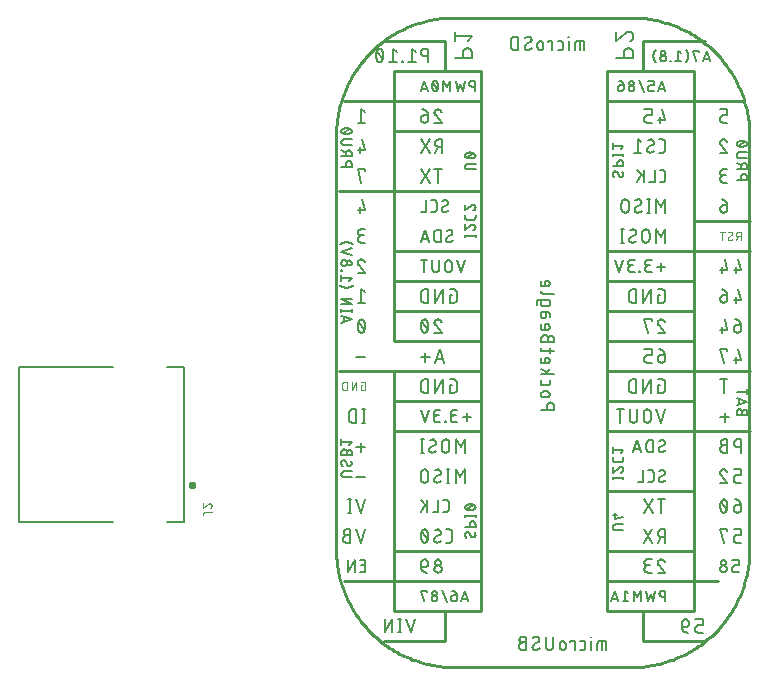
<source format=gbr>
G04 EAGLE Gerber RS-274X export*
G75*
%MOMM*%
%FSLAX34Y34*%
%LPD*%
%INSilkscreen Bottom*%
%IPPOS*%
%AMOC8*
5,1,8,0,0,1.08239X$1,22.5*%
G01*
%ADD10C,0.254000*%
%ADD11C,0.152400*%
%ADD12C,0.127000*%
%ADD13C,0.101600*%
%ADD14C,0.203200*%
%ADD15C,0.300000*%


D10*
X805930Y867830D02*
X805930Y517830D01*
X805901Y515414D01*
X805813Y512999D01*
X805667Y510587D01*
X805463Y508179D01*
X805201Y505776D01*
X804881Y503381D01*
X804503Y500994D01*
X804067Y498617D01*
X803574Y496252D01*
X803024Y493898D01*
X802418Y491559D01*
X801755Y489235D01*
X801036Y486928D01*
X800261Y484639D01*
X799432Y482370D01*
X798547Y480121D01*
X797609Y477894D01*
X796617Y475690D01*
X795573Y473511D01*
X794476Y471358D01*
X793327Y469232D01*
X792127Y467134D01*
X790877Y465066D01*
X789577Y463029D01*
X788228Y461024D01*
X786832Y459051D01*
X785388Y457114D01*
X783897Y455211D01*
X782362Y453346D01*
X780781Y451518D01*
X779157Y449728D01*
X777490Y447979D01*
X775781Y446270D01*
X774032Y444603D01*
X772242Y442979D01*
X770414Y441398D01*
X768549Y439863D01*
X766646Y438372D01*
X764709Y436928D01*
X762736Y435532D01*
X760731Y434183D01*
X758694Y432883D01*
X756626Y431633D01*
X754528Y430433D01*
X752402Y429284D01*
X750249Y428187D01*
X748070Y427143D01*
X745866Y426151D01*
X743639Y425213D01*
X741390Y424328D01*
X739121Y423499D01*
X736832Y422724D01*
X734525Y422005D01*
X732201Y421342D01*
X729862Y420736D01*
X727508Y420186D01*
X725143Y419693D01*
X722766Y419257D01*
X720379Y418879D01*
X717984Y418559D01*
X715581Y418297D01*
X713173Y418093D01*
X710761Y417947D01*
X708346Y417859D01*
X705930Y417830D01*
X555930Y417830D01*
X553514Y417859D01*
X551099Y417947D01*
X548687Y418093D01*
X546279Y418297D01*
X543876Y418559D01*
X541481Y418879D01*
X539094Y419257D01*
X536717Y419693D01*
X534352Y420186D01*
X531998Y420736D01*
X529659Y421342D01*
X527335Y422005D01*
X525028Y422724D01*
X522739Y423499D01*
X520470Y424328D01*
X518221Y425213D01*
X515994Y426151D01*
X513790Y427143D01*
X511611Y428187D01*
X509458Y429284D01*
X507332Y430433D01*
X505234Y431633D01*
X503166Y432883D01*
X501129Y434183D01*
X499124Y435532D01*
X497151Y436928D01*
X495214Y438372D01*
X493311Y439863D01*
X491446Y441398D01*
X489618Y442979D01*
X487828Y444603D01*
X486079Y446270D01*
X484370Y447979D01*
X482703Y449728D01*
X481079Y451518D01*
X479498Y453346D01*
X477963Y455211D01*
X476472Y457114D01*
X475028Y459051D01*
X473632Y461024D01*
X472283Y463029D01*
X470983Y465066D01*
X469733Y467134D01*
X468533Y469232D01*
X467384Y471358D01*
X466287Y473511D01*
X465243Y475690D01*
X464251Y477894D01*
X463313Y480121D01*
X462428Y482370D01*
X461599Y484639D01*
X460824Y486928D01*
X460105Y489235D01*
X459442Y491559D01*
X458836Y493898D01*
X458286Y496252D01*
X457793Y498617D01*
X457357Y500994D01*
X456979Y503381D01*
X456659Y505776D01*
X456397Y508179D01*
X456193Y510587D01*
X456047Y512999D01*
X455959Y515414D01*
X455930Y517830D01*
X455930Y867830D01*
X455959Y870246D01*
X456047Y872661D01*
X456193Y875073D01*
X456397Y877481D01*
X456659Y879884D01*
X456979Y882279D01*
X457357Y884666D01*
X457793Y887043D01*
X458286Y889408D01*
X458836Y891762D01*
X459442Y894101D01*
X460105Y896425D01*
X460824Y898732D01*
X461599Y901021D01*
X462428Y903290D01*
X463313Y905539D01*
X464251Y907766D01*
X465243Y909970D01*
X466287Y912149D01*
X467384Y914302D01*
X468533Y916428D01*
X469733Y918526D01*
X470983Y920594D01*
X472283Y922631D01*
X473632Y924636D01*
X475028Y926609D01*
X476472Y928546D01*
X477963Y930449D01*
X479498Y932314D01*
X481079Y934142D01*
X482703Y935932D01*
X484370Y937681D01*
X486079Y939390D01*
X487828Y941057D01*
X489618Y942681D01*
X491446Y944262D01*
X493311Y945797D01*
X495214Y947288D01*
X497151Y948732D01*
X499124Y950128D01*
X501129Y951477D01*
X503166Y952777D01*
X505234Y954027D01*
X507332Y955227D01*
X509458Y956376D01*
X511611Y957473D01*
X513790Y958517D01*
X515994Y959509D01*
X518221Y960447D01*
X520470Y961332D01*
X522739Y962161D01*
X525028Y962936D01*
X527335Y963655D01*
X529659Y964318D01*
X531998Y964924D01*
X534352Y965474D01*
X536717Y965967D01*
X539094Y966403D01*
X541481Y966781D01*
X543876Y967101D01*
X546279Y967363D01*
X548687Y967567D01*
X551099Y967713D01*
X553514Y967801D01*
X555930Y967830D01*
X705930Y967830D01*
X708346Y967801D01*
X710761Y967713D01*
X713173Y967567D01*
X715581Y967363D01*
X717984Y967101D01*
X720379Y966781D01*
X722766Y966403D01*
X725143Y965967D01*
X727508Y965474D01*
X729862Y964924D01*
X732201Y964318D01*
X734525Y963655D01*
X736832Y962936D01*
X739121Y962161D01*
X741390Y961332D01*
X743639Y960447D01*
X745866Y959509D01*
X748070Y958517D01*
X750249Y957473D01*
X752402Y956376D01*
X754528Y955227D01*
X756626Y954027D01*
X758694Y952777D01*
X760731Y951477D01*
X762736Y950128D01*
X764709Y948732D01*
X766646Y947288D01*
X768549Y945797D01*
X770414Y944262D01*
X772242Y942681D01*
X774032Y941057D01*
X775781Y939390D01*
X777490Y937681D01*
X779157Y935932D01*
X780781Y934142D01*
X782362Y932314D01*
X783897Y930449D01*
X785388Y928546D01*
X786832Y926609D01*
X788228Y924636D01*
X789577Y922631D01*
X790877Y920594D01*
X792127Y918526D01*
X793327Y916428D01*
X794476Y914302D01*
X795573Y912149D01*
X796617Y909970D01*
X797609Y907766D01*
X798547Y905539D01*
X799432Y903290D01*
X800261Y901021D01*
X801036Y898732D01*
X801755Y896425D01*
X802418Y894101D01*
X803024Y891762D01*
X803574Y889408D01*
X804067Y887043D01*
X804503Y884666D01*
X804881Y882279D01*
X805201Y879884D01*
X805463Y877481D01*
X805667Y875073D01*
X805813Y872661D01*
X805901Y870246D01*
X805930Y867830D01*
D11*
X640588Y635762D02*
X629412Y635762D01*
X640588Y635762D02*
X640588Y638866D01*
X640586Y638977D01*
X640580Y639087D01*
X640570Y639198D01*
X640556Y639308D01*
X640539Y639417D01*
X640517Y639526D01*
X640492Y639634D01*
X640462Y639740D01*
X640429Y639846D01*
X640392Y639951D01*
X640352Y640054D01*
X640307Y640155D01*
X640260Y640255D01*
X640208Y640354D01*
X640153Y640450D01*
X640095Y640544D01*
X640034Y640636D01*
X639969Y640726D01*
X639901Y640814D01*
X639830Y640899D01*
X639756Y640981D01*
X639679Y641061D01*
X639599Y641138D01*
X639517Y641212D01*
X639432Y641283D01*
X639344Y641351D01*
X639254Y641416D01*
X639162Y641477D01*
X639068Y641535D01*
X638972Y641590D01*
X638873Y641642D01*
X638773Y641689D01*
X638672Y641734D01*
X638569Y641774D01*
X638464Y641811D01*
X638358Y641844D01*
X638252Y641874D01*
X638144Y641899D01*
X638035Y641921D01*
X637926Y641938D01*
X637816Y641952D01*
X637705Y641962D01*
X637595Y641968D01*
X637484Y641970D01*
X637373Y641968D01*
X637263Y641962D01*
X637152Y641952D01*
X637042Y641938D01*
X636933Y641921D01*
X636824Y641899D01*
X636716Y641874D01*
X636610Y641844D01*
X636504Y641811D01*
X636399Y641774D01*
X636296Y641734D01*
X636195Y641689D01*
X636095Y641642D01*
X635996Y641590D01*
X635900Y641535D01*
X635806Y641477D01*
X635714Y641416D01*
X635624Y641351D01*
X635536Y641283D01*
X635451Y641212D01*
X635369Y641138D01*
X635289Y641061D01*
X635212Y640981D01*
X635138Y640899D01*
X635067Y640814D01*
X634999Y640726D01*
X634934Y640636D01*
X634873Y640544D01*
X634815Y640450D01*
X634760Y640354D01*
X634708Y640255D01*
X634661Y640155D01*
X634616Y640054D01*
X634576Y639951D01*
X634539Y639846D01*
X634506Y639740D01*
X634476Y639634D01*
X634451Y639526D01*
X634429Y639417D01*
X634412Y639308D01*
X634398Y639198D01*
X634388Y639087D01*
X634382Y638977D01*
X634380Y638866D01*
X634379Y638866D02*
X634379Y635762D01*
X634379Y646458D02*
X631896Y646458D01*
X634379Y646458D02*
X634478Y646460D01*
X634576Y646466D01*
X634675Y646476D01*
X634772Y646489D01*
X634870Y646507D01*
X634966Y646528D01*
X635062Y646554D01*
X635156Y646583D01*
X635249Y646615D01*
X635341Y646652D01*
X635431Y646692D01*
X635520Y646736D01*
X635607Y646783D01*
X635692Y646833D01*
X635774Y646887D01*
X635855Y646944D01*
X635933Y647004D01*
X636009Y647068D01*
X636082Y647134D01*
X636153Y647203D01*
X636221Y647275D01*
X636285Y647350D01*
X636347Y647427D01*
X636406Y647506D01*
X636461Y647588D01*
X636514Y647672D01*
X636562Y647757D01*
X636608Y647845D01*
X636650Y647935D01*
X636688Y648026D01*
X636722Y648118D01*
X636753Y648212D01*
X636780Y648307D01*
X636804Y648403D01*
X636823Y648500D01*
X636839Y648597D01*
X636851Y648695D01*
X636859Y648794D01*
X636863Y648893D01*
X636863Y648991D01*
X636859Y649090D01*
X636851Y649189D01*
X636839Y649287D01*
X636823Y649384D01*
X636804Y649481D01*
X636780Y649577D01*
X636753Y649672D01*
X636722Y649766D01*
X636688Y649858D01*
X636650Y649949D01*
X636608Y650039D01*
X636562Y650127D01*
X636514Y650212D01*
X636461Y650296D01*
X636406Y650378D01*
X636347Y650457D01*
X636285Y650534D01*
X636221Y650609D01*
X636153Y650681D01*
X636082Y650750D01*
X636009Y650816D01*
X635933Y650880D01*
X635855Y650940D01*
X635774Y650997D01*
X635692Y651051D01*
X635607Y651101D01*
X635520Y651148D01*
X635431Y651192D01*
X635341Y651232D01*
X635249Y651269D01*
X635156Y651301D01*
X635062Y651330D01*
X634966Y651356D01*
X634870Y651377D01*
X634772Y651395D01*
X634675Y651408D01*
X634576Y651418D01*
X634478Y651424D01*
X634379Y651426D01*
X634379Y651425D02*
X631896Y651425D01*
X631896Y651426D02*
X631797Y651424D01*
X631699Y651418D01*
X631600Y651408D01*
X631503Y651395D01*
X631405Y651377D01*
X631309Y651356D01*
X631213Y651330D01*
X631119Y651301D01*
X631026Y651269D01*
X630934Y651232D01*
X630844Y651192D01*
X630755Y651148D01*
X630668Y651101D01*
X630583Y651051D01*
X630501Y650997D01*
X630420Y650940D01*
X630342Y650880D01*
X630266Y650816D01*
X630193Y650750D01*
X630122Y650681D01*
X630054Y650609D01*
X629990Y650534D01*
X629928Y650457D01*
X629869Y650378D01*
X629814Y650296D01*
X629761Y650212D01*
X629713Y650127D01*
X629667Y650039D01*
X629625Y649949D01*
X629587Y649858D01*
X629553Y649766D01*
X629522Y649672D01*
X629495Y649577D01*
X629471Y649481D01*
X629452Y649384D01*
X629436Y649287D01*
X629424Y649189D01*
X629416Y649090D01*
X629412Y648991D01*
X629412Y648893D01*
X629416Y648794D01*
X629424Y648695D01*
X629436Y648597D01*
X629452Y648500D01*
X629471Y648403D01*
X629495Y648307D01*
X629522Y648212D01*
X629553Y648118D01*
X629587Y648026D01*
X629625Y647935D01*
X629667Y647845D01*
X629713Y647757D01*
X629761Y647672D01*
X629814Y647588D01*
X629869Y647506D01*
X629928Y647427D01*
X629990Y647350D01*
X630054Y647275D01*
X630122Y647203D01*
X630193Y647134D01*
X630266Y647068D01*
X630342Y647004D01*
X630420Y646944D01*
X630501Y646887D01*
X630583Y646833D01*
X630668Y646783D01*
X630755Y646736D01*
X630844Y646692D01*
X630934Y646652D01*
X631026Y646615D01*
X631119Y646583D01*
X631213Y646554D01*
X631309Y646528D01*
X631405Y646507D01*
X631503Y646489D01*
X631600Y646476D01*
X631699Y646466D01*
X631797Y646460D01*
X631896Y646458D01*
X629412Y658243D02*
X629412Y660727D01*
X629412Y658243D02*
X629414Y658159D01*
X629419Y658076D01*
X629429Y657993D01*
X629442Y657910D01*
X629459Y657828D01*
X629479Y657747D01*
X629503Y657667D01*
X629531Y657588D01*
X629562Y657511D01*
X629596Y657435D01*
X629634Y657360D01*
X629676Y657287D01*
X629720Y657217D01*
X629768Y657148D01*
X629818Y657081D01*
X629872Y657017D01*
X629928Y656956D01*
X629988Y656896D01*
X630049Y656840D01*
X630113Y656786D01*
X630180Y656736D01*
X630249Y656688D01*
X630319Y656644D01*
X630392Y656602D01*
X630467Y656564D01*
X630543Y656530D01*
X630620Y656499D01*
X630699Y656471D01*
X630779Y656447D01*
X630860Y656427D01*
X630942Y656410D01*
X631025Y656397D01*
X631108Y656387D01*
X631191Y656382D01*
X631275Y656380D01*
X631275Y656381D02*
X635000Y656381D01*
X635000Y656380D02*
X635084Y656382D01*
X635167Y656388D01*
X635250Y656397D01*
X635333Y656410D01*
X635415Y656427D01*
X635496Y656447D01*
X635576Y656471D01*
X635655Y656499D01*
X635732Y656530D01*
X635808Y656564D01*
X635883Y656602D01*
X635956Y656644D01*
X636026Y656688D01*
X636095Y656736D01*
X636162Y656786D01*
X636226Y656840D01*
X636287Y656896D01*
X636347Y656956D01*
X636403Y657017D01*
X636457Y657081D01*
X636507Y657148D01*
X636555Y657217D01*
X636599Y657287D01*
X636641Y657360D01*
X636679Y657435D01*
X636713Y657511D01*
X636744Y657588D01*
X636772Y657667D01*
X636796Y657747D01*
X636816Y657828D01*
X636833Y657910D01*
X636846Y657993D01*
X636856Y658076D01*
X636861Y658159D01*
X636863Y658243D01*
X636863Y660727D01*
X640588Y665677D02*
X629412Y665677D01*
X633137Y665677D02*
X636863Y670645D01*
X634690Y667851D02*
X629412Y670645D01*
X629412Y676896D02*
X629412Y680000D01*
X629412Y676896D02*
X629414Y676812D01*
X629419Y676729D01*
X629429Y676646D01*
X629442Y676563D01*
X629459Y676481D01*
X629479Y676400D01*
X629503Y676320D01*
X629531Y676241D01*
X629562Y676164D01*
X629596Y676088D01*
X629634Y676013D01*
X629676Y675940D01*
X629720Y675870D01*
X629768Y675801D01*
X629818Y675734D01*
X629872Y675670D01*
X629928Y675609D01*
X629988Y675549D01*
X630049Y675493D01*
X630113Y675439D01*
X630180Y675389D01*
X630249Y675341D01*
X630319Y675297D01*
X630392Y675255D01*
X630467Y675217D01*
X630543Y675183D01*
X630620Y675152D01*
X630699Y675124D01*
X630779Y675100D01*
X630860Y675080D01*
X630942Y675063D01*
X631025Y675050D01*
X631108Y675040D01*
X631191Y675035D01*
X631275Y675033D01*
X634379Y675033D01*
X634478Y675035D01*
X634576Y675041D01*
X634675Y675051D01*
X634772Y675064D01*
X634870Y675082D01*
X634966Y675103D01*
X635062Y675129D01*
X635156Y675158D01*
X635249Y675190D01*
X635341Y675227D01*
X635431Y675267D01*
X635520Y675311D01*
X635607Y675358D01*
X635692Y675408D01*
X635774Y675462D01*
X635855Y675519D01*
X635933Y675579D01*
X636009Y675643D01*
X636082Y675709D01*
X636153Y675778D01*
X636221Y675850D01*
X636285Y675925D01*
X636347Y676002D01*
X636406Y676081D01*
X636461Y676163D01*
X636514Y676247D01*
X636562Y676332D01*
X636608Y676420D01*
X636650Y676510D01*
X636688Y676601D01*
X636722Y676693D01*
X636753Y676787D01*
X636780Y676882D01*
X636804Y676978D01*
X636823Y677075D01*
X636839Y677172D01*
X636851Y677270D01*
X636859Y677369D01*
X636863Y677468D01*
X636863Y677566D01*
X636859Y677665D01*
X636851Y677764D01*
X636839Y677862D01*
X636823Y677959D01*
X636804Y678056D01*
X636780Y678152D01*
X636753Y678247D01*
X636722Y678341D01*
X636688Y678433D01*
X636650Y678524D01*
X636608Y678614D01*
X636562Y678702D01*
X636514Y678787D01*
X636461Y678871D01*
X636406Y678953D01*
X636347Y679032D01*
X636285Y679109D01*
X636221Y679184D01*
X636153Y679256D01*
X636082Y679325D01*
X636009Y679391D01*
X635933Y679455D01*
X635855Y679515D01*
X635774Y679572D01*
X635692Y679626D01*
X635607Y679676D01*
X635520Y679723D01*
X635431Y679767D01*
X635341Y679807D01*
X635249Y679844D01*
X635156Y679876D01*
X635062Y679905D01*
X634966Y679931D01*
X634870Y679952D01*
X634772Y679970D01*
X634675Y679983D01*
X634576Y679993D01*
X634478Y679999D01*
X634379Y680001D01*
X634379Y680000D02*
X633137Y680000D01*
X633137Y675033D01*
X636863Y683921D02*
X636863Y687646D01*
X640588Y685162D02*
X631275Y685162D01*
X631191Y685164D01*
X631108Y685169D01*
X631025Y685179D01*
X630942Y685192D01*
X630860Y685209D01*
X630779Y685229D01*
X630699Y685253D01*
X630620Y685281D01*
X630543Y685312D01*
X630467Y685346D01*
X630392Y685384D01*
X630319Y685426D01*
X630249Y685470D01*
X630180Y685518D01*
X630113Y685568D01*
X630049Y685622D01*
X629988Y685678D01*
X629928Y685738D01*
X629872Y685799D01*
X629818Y685863D01*
X629768Y685930D01*
X629720Y685999D01*
X629676Y686069D01*
X629634Y686142D01*
X629596Y686217D01*
X629562Y686293D01*
X629531Y686370D01*
X629503Y686449D01*
X629479Y686529D01*
X629459Y686610D01*
X629442Y686692D01*
X629429Y686775D01*
X629419Y686858D01*
X629414Y686941D01*
X629412Y687025D01*
X629412Y687646D01*
X635621Y692912D02*
X635621Y696016D01*
X635620Y696016D02*
X635618Y696127D01*
X635612Y696237D01*
X635602Y696348D01*
X635588Y696458D01*
X635571Y696567D01*
X635549Y696676D01*
X635524Y696784D01*
X635494Y696890D01*
X635461Y696996D01*
X635424Y697101D01*
X635384Y697204D01*
X635339Y697305D01*
X635292Y697405D01*
X635240Y697504D01*
X635185Y697600D01*
X635127Y697694D01*
X635066Y697786D01*
X635001Y697876D01*
X634933Y697964D01*
X634862Y698049D01*
X634788Y698131D01*
X634711Y698211D01*
X634631Y698288D01*
X634549Y698362D01*
X634464Y698433D01*
X634376Y698501D01*
X634286Y698566D01*
X634194Y698627D01*
X634100Y698685D01*
X634004Y698740D01*
X633905Y698792D01*
X633805Y698839D01*
X633704Y698884D01*
X633601Y698924D01*
X633496Y698961D01*
X633390Y698994D01*
X633284Y699024D01*
X633176Y699049D01*
X633067Y699071D01*
X632958Y699088D01*
X632848Y699102D01*
X632737Y699112D01*
X632627Y699118D01*
X632516Y699120D01*
X632405Y699118D01*
X632295Y699112D01*
X632184Y699102D01*
X632074Y699088D01*
X631965Y699071D01*
X631856Y699049D01*
X631748Y699024D01*
X631642Y698994D01*
X631536Y698961D01*
X631431Y698924D01*
X631328Y698884D01*
X631227Y698839D01*
X631127Y698792D01*
X631028Y698740D01*
X630932Y698685D01*
X630838Y698627D01*
X630746Y698566D01*
X630656Y698501D01*
X630568Y698433D01*
X630483Y698362D01*
X630401Y698288D01*
X630321Y698211D01*
X630244Y698131D01*
X630170Y698049D01*
X630099Y697964D01*
X630031Y697876D01*
X629966Y697786D01*
X629905Y697694D01*
X629847Y697600D01*
X629792Y697504D01*
X629740Y697405D01*
X629693Y697305D01*
X629648Y697204D01*
X629608Y697101D01*
X629571Y696996D01*
X629538Y696890D01*
X629508Y696784D01*
X629483Y696676D01*
X629461Y696567D01*
X629444Y696458D01*
X629430Y696348D01*
X629420Y696237D01*
X629414Y696127D01*
X629412Y696016D01*
X629412Y692912D01*
X640588Y692912D01*
X640588Y696016D01*
X640586Y696115D01*
X640580Y696213D01*
X640570Y696312D01*
X640557Y696409D01*
X640539Y696507D01*
X640518Y696603D01*
X640492Y696699D01*
X640463Y696793D01*
X640431Y696886D01*
X640394Y696978D01*
X640354Y697068D01*
X640310Y697157D01*
X640263Y697244D01*
X640213Y697329D01*
X640159Y697411D01*
X640102Y697492D01*
X640042Y697570D01*
X639978Y697646D01*
X639912Y697719D01*
X639843Y697790D01*
X639771Y697858D01*
X639696Y697922D01*
X639619Y697984D01*
X639540Y698043D01*
X639458Y698098D01*
X639374Y698151D01*
X639289Y698199D01*
X639201Y698245D01*
X639111Y698287D01*
X639020Y698325D01*
X638928Y698359D01*
X638834Y698390D01*
X638739Y698417D01*
X638643Y698441D01*
X638546Y698460D01*
X638449Y698476D01*
X638351Y698488D01*
X638252Y698496D01*
X638153Y698500D01*
X638055Y698500D01*
X637956Y698496D01*
X637857Y698488D01*
X637759Y698476D01*
X637662Y698460D01*
X637565Y698441D01*
X637469Y698417D01*
X637374Y698390D01*
X637280Y698359D01*
X637188Y698325D01*
X637097Y698287D01*
X637007Y698245D01*
X636919Y698199D01*
X636834Y698151D01*
X636750Y698098D01*
X636668Y698043D01*
X636589Y697984D01*
X636512Y697922D01*
X636437Y697858D01*
X636365Y697790D01*
X636296Y697719D01*
X636230Y697646D01*
X636166Y697570D01*
X636106Y697492D01*
X636049Y697411D01*
X635995Y697329D01*
X635945Y697244D01*
X635898Y697157D01*
X635854Y697068D01*
X635814Y696978D01*
X635777Y696886D01*
X635745Y696793D01*
X635716Y696699D01*
X635690Y696603D01*
X635669Y696507D01*
X635651Y696409D01*
X635638Y696312D01*
X635628Y696213D01*
X635622Y696115D01*
X635620Y696016D01*
X629412Y705471D02*
X629412Y708575D01*
X629412Y705471D02*
X629414Y705387D01*
X629419Y705304D01*
X629429Y705221D01*
X629442Y705138D01*
X629459Y705056D01*
X629479Y704975D01*
X629503Y704895D01*
X629531Y704816D01*
X629562Y704739D01*
X629596Y704663D01*
X629634Y704588D01*
X629676Y704515D01*
X629720Y704445D01*
X629768Y704376D01*
X629818Y704309D01*
X629872Y704245D01*
X629928Y704184D01*
X629988Y704124D01*
X630049Y704068D01*
X630113Y704014D01*
X630180Y703964D01*
X630249Y703916D01*
X630319Y703872D01*
X630392Y703830D01*
X630467Y703792D01*
X630543Y703758D01*
X630620Y703727D01*
X630699Y703699D01*
X630779Y703675D01*
X630860Y703655D01*
X630942Y703638D01*
X631025Y703625D01*
X631108Y703615D01*
X631191Y703610D01*
X631275Y703608D01*
X634379Y703608D01*
X634478Y703610D01*
X634576Y703616D01*
X634675Y703626D01*
X634772Y703639D01*
X634870Y703657D01*
X634966Y703678D01*
X635062Y703704D01*
X635156Y703733D01*
X635249Y703765D01*
X635341Y703802D01*
X635431Y703842D01*
X635520Y703886D01*
X635607Y703933D01*
X635692Y703983D01*
X635774Y704037D01*
X635855Y704094D01*
X635933Y704154D01*
X636009Y704218D01*
X636082Y704284D01*
X636153Y704353D01*
X636221Y704425D01*
X636285Y704500D01*
X636347Y704577D01*
X636406Y704656D01*
X636461Y704738D01*
X636514Y704822D01*
X636562Y704907D01*
X636608Y704995D01*
X636650Y705085D01*
X636688Y705176D01*
X636722Y705268D01*
X636753Y705362D01*
X636780Y705457D01*
X636804Y705553D01*
X636823Y705650D01*
X636839Y705747D01*
X636851Y705845D01*
X636859Y705944D01*
X636863Y706043D01*
X636863Y706141D01*
X636859Y706240D01*
X636851Y706339D01*
X636839Y706437D01*
X636823Y706534D01*
X636804Y706631D01*
X636780Y706727D01*
X636753Y706822D01*
X636722Y706916D01*
X636688Y707008D01*
X636650Y707099D01*
X636608Y707189D01*
X636562Y707277D01*
X636514Y707362D01*
X636461Y707446D01*
X636406Y707528D01*
X636347Y707607D01*
X636285Y707684D01*
X636221Y707759D01*
X636153Y707831D01*
X636082Y707900D01*
X636009Y707966D01*
X635933Y708030D01*
X635855Y708090D01*
X635774Y708147D01*
X635692Y708201D01*
X635607Y708251D01*
X635520Y708298D01*
X635431Y708342D01*
X635341Y708382D01*
X635249Y708419D01*
X635156Y708451D01*
X635062Y708480D01*
X634966Y708506D01*
X634870Y708527D01*
X634772Y708545D01*
X634675Y708558D01*
X634576Y708568D01*
X634478Y708574D01*
X634379Y708576D01*
X634379Y708575D02*
X633137Y708575D01*
X633137Y703608D01*
X633758Y715613D02*
X633758Y718407D01*
X633758Y715613D02*
X633756Y715521D01*
X633750Y715429D01*
X633740Y715337D01*
X633727Y715246D01*
X633709Y715155D01*
X633688Y715065D01*
X633663Y714977D01*
X633634Y714889D01*
X633601Y714803D01*
X633565Y714718D01*
X633525Y714635D01*
X633482Y714553D01*
X633435Y714474D01*
X633385Y714396D01*
X633332Y714321D01*
X633276Y714248D01*
X633216Y714177D01*
X633154Y714109D01*
X633089Y714044D01*
X633021Y713982D01*
X632950Y713922D01*
X632877Y713866D01*
X632802Y713813D01*
X632724Y713763D01*
X632645Y713716D01*
X632563Y713673D01*
X632480Y713633D01*
X632395Y713597D01*
X632309Y713564D01*
X632221Y713535D01*
X632133Y713510D01*
X632043Y713489D01*
X631952Y713471D01*
X631861Y713458D01*
X631769Y713448D01*
X631677Y713442D01*
X631585Y713440D01*
X631493Y713442D01*
X631401Y713448D01*
X631309Y713458D01*
X631218Y713471D01*
X631127Y713489D01*
X631037Y713510D01*
X630949Y713535D01*
X630861Y713564D01*
X630775Y713597D01*
X630690Y713633D01*
X630607Y713673D01*
X630525Y713716D01*
X630446Y713763D01*
X630368Y713813D01*
X630293Y713866D01*
X630220Y713922D01*
X630149Y713982D01*
X630081Y714044D01*
X630016Y714109D01*
X629954Y714177D01*
X629894Y714248D01*
X629838Y714321D01*
X629785Y714396D01*
X629735Y714474D01*
X629688Y714553D01*
X629645Y714635D01*
X629605Y714718D01*
X629569Y714803D01*
X629536Y714889D01*
X629507Y714977D01*
X629482Y715065D01*
X629461Y715155D01*
X629443Y715246D01*
X629430Y715337D01*
X629420Y715429D01*
X629414Y715521D01*
X629412Y715613D01*
X629412Y718407D01*
X635000Y718407D01*
X635000Y718408D02*
X635084Y718406D01*
X635167Y718401D01*
X635250Y718391D01*
X635333Y718378D01*
X635415Y718361D01*
X635496Y718341D01*
X635576Y718317D01*
X635655Y718289D01*
X635732Y718258D01*
X635808Y718224D01*
X635883Y718186D01*
X635956Y718144D01*
X636026Y718100D01*
X636095Y718052D01*
X636162Y718002D01*
X636226Y717948D01*
X636287Y717892D01*
X636347Y717832D01*
X636403Y717771D01*
X636457Y717707D01*
X636507Y717640D01*
X636555Y717571D01*
X636599Y717501D01*
X636641Y717428D01*
X636679Y717353D01*
X636713Y717277D01*
X636744Y717200D01*
X636772Y717121D01*
X636796Y717041D01*
X636816Y716960D01*
X636833Y716878D01*
X636846Y716795D01*
X636856Y716712D01*
X636861Y716629D01*
X636863Y716545D01*
X636863Y714061D01*
X629412Y725590D02*
X629412Y728694D01*
X629412Y725590D02*
X629414Y725506D01*
X629419Y725423D01*
X629429Y725340D01*
X629442Y725257D01*
X629459Y725175D01*
X629479Y725094D01*
X629503Y725014D01*
X629531Y724935D01*
X629562Y724858D01*
X629596Y724782D01*
X629634Y724707D01*
X629676Y724634D01*
X629720Y724564D01*
X629768Y724495D01*
X629818Y724428D01*
X629872Y724364D01*
X629928Y724303D01*
X629988Y724243D01*
X630049Y724187D01*
X630113Y724133D01*
X630180Y724083D01*
X630249Y724035D01*
X630319Y723991D01*
X630392Y723949D01*
X630467Y723911D01*
X630543Y723877D01*
X630620Y723846D01*
X630699Y723818D01*
X630779Y723794D01*
X630860Y723774D01*
X630942Y723757D01*
X631025Y723744D01*
X631108Y723734D01*
X631191Y723729D01*
X631275Y723727D01*
X635000Y723727D01*
X635084Y723729D01*
X635167Y723735D01*
X635250Y723744D01*
X635333Y723757D01*
X635415Y723774D01*
X635496Y723794D01*
X635576Y723818D01*
X635655Y723846D01*
X635732Y723877D01*
X635808Y723911D01*
X635883Y723949D01*
X635956Y723991D01*
X636026Y724035D01*
X636095Y724083D01*
X636162Y724133D01*
X636226Y724187D01*
X636287Y724243D01*
X636347Y724303D01*
X636403Y724364D01*
X636457Y724428D01*
X636507Y724495D01*
X636555Y724564D01*
X636599Y724634D01*
X636641Y724707D01*
X636679Y724782D01*
X636713Y724858D01*
X636744Y724935D01*
X636772Y725014D01*
X636796Y725094D01*
X636816Y725175D01*
X636833Y725257D01*
X636846Y725340D01*
X636856Y725423D01*
X636861Y725506D01*
X636863Y725590D01*
X636863Y728694D01*
X627549Y728694D01*
X627549Y728695D02*
X627463Y728693D01*
X627377Y728687D01*
X627292Y728677D01*
X627207Y728663D01*
X627122Y728646D01*
X627039Y728624D01*
X626957Y728598D01*
X626876Y728569D01*
X626797Y728536D01*
X626719Y728500D01*
X626642Y728460D01*
X626568Y728416D01*
X626496Y728369D01*
X626426Y728319D01*
X626359Y728265D01*
X626294Y728209D01*
X626232Y728149D01*
X626172Y728087D01*
X626116Y728022D01*
X626062Y727955D01*
X626012Y727885D01*
X625965Y727813D01*
X625921Y727739D01*
X625881Y727662D01*
X625845Y727585D01*
X625812Y727505D01*
X625783Y727424D01*
X625757Y727342D01*
X625735Y727259D01*
X625718Y727174D01*
X625704Y727089D01*
X625694Y727004D01*
X625688Y726918D01*
X625686Y726832D01*
X625687Y726832D02*
X625687Y724348D01*
X631275Y734180D02*
X640588Y734180D01*
X631275Y734179D02*
X631191Y734181D01*
X631108Y734186D01*
X631025Y734196D01*
X630942Y734209D01*
X630860Y734226D01*
X630779Y734246D01*
X630699Y734270D01*
X630620Y734298D01*
X630543Y734329D01*
X630467Y734363D01*
X630392Y734401D01*
X630319Y734443D01*
X630249Y734487D01*
X630180Y734535D01*
X630113Y734585D01*
X630049Y734639D01*
X629988Y734695D01*
X629928Y734755D01*
X629872Y734816D01*
X629818Y734880D01*
X629768Y734947D01*
X629720Y735016D01*
X629676Y735086D01*
X629634Y735159D01*
X629596Y735234D01*
X629562Y735310D01*
X629531Y735387D01*
X629503Y735466D01*
X629479Y735546D01*
X629459Y735627D01*
X629442Y735709D01*
X629429Y735792D01*
X629419Y735875D01*
X629414Y735958D01*
X629412Y736042D01*
X629412Y742047D02*
X629412Y745151D01*
X629412Y742047D02*
X629414Y741963D01*
X629419Y741880D01*
X629429Y741797D01*
X629442Y741714D01*
X629459Y741632D01*
X629479Y741551D01*
X629503Y741471D01*
X629531Y741392D01*
X629562Y741315D01*
X629596Y741239D01*
X629634Y741164D01*
X629676Y741091D01*
X629720Y741021D01*
X629768Y740952D01*
X629818Y740885D01*
X629872Y740821D01*
X629928Y740760D01*
X629988Y740700D01*
X630049Y740644D01*
X630113Y740590D01*
X630180Y740540D01*
X630249Y740492D01*
X630319Y740448D01*
X630392Y740406D01*
X630467Y740368D01*
X630543Y740334D01*
X630620Y740303D01*
X630699Y740275D01*
X630779Y740251D01*
X630860Y740231D01*
X630942Y740214D01*
X631025Y740201D01*
X631108Y740191D01*
X631191Y740186D01*
X631275Y740184D01*
X634379Y740184D01*
X634379Y740183D02*
X634478Y740185D01*
X634576Y740191D01*
X634675Y740201D01*
X634772Y740214D01*
X634870Y740232D01*
X634966Y740253D01*
X635062Y740279D01*
X635156Y740308D01*
X635249Y740340D01*
X635341Y740377D01*
X635431Y740417D01*
X635520Y740461D01*
X635607Y740508D01*
X635692Y740558D01*
X635774Y740612D01*
X635855Y740669D01*
X635933Y740729D01*
X636009Y740793D01*
X636082Y740859D01*
X636153Y740928D01*
X636221Y741000D01*
X636285Y741075D01*
X636347Y741152D01*
X636406Y741231D01*
X636461Y741313D01*
X636514Y741397D01*
X636562Y741482D01*
X636608Y741570D01*
X636650Y741660D01*
X636688Y741751D01*
X636722Y741843D01*
X636753Y741937D01*
X636780Y742032D01*
X636804Y742128D01*
X636823Y742225D01*
X636839Y742322D01*
X636851Y742420D01*
X636859Y742519D01*
X636863Y742618D01*
X636863Y742716D01*
X636859Y742815D01*
X636851Y742914D01*
X636839Y743012D01*
X636823Y743109D01*
X636804Y743206D01*
X636780Y743302D01*
X636753Y743397D01*
X636722Y743491D01*
X636688Y743583D01*
X636650Y743674D01*
X636608Y743764D01*
X636562Y743852D01*
X636514Y743937D01*
X636461Y744021D01*
X636406Y744103D01*
X636347Y744182D01*
X636285Y744259D01*
X636221Y744334D01*
X636153Y744406D01*
X636082Y744475D01*
X636009Y744541D01*
X635933Y744605D01*
X635855Y744665D01*
X635774Y744722D01*
X635692Y744776D01*
X635607Y744826D01*
X635520Y744873D01*
X635431Y744917D01*
X635341Y744957D01*
X635249Y744994D01*
X635156Y745026D01*
X635062Y745055D01*
X634966Y745081D01*
X634870Y745102D01*
X634772Y745120D01*
X634675Y745133D01*
X634576Y745143D01*
X634478Y745149D01*
X634379Y745151D01*
X633137Y745151D01*
X633137Y740184D01*
X684749Y440013D02*
X684749Y432562D01*
X684749Y440013D02*
X679161Y440013D01*
X679075Y440011D01*
X678989Y440005D01*
X678904Y439995D01*
X678819Y439981D01*
X678734Y439964D01*
X678651Y439942D01*
X678569Y439916D01*
X678488Y439887D01*
X678409Y439854D01*
X678331Y439818D01*
X678254Y439778D01*
X678180Y439734D01*
X678108Y439687D01*
X678038Y439637D01*
X677971Y439583D01*
X677906Y439527D01*
X677844Y439467D01*
X677784Y439405D01*
X677728Y439340D01*
X677674Y439273D01*
X677624Y439203D01*
X677577Y439131D01*
X677533Y439057D01*
X677493Y438980D01*
X677457Y438903D01*
X677424Y438823D01*
X677395Y438742D01*
X677369Y438660D01*
X677347Y438577D01*
X677330Y438492D01*
X677316Y438407D01*
X677306Y438322D01*
X677300Y438236D01*
X677298Y438150D01*
X677298Y432562D01*
X681023Y432562D02*
X681023Y440013D01*
X671879Y440013D02*
X671879Y432562D01*
X672190Y443117D02*
X672190Y443738D01*
X671569Y443738D01*
X671569Y443117D01*
X672190Y443117D01*
X665245Y432562D02*
X662761Y432562D01*
X665245Y432562D02*
X665329Y432564D01*
X665412Y432570D01*
X665495Y432579D01*
X665578Y432592D01*
X665660Y432609D01*
X665741Y432629D01*
X665821Y432653D01*
X665900Y432681D01*
X665977Y432712D01*
X666053Y432746D01*
X666128Y432784D01*
X666201Y432826D01*
X666271Y432870D01*
X666340Y432918D01*
X666407Y432968D01*
X666471Y433022D01*
X666532Y433078D01*
X666592Y433138D01*
X666648Y433199D01*
X666702Y433263D01*
X666752Y433330D01*
X666800Y433399D01*
X666844Y433469D01*
X666886Y433542D01*
X666924Y433617D01*
X666958Y433693D01*
X666989Y433770D01*
X667017Y433849D01*
X667041Y433929D01*
X667061Y434010D01*
X667078Y434092D01*
X667091Y434175D01*
X667101Y434258D01*
X667106Y434341D01*
X667108Y434425D01*
X667107Y434425D02*
X667107Y438150D01*
X667108Y438150D02*
X667106Y438234D01*
X667101Y438317D01*
X667091Y438400D01*
X667078Y438483D01*
X667061Y438565D01*
X667041Y438646D01*
X667017Y438726D01*
X666989Y438805D01*
X666958Y438882D01*
X666924Y438958D01*
X666886Y439033D01*
X666844Y439106D01*
X666800Y439176D01*
X666752Y439245D01*
X666702Y439312D01*
X666648Y439376D01*
X666592Y439437D01*
X666532Y439497D01*
X666471Y439553D01*
X666407Y439607D01*
X666340Y439657D01*
X666271Y439705D01*
X666201Y439749D01*
X666128Y439791D01*
X666053Y439829D01*
X665977Y439863D01*
X665900Y439894D01*
X665821Y439922D01*
X665741Y439946D01*
X665660Y439966D01*
X665578Y439983D01*
X665495Y439996D01*
X665412Y440006D01*
X665329Y440011D01*
X665245Y440013D01*
X662761Y440013D01*
X657897Y440013D02*
X657897Y432562D01*
X657897Y440013D02*
X654172Y440013D01*
X654172Y438771D01*
X650360Y437529D02*
X650360Y435046D01*
X650360Y437529D02*
X650358Y437628D01*
X650352Y437726D01*
X650342Y437825D01*
X650329Y437922D01*
X650311Y438020D01*
X650290Y438116D01*
X650264Y438212D01*
X650235Y438306D01*
X650203Y438399D01*
X650166Y438491D01*
X650126Y438581D01*
X650082Y438670D01*
X650035Y438757D01*
X649985Y438842D01*
X649931Y438924D01*
X649874Y439005D01*
X649814Y439083D01*
X649750Y439159D01*
X649684Y439232D01*
X649615Y439303D01*
X649543Y439371D01*
X649468Y439435D01*
X649391Y439497D01*
X649312Y439556D01*
X649230Y439611D01*
X649146Y439664D01*
X649061Y439712D01*
X648973Y439758D01*
X648883Y439800D01*
X648792Y439838D01*
X648700Y439872D01*
X648606Y439903D01*
X648511Y439930D01*
X648415Y439954D01*
X648318Y439973D01*
X648221Y439989D01*
X648123Y440001D01*
X648024Y440009D01*
X647925Y440013D01*
X647827Y440013D01*
X647728Y440009D01*
X647629Y440001D01*
X647531Y439989D01*
X647434Y439973D01*
X647337Y439954D01*
X647241Y439930D01*
X647146Y439903D01*
X647052Y439872D01*
X646960Y439838D01*
X646869Y439800D01*
X646779Y439758D01*
X646691Y439712D01*
X646606Y439664D01*
X646522Y439611D01*
X646440Y439556D01*
X646361Y439497D01*
X646284Y439435D01*
X646209Y439371D01*
X646137Y439303D01*
X646068Y439232D01*
X646002Y439159D01*
X645938Y439083D01*
X645878Y439005D01*
X645821Y438924D01*
X645767Y438842D01*
X645717Y438757D01*
X645670Y438670D01*
X645626Y438581D01*
X645586Y438491D01*
X645549Y438399D01*
X645517Y438306D01*
X645488Y438212D01*
X645462Y438116D01*
X645441Y438020D01*
X645423Y437922D01*
X645410Y437825D01*
X645400Y437726D01*
X645394Y437628D01*
X645392Y437529D01*
X645393Y437529D02*
X645393Y435046D01*
X645392Y435046D02*
X645394Y434947D01*
X645400Y434849D01*
X645410Y434750D01*
X645423Y434653D01*
X645441Y434555D01*
X645462Y434459D01*
X645488Y434363D01*
X645517Y434269D01*
X645549Y434176D01*
X645586Y434084D01*
X645626Y433994D01*
X645670Y433905D01*
X645717Y433818D01*
X645767Y433733D01*
X645821Y433651D01*
X645878Y433570D01*
X645938Y433492D01*
X646002Y433416D01*
X646068Y433343D01*
X646137Y433272D01*
X646209Y433204D01*
X646284Y433140D01*
X646361Y433078D01*
X646440Y433019D01*
X646522Y432964D01*
X646606Y432911D01*
X646691Y432863D01*
X646779Y432817D01*
X646869Y432775D01*
X646960Y432737D01*
X647052Y432703D01*
X647146Y432672D01*
X647241Y432645D01*
X647337Y432621D01*
X647434Y432602D01*
X647531Y432586D01*
X647629Y432574D01*
X647728Y432566D01*
X647827Y432562D01*
X647925Y432562D01*
X648024Y432566D01*
X648123Y432574D01*
X648221Y432586D01*
X648318Y432602D01*
X648415Y432621D01*
X648511Y432645D01*
X648606Y432672D01*
X648700Y432703D01*
X648792Y432737D01*
X648883Y432775D01*
X648973Y432817D01*
X649061Y432863D01*
X649146Y432911D01*
X649230Y432964D01*
X649312Y433019D01*
X649391Y433078D01*
X649468Y433140D01*
X649543Y433204D01*
X649615Y433272D01*
X649684Y433343D01*
X649750Y433416D01*
X649814Y433492D01*
X649874Y433570D01*
X649931Y433651D01*
X649985Y433733D01*
X650035Y433818D01*
X650082Y433905D01*
X650126Y433994D01*
X650166Y434084D01*
X650203Y434176D01*
X650235Y434269D01*
X650264Y434363D01*
X650290Y434459D01*
X650311Y434555D01*
X650329Y434653D01*
X650342Y434750D01*
X650352Y434849D01*
X650358Y434947D01*
X650360Y435046D01*
X639932Y435666D02*
X639932Y443738D01*
X639931Y435666D02*
X639929Y435555D01*
X639923Y435445D01*
X639913Y435334D01*
X639899Y435224D01*
X639882Y435115D01*
X639860Y435006D01*
X639835Y434898D01*
X639805Y434792D01*
X639772Y434686D01*
X639735Y434581D01*
X639695Y434478D01*
X639650Y434377D01*
X639603Y434277D01*
X639551Y434178D01*
X639496Y434082D01*
X639438Y433988D01*
X639377Y433896D01*
X639312Y433806D01*
X639244Y433718D01*
X639173Y433633D01*
X639099Y433551D01*
X639022Y433471D01*
X638942Y433394D01*
X638860Y433320D01*
X638775Y433249D01*
X638687Y433181D01*
X638597Y433116D01*
X638505Y433055D01*
X638411Y432997D01*
X638315Y432942D01*
X638216Y432890D01*
X638116Y432843D01*
X638015Y432798D01*
X637912Y432758D01*
X637807Y432721D01*
X637701Y432688D01*
X637595Y432658D01*
X637487Y432633D01*
X637378Y432611D01*
X637269Y432594D01*
X637159Y432580D01*
X637048Y432570D01*
X636938Y432564D01*
X636827Y432562D01*
X636716Y432564D01*
X636606Y432570D01*
X636495Y432580D01*
X636385Y432594D01*
X636276Y432611D01*
X636167Y432633D01*
X636059Y432658D01*
X635953Y432688D01*
X635847Y432721D01*
X635742Y432758D01*
X635639Y432798D01*
X635538Y432843D01*
X635438Y432890D01*
X635339Y432942D01*
X635243Y432997D01*
X635149Y433055D01*
X635057Y433116D01*
X634967Y433181D01*
X634879Y433249D01*
X634794Y433320D01*
X634712Y433394D01*
X634632Y433471D01*
X634555Y433551D01*
X634481Y433633D01*
X634410Y433718D01*
X634342Y433806D01*
X634277Y433896D01*
X634216Y433988D01*
X634158Y434082D01*
X634103Y434178D01*
X634051Y434277D01*
X634004Y434377D01*
X633959Y434478D01*
X633919Y434581D01*
X633882Y434686D01*
X633849Y434792D01*
X633819Y434898D01*
X633794Y435006D01*
X633772Y435115D01*
X633755Y435224D01*
X633741Y435334D01*
X633731Y435445D01*
X633725Y435555D01*
X633723Y435666D01*
X633723Y443738D01*
X624777Y432562D02*
X624679Y432564D01*
X624582Y432570D01*
X624485Y432579D01*
X624388Y432593D01*
X624292Y432610D01*
X624197Y432631D01*
X624103Y432655D01*
X624009Y432684D01*
X623917Y432716D01*
X623826Y432751D01*
X623737Y432790D01*
X623649Y432833D01*
X623563Y432879D01*
X623479Y432928D01*
X623397Y432981D01*
X623317Y433036D01*
X623239Y433095D01*
X623164Y433157D01*
X623091Y433222D01*
X623021Y433290D01*
X622953Y433360D01*
X622888Y433433D01*
X622826Y433508D01*
X622767Y433586D01*
X622712Y433666D01*
X622659Y433748D01*
X622610Y433832D01*
X622564Y433918D01*
X622521Y434006D01*
X622482Y434095D01*
X622447Y434186D01*
X622415Y434278D01*
X622386Y434372D01*
X622362Y434466D01*
X622341Y434561D01*
X622324Y434657D01*
X622310Y434754D01*
X622301Y434851D01*
X622295Y434948D01*
X622293Y435046D01*
X624777Y432562D02*
X624920Y432564D01*
X625063Y432570D01*
X625205Y432579D01*
X625347Y432593D01*
X625489Y432611D01*
X625630Y432632D01*
X625771Y432657D01*
X625911Y432686D01*
X626050Y432719D01*
X626188Y432755D01*
X626325Y432796D01*
X626461Y432840D01*
X626595Y432887D01*
X626729Y432939D01*
X626860Y432993D01*
X626991Y433052D01*
X627119Y433114D01*
X627246Y433179D01*
X627371Y433248D01*
X627495Y433321D01*
X627616Y433396D01*
X627735Y433475D01*
X627852Y433557D01*
X627966Y433643D01*
X628078Y433731D01*
X628188Y433822D01*
X628295Y433917D01*
X628400Y434014D01*
X628502Y434114D01*
X628192Y441254D02*
X628190Y441352D01*
X628184Y441449D01*
X628175Y441546D01*
X628161Y441643D01*
X628144Y441739D01*
X628123Y441834D01*
X628099Y441928D01*
X628070Y442022D01*
X628038Y442114D01*
X628003Y442205D01*
X627964Y442294D01*
X627921Y442382D01*
X627875Y442468D01*
X627826Y442552D01*
X627773Y442634D01*
X627718Y442714D01*
X627659Y442792D01*
X627597Y442867D01*
X627532Y442940D01*
X627464Y443010D01*
X627394Y443078D01*
X627321Y443143D01*
X627246Y443205D01*
X627168Y443264D01*
X627088Y443319D01*
X627006Y443372D01*
X626922Y443421D01*
X626836Y443467D01*
X626748Y443510D01*
X626659Y443549D01*
X626568Y443584D01*
X626476Y443616D01*
X626382Y443645D01*
X626288Y443669D01*
X626193Y443690D01*
X626097Y443707D01*
X626000Y443721D01*
X625903Y443730D01*
X625806Y443736D01*
X625708Y443738D01*
X625578Y443736D01*
X625448Y443731D01*
X625318Y443722D01*
X625188Y443709D01*
X625059Y443693D01*
X624930Y443673D01*
X624802Y443649D01*
X624674Y443622D01*
X624548Y443591D01*
X624422Y443557D01*
X624297Y443519D01*
X624174Y443478D01*
X624051Y443433D01*
X623930Y443385D01*
X623810Y443334D01*
X623692Y443279D01*
X623576Y443221D01*
X623461Y443160D01*
X623347Y443095D01*
X623236Y443028D01*
X623127Y442957D01*
X623019Y442883D01*
X622914Y442807D01*
X626949Y439081D02*
X627032Y439132D01*
X627113Y439186D01*
X627191Y439243D01*
X627267Y439303D01*
X627341Y439366D01*
X627412Y439432D01*
X627481Y439500D01*
X627547Y439571D01*
X627611Y439644D01*
X627671Y439720D01*
X627728Y439798D01*
X627783Y439879D01*
X627834Y439961D01*
X627882Y440045D01*
X627927Y440131D01*
X627969Y440219D01*
X628007Y440308D01*
X628041Y440398D01*
X628073Y440490D01*
X628100Y440583D01*
X628124Y440677D01*
X628145Y440772D01*
X628161Y440868D01*
X628174Y440964D01*
X628184Y441060D01*
X628189Y441157D01*
X628191Y441254D01*
X623535Y437219D02*
X623452Y437168D01*
X623371Y437114D01*
X623293Y437057D01*
X623217Y436997D01*
X623143Y436934D01*
X623072Y436868D01*
X623003Y436800D01*
X622937Y436729D01*
X622873Y436656D01*
X622813Y436580D01*
X622756Y436502D01*
X622701Y436421D01*
X622650Y436339D01*
X622602Y436255D01*
X622557Y436169D01*
X622515Y436081D01*
X622477Y435992D01*
X622443Y435902D01*
X622411Y435810D01*
X622384Y435717D01*
X622360Y435623D01*
X622339Y435528D01*
X622323Y435432D01*
X622310Y435336D01*
X622300Y435240D01*
X622295Y435143D01*
X622293Y435046D01*
X623535Y437219D02*
X626950Y439081D01*
X616860Y438771D02*
X613756Y438771D01*
X613756Y438770D02*
X613645Y438768D01*
X613535Y438762D01*
X613424Y438752D01*
X613314Y438738D01*
X613205Y438721D01*
X613096Y438699D01*
X612988Y438674D01*
X612882Y438644D01*
X612776Y438611D01*
X612671Y438574D01*
X612568Y438534D01*
X612467Y438489D01*
X612367Y438442D01*
X612268Y438390D01*
X612172Y438335D01*
X612078Y438277D01*
X611986Y438216D01*
X611896Y438151D01*
X611808Y438083D01*
X611723Y438012D01*
X611641Y437938D01*
X611561Y437861D01*
X611484Y437781D01*
X611410Y437699D01*
X611339Y437614D01*
X611271Y437526D01*
X611206Y437436D01*
X611145Y437344D01*
X611087Y437250D01*
X611032Y437154D01*
X610980Y437055D01*
X610933Y436955D01*
X610888Y436854D01*
X610848Y436751D01*
X610811Y436646D01*
X610778Y436540D01*
X610748Y436434D01*
X610723Y436326D01*
X610701Y436217D01*
X610684Y436108D01*
X610670Y435998D01*
X610660Y435887D01*
X610654Y435777D01*
X610652Y435666D01*
X610654Y435555D01*
X610660Y435445D01*
X610670Y435334D01*
X610684Y435224D01*
X610701Y435115D01*
X610723Y435006D01*
X610748Y434898D01*
X610778Y434792D01*
X610811Y434686D01*
X610848Y434581D01*
X610888Y434478D01*
X610933Y434377D01*
X610980Y434277D01*
X611032Y434178D01*
X611087Y434082D01*
X611145Y433988D01*
X611206Y433896D01*
X611271Y433806D01*
X611339Y433718D01*
X611410Y433633D01*
X611484Y433551D01*
X611561Y433471D01*
X611641Y433394D01*
X611723Y433320D01*
X611808Y433249D01*
X611896Y433181D01*
X611986Y433116D01*
X612078Y433055D01*
X612172Y432997D01*
X612268Y432942D01*
X612367Y432890D01*
X612467Y432843D01*
X612568Y432798D01*
X612671Y432758D01*
X612776Y432721D01*
X612882Y432688D01*
X612988Y432658D01*
X613096Y432633D01*
X613205Y432611D01*
X613314Y432594D01*
X613424Y432580D01*
X613535Y432570D01*
X613645Y432564D01*
X613756Y432562D01*
X616860Y432562D01*
X616860Y443738D01*
X613756Y443738D01*
X613657Y443736D01*
X613559Y443730D01*
X613460Y443720D01*
X613363Y443707D01*
X613265Y443689D01*
X613169Y443668D01*
X613073Y443642D01*
X612979Y443613D01*
X612886Y443581D01*
X612794Y443544D01*
X612704Y443504D01*
X612615Y443460D01*
X612528Y443413D01*
X612443Y443363D01*
X612361Y443309D01*
X612280Y443252D01*
X612202Y443192D01*
X612126Y443128D01*
X612053Y443062D01*
X611982Y442993D01*
X611914Y442921D01*
X611850Y442846D01*
X611788Y442769D01*
X611729Y442690D01*
X611674Y442608D01*
X611621Y442524D01*
X611573Y442439D01*
X611527Y442351D01*
X611485Y442261D01*
X611447Y442170D01*
X611413Y442078D01*
X611382Y441984D01*
X611355Y441889D01*
X611331Y441793D01*
X611312Y441696D01*
X611296Y441599D01*
X611284Y441501D01*
X611276Y441402D01*
X611272Y441303D01*
X611272Y441205D01*
X611276Y441106D01*
X611284Y441007D01*
X611296Y440909D01*
X611312Y440812D01*
X611331Y440715D01*
X611355Y440619D01*
X611382Y440524D01*
X611413Y440430D01*
X611447Y440338D01*
X611485Y440247D01*
X611527Y440157D01*
X611573Y440069D01*
X611621Y439984D01*
X611674Y439900D01*
X611729Y439818D01*
X611788Y439739D01*
X611850Y439662D01*
X611914Y439587D01*
X611982Y439515D01*
X612053Y439446D01*
X612126Y439380D01*
X612202Y439316D01*
X612280Y439256D01*
X612361Y439199D01*
X612443Y439145D01*
X612528Y439095D01*
X612615Y439048D01*
X612704Y439004D01*
X612794Y438964D01*
X612886Y438927D01*
X612979Y438895D01*
X613073Y438866D01*
X613169Y438840D01*
X613265Y438819D01*
X613363Y438801D01*
X613460Y438788D01*
X613559Y438778D01*
X613657Y438772D01*
X613756Y438770D01*
X665847Y940562D02*
X665847Y948013D01*
X660259Y948013D01*
X660173Y948011D01*
X660087Y948005D01*
X660002Y947995D01*
X659917Y947981D01*
X659832Y947964D01*
X659749Y947942D01*
X659667Y947916D01*
X659586Y947887D01*
X659507Y947854D01*
X659429Y947818D01*
X659352Y947778D01*
X659278Y947734D01*
X659206Y947687D01*
X659136Y947637D01*
X659069Y947583D01*
X659004Y947527D01*
X658942Y947467D01*
X658882Y947405D01*
X658826Y947340D01*
X658772Y947273D01*
X658722Y947203D01*
X658675Y947131D01*
X658631Y947057D01*
X658591Y946980D01*
X658555Y946903D01*
X658522Y946823D01*
X658493Y946742D01*
X658467Y946660D01*
X658445Y946577D01*
X658428Y946492D01*
X658414Y946407D01*
X658404Y946322D01*
X658398Y946236D01*
X658396Y946150D01*
X658396Y940562D01*
X662122Y940562D02*
X662122Y948013D01*
X652978Y948013D02*
X652978Y940562D01*
X653288Y951117D02*
X653288Y951738D01*
X652667Y951738D01*
X652667Y951117D01*
X653288Y951117D01*
X646343Y940562D02*
X643859Y940562D01*
X646343Y940562D02*
X646427Y940564D01*
X646510Y940570D01*
X646593Y940579D01*
X646676Y940592D01*
X646758Y940609D01*
X646839Y940629D01*
X646919Y940653D01*
X646998Y940681D01*
X647075Y940712D01*
X647151Y940746D01*
X647226Y940784D01*
X647299Y940826D01*
X647369Y940870D01*
X647438Y940918D01*
X647505Y940968D01*
X647569Y941022D01*
X647630Y941078D01*
X647690Y941138D01*
X647746Y941199D01*
X647800Y941263D01*
X647850Y941330D01*
X647898Y941399D01*
X647942Y941469D01*
X647984Y941542D01*
X648022Y941617D01*
X648056Y941693D01*
X648087Y941770D01*
X648115Y941849D01*
X648139Y941929D01*
X648159Y942010D01*
X648176Y942092D01*
X648189Y942175D01*
X648199Y942258D01*
X648204Y942341D01*
X648206Y942425D01*
X648206Y946150D01*
X648204Y946234D01*
X648199Y946317D01*
X648189Y946400D01*
X648176Y946483D01*
X648159Y946565D01*
X648139Y946646D01*
X648115Y946726D01*
X648087Y946805D01*
X648056Y946882D01*
X648022Y946958D01*
X647984Y947033D01*
X647942Y947106D01*
X647898Y947176D01*
X647850Y947245D01*
X647800Y947312D01*
X647746Y947376D01*
X647690Y947437D01*
X647630Y947497D01*
X647569Y947553D01*
X647505Y947607D01*
X647438Y947657D01*
X647369Y947705D01*
X647299Y947749D01*
X647226Y947791D01*
X647151Y947829D01*
X647075Y947863D01*
X646998Y947894D01*
X646919Y947922D01*
X646839Y947946D01*
X646758Y947966D01*
X646676Y947983D01*
X646593Y947996D01*
X646510Y948006D01*
X646427Y948011D01*
X646343Y948013D01*
X643859Y948013D01*
X638995Y948013D02*
X638995Y940562D01*
X638995Y948013D02*
X635270Y948013D01*
X635270Y946771D01*
X631458Y945529D02*
X631458Y943046D01*
X631459Y945529D02*
X631457Y945628D01*
X631451Y945726D01*
X631441Y945825D01*
X631428Y945922D01*
X631410Y946020D01*
X631389Y946116D01*
X631363Y946212D01*
X631334Y946306D01*
X631302Y946399D01*
X631265Y946491D01*
X631225Y946581D01*
X631181Y946670D01*
X631134Y946757D01*
X631084Y946842D01*
X631030Y946924D01*
X630973Y947005D01*
X630913Y947083D01*
X630849Y947159D01*
X630783Y947232D01*
X630714Y947303D01*
X630642Y947371D01*
X630567Y947435D01*
X630490Y947497D01*
X630411Y947556D01*
X630329Y947611D01*
X630245Y947664D01*
X630160Y947712D01*
X630072Y947758D01*
X629982Y947800D01*
X629891Y947838D01*
X629799Y947872D01*
X629705Y947903D01*
X629610Y947930D01*
X629514Y947954D01*
X629417Y947973D01*
X629320Y947989D01*
X629222Y948001D01*
X629123Y948009D01*
X629024Y948013D01*
X628926Y948013D01*
X628827Y948009D01*
X628728Y948001D01*
X628630Y947989D01*
X628533Y947973D01*
X628436Y947954D01*
X628340Y947930D01*
X628245Y947903D01*
X628151Y947872D01*
X628059Y947838D01*
X627968Y947800D01*
X627878Y947758D01*
X627790Y947712D01*
X627705Y947664D01*
X627621Y947611D01*
X627539Y947556D01*
X627460Y947497D01*
X627383Y947435D01*
X627308Y947371D01*
X627236Y947303D01*
X627167Y947232D01*
X627101Y947159D01*
X627037Y947083D01*
X626977Y947005D01*
X626920Y946924D01*
X626866Y946842D01*
X626816Y946757D01*
X626769Y946670D01*
X626725Y946581D01*
X626685Y946491D01*
X626648Y946399D01*
X626616Y946306D01*
X626587Y946212D01*
X626561Y946116D01*
X626540Y946020D01*
X626522Y945922D01*
X626509Y945825D01*
X626499Y945726D01*
X626493Y945628D01*
X626491Y945529D01*
X626491Y943046D01*
X626493Y942947D01*
X626499Y942849D01*
X626509Y942750D01*
X626522Y942653D01*
X626540Y942555D01*
X626561Y942459D01*
X626587Y942363D01*
X626616Y942269D01*
X626648Y942176D01*
X626685Y942084D01*
X626725Y941994D01*
X626769Y941905D01*
X626816Y941818D01*
X626866Y941733D01*
X626920Y941651D01*
X626977Y941570D01*
X627037Y941492D01*
X627101Y941416D01*
X627167Y941343D01*
X627236Y941272D01*
X627308Y941204D01*
X627383Y941140D01*
X627460Y941078D01*
X627539Y941019D01*
X627621Y940964D01*
X627705Y940911D01*
X627790Y940863D01*
X627878Y940817D01*
X627968Y940775D01*
X628059Y940737D01*
X628151Y940703D01*
X628245Y940672D01*
X628340Y940645D01*
X628436Y940621D01*
X628533Y940602D01*
X628630Y940586D01*
X628728Y940574D01*
X628827Y940566D01*
X628926Y940562D01*
X629024Y940562D01*
X629123Y940566D01*
X629222Y940574D01*
X629320Y940586D01*
X629417Y940602D01*
X629514Y940621D01*
X629610Y940645D01*
X629705Y940672D01*
X629799Y940703D01*
X629891Y940737D01*
X629982Y940775D01*
X630072Y940817D01*
X630160Y940863D01*
X630245Y940911D01*
X630329Y940964D01*
X630411Y941019D01*
X630490Y941078D01*
X630567Y941140D01*
X630642Y941204D01*
X630714Y941272D01*
X630783Y941343D01*
X630849Y941416D01*
X630913Y941492D01*
X630973Y941570D01*
X631030Y941651D01*
X631084Y941733D01*
X631134Y941818D01*
X631181Y941905D01*
X631225Y941994D01*
X631265Y942084D01*
X631302Y942176D01*
X631334Y942269D01*
X631363Y942363D01*
X631389Y942459D01*
X631410Y942555D01*
X631428Y942653D01*
X631441Y942750D01*
X631451Y942849D01*
X631457Y942947D01*
X631459Y943046D01*
X618067Y940562D02*
X617969Y940564D01*
X617872Y940570D01*
X617775Y940579D01*
X617678Y940593D01*
X617582Y940610D01*
X617487Y940631D01*
X617393Y940655D01*
X617299Y940684D01*
X617207Y940716D01*
X617116Y940751D01*
X617027Y940790D01*
X616939Y940833D01*
X616853Y940879D01*
X616769Y940928D01*
X616687Y940981D01*
X616607Y941036D01*
X616529Y941095D01*
X616454Y941157D01*
X616381Y941222D01*
X616311Y941290D01*
X616243Y941360D01*
X616178Y941433D01*
X616116Y941508D01*
X616057Y941586D01*
X616002Y941666D01*
X615949Y941748D01*
X615900Y941832D01*
X615854Y941918D01*
X615811Y942006D01*
X615772Y942095D01*
X615737Y942186D01*
X615705Y942278D01*
X615676Y942372D01*
X615652Y942466D01*
X615631Y942561D01*
X615614Y942657D01*
X615600Y942754D01*
X615591Y942851D01*
X615585Y942948D01*
X615583Y943046D01*
X618067Y940562D02*
X618210Y940564D01*
X618353Y940570D01*
X618495Y940579D01*
X618637Y940593D01*
X618779Y940611D01*
X618920Y940632D01*
X619061Y940657D01*
X619201Y940686D01*
X619340Y940719D01*
X619478Y940755D01*
X619615Y940796D01*
X619751Y940840D01*
X619885Y940887D01*
X620019Y940939D01*
X620150Y940993D01*
X620281Y941052D01*
X620409Y941114D01*
X620536Y941179D01*
X620661Y941248D01*
X620785Y941321D01*
X620906Y941396D01*
X621025Y941475D01*
X621142Y941557D01*
X621256Y941643D01*
X621368Y941731D01*
X621478Y941822D01*
X621585Y941917D01*
X621690Y942014D01*
X621792Y942114D01*
X621482Y949254D02*
X621480Y949352D01*
X621474Y949449D01*
X621465Y949546D01*
X621451Y949643D01*
X621434Y949739D01*
X621413Y949834D01*
X621389Y949928D01*
X621360Y950022D01*
X621328Y950114D01*
X621293Y950205D01*
X621254Y950294D01*
X621211Y950382D01*
X621165Y950468D01*
X621116Y950552D01*
X621063Y950634D01*
X621008Y950714D01*
X620949Y950792D01*
X620887Y950867D01*
X620822Y950940D01*
X620754Y951010D01*
X620684Y951078D01*
X620611Y951143D01*
X620536Y951205D01*
X620458Y951264D01*
X620378Y951319D01*
X620296Y951372D01*
X620212Y951421D01*
X620126Y951467D01*
X620038Y951510D01*
X619949Y951549D01*
X619858Y951584D01*
X619766Y951616D01*
X619672Y951645D01*
X619578Y951669D01*
X619483Y951690D01*
X619387Y951707D01*
X619290Y951721D01*
X619193Y951730D01*
X619096Y951736D01*
X618998Y951738D01*
X618868Y951736D01*
X618738Y951731D01*
X618608Y951722D01*
X618478Y951709D01*
X618349Y951693D01*
X618220Y951673D01*
X618092Y951649D01*
X617964Y951622D01*
X617838Y951591D01*
X617712Y951557D01*
X617587Y951519D01*
X617464Y951478D01*
X617341Y951433D01*
X617220Y951385D01*
X617100Y951334D01*
X616982Y951279D01*
X616866Y951221D01*
X616751Y951160D01*
X616637Y951095D01*
X616526Y951028D01*
X616417Y950957D01*
X616309Y950883D01*
X616204Y950807D01*
X620239Y947081D02*
X620322Y947132D01*
X620403Y947186D01*
X620481Y947243D01*
X620557Y947303D01*
X620631Y947366D01*
X620702Y947432D01*
X620771Y947500D01*
X620837Y947571D01*
X620901Y947644D01*
X620961Y947720D01*
X621018Y947798D01*
X621073Y947879D01*
X621124Y947961D01*
X621172Y948045D01*
X621217Y948131D01*
X621259Y948219D01*
X621297Y948308D01*
X621331Y948398D01*
X621363Y948490D01*
X621390Y948583D01*
X621414Y948677D01*
X621435Y948772D01*
X621451Y948868D01*
X621464Y948964D01*
X621474Y949060D01*
X621479Y949157D01*
X621481Y949254D01*
X616826Y945219D02*
X616743Y945168D01*
X616662Y945114D01*
X616584Y945057D01*
X616508Y944997D01*
X616434Y944934D01*
X616363Y944868D01*
X616294Y944800D01*
X616228Y944729D01*
X616164Y944656D01*
X616104Y944580D01*
X616047Y944502D01*
X615992Y944421D01*
X615941Y944339D01*
X615893Y944255D01*
X615848Y944169D01*
X615806Y944081D01*
X615768Y943992D01*
X615734Y943902D01*
X615702Y943810D01*
X615675Y943717D01*
X615651Y943623D01*
X615630Y943528D01*
X615614Y943432D01*
X615601Y943336D01*
X615591Y943240D01*
X615586Y943143D01*
X615584Y943046D01*
X616825Y945219D02*
X620240Y947081D01*
X610362Y951738D02*
X610362Y940562D01*
X610362Y951738D02*
X607258Y951738D01*
X607147Y951736D01*
X607037Y951730D01*
X606926Y951720D01*
X606816Y951706D01*
X606707Y951689D01*
X606598Y951667D01*
X606490Y951642D01*
X606384Y951612D01*
X606278Y951579D01*
X606173Y951542D01*
X606070Y951502D01*
X605969Y951457D01*
X605869Y951410D01*
X605770Y951358D01*
X605674Y951303D01*
X605580Y951245D01*
X605488Y951184D01*
X605398Y951119D01*
X605310Y951051D01*
X605225Y950980D01*
X605143Y950906D01*
X605063Y950829D01*
X604986Y950749D01*
X604912Y950667D01*
X604841Y950582D01*
X604773Y950494D01*
X604708Y950404D01*
X604647Y950312D01*
X604589Y950218D01*
X604534Y950122D01*
X604482Y950023D01*
X604435Y949923D01*
X604390Y949822D01*
X604350Y949719D01*
X604313Y949614D01*
X604280Y949508D01*
X604250Y949402D01*
X604225Y949294D01*
X604203Y949185D01*
X604186Y949076D01*
X604172Y948966D01*
X604162Y948855D01*
X604156Y948745D01*
X604154Y948634D01*
X604153Y948634D02*
X604153Y943666D01*
X604154Y943666D02*
X604156Y943555D01*
X604162Y943445D01*
X604172Y943334D01*
X604186Y943224D01*
X604203Y943115D01*
X604225Y943006D01*
X604250Y942898D01*
X604280Y942792D01*
X604313Y942686D01*
X604350Y942581D01*
X604390Y942478D01*
X604435Y942377D01*
X604482Y942277D01*
X604534Y942178D01*
X604589Y942082D01*
X604647Y941988D01*
X604708Y941896D01*
X604773Y941806D01*
X604841Y941718D01*
X604912Y941633D01*
X604986Y941551D01*
X605063Y941471D01*
X605143Y941394D01*
X605225Y941320D01*
X605310Y941249D01*
X605398Y941181D01*
X605488Y941116D01*
X605580Y941055D01*
X605674Y940997D01*
X605770Y940942D01*
X605869Y940890D01*
X605969Y940843D01*
X606070Y940798D01*
X606173Y940758D01*
X606278Y940721D01*
X606384Y940688D01*
X606490Y940658D01*
X606598Y940633D01*
X606707Y940611D01*
X606816Y940594D01*
X606926Y940580D01*
X607037Y940570D01*
X607147Y940564D01*
X607258Y940562D01*
X610362Y940562D01*
D10*
X505206Y668782D02*
X505206Y643382D01*
X505206Y617982D01*
X505206Y516382D01*
X505206Y490982D01*
X505206Y694182D02*
X578866Y694182D01*
X505206Y694182D02*
X505206Y719582D01*
X505206Y744982D01*
X505206Y770382D01*
X505206Y821182D01*
X505206Y871982D01*
X505206Y897382D01*
X759206Y668782D02*
X759206Y643382D01*
X759206Y617982D01*
X759206Y567182D01*
X759206Y516382D01*
X759206Y668782D02*
X759206Y694182D01*
X759206Y719582D01*
X759206Y744982D01*
X759206Y770382D01*
X759206Y795782D01*
X759206Y871982D01*
X759206Y897382D01*
X505206Y490982D02*
X462280Y490982D01*
X458470Y668782D02*
X505206Y668782D01*
X505206Y821182D02*
X458470Y821182D01*
X462280Y897382D02*
X505206Y897382D01*
X505206Y871982D02*
X578866Y871982D01*
X578866Y821182D02*
X505206Y821182D01*
X505206Y770382D02*
X578866Y770382D01*
X578866Y668782D02*
X505206Y668782D01*
X505206Y516382D02*
X578866Y516382D01*
X685546Y516382D02*
X759206Y516382D01*
X759206Y567182D02*
X685546Y567182D01*
X685546Y617982D02*
X759206Y617982D01*
X759206Y668782D02*
X685546Y668782D01*
X759206Y617982D02*
X806196Y617982D01*
X806196Y668782D02*
X759206Y668782D01*
X759206Y897382D02*
X801116Y897382D01*
X806196Y795782D02*
X759206Y795782D01*
X759206Y770382D02*
X685546Y770382D01*
X685546Y871982D02*
X759206Y871982D01*
X578866Y719582D02*
X505206Y719582D01*
X685546Y719582D02*
X759206Y719582D01*
D12*
X469265Y712432D02*
X460375Y709468D01*
X460375Y715395D02*
X469265Y712432D01*
X462598Y714654D02*
X462598Y710209D01*
X460375Y719747D02*
X469265Y719747D01*
X460375Y718759D02*
X460375Y720735D01*
X469265Y720735D02*
X469265Y718759D01*
X469265Y724897D02*
X460375Y724897D01*
X460375Y729836D02*
X469265Y724897D01*
X469265Y729836D02*
X460375Y729836D01*
X464820Y739211D02*
X465023Y739213D01*
X465227Y739221D01*
X465430Y739233D01*
X465633Y739250D01*
X465835Y739272D01*
X466036Y739299D01*
X466237Y739331D01*
X466437Y739367D01*
X466637Y739408D01*
X466835Y739454D01*
X467032Y739505D01*
X467228Y739561D01*
X467422Y739621D01*
X467615Y739686D01*
X467806Y739756D01*
X467995Y739830D01*
X468183Y739908D01*
X468369Y739991D01*
X468552Y740079D01*
X468734Y740171D01*
X468913Y740267D01*
X469090Y740368D01*
X469264Y740473D01*
X469436Y740582D01*
X469605Y740695D01*
X469771Y740812D01*
X469935Y740933D01*
X470095Y741058D01*
X470253Y741187D01*
X464820Y739211D02*
X464617Y739213D01*
X464413Y739221D01*
X464210Y739233D01*
X464007Y739250D01*
X463805Y739272D01*
X463604Y739299D01*
X463403Y739331D01*
X463203Y739367D01*
X463003Y739408D01*
X462805Y739454D01*
X462608Y739505D01*
X462412Y739561D01*
X462218Y739621D01*
X462025Y739686D01*
X461834Y739756D01*
X461645Y739830D01*
X461457Y739908D01*
X461271Y739991D01*
X461088Y740079D01*
X460906Y740171D01*
X460727Y740267D01*
X460550Y740368D01*
X460376Y740473D01*
X460204Y740582D01*
X460035Y740695D01*
X459869Y740812D01*
X459705Y740933D01*
X459545Y741058D01*
X459387Y741187D01*
X467289Y745014D02*
X469265Y747483D01*
X460375Y747483D01*
X460375Y745014D02*
X460375Y749953D01*
X460375Y753637D02*
X460869Y753637D01*
X460869Y754131D01*
X460375Y754131D01*
X460375Y753637D01*
X462844Y757816D02*
X462942Y757818D01*
X463040Y757824D01*
X463138Y757834D01*
X463235Y757847D01*
X463332Y757865D01*
X463428Y757886D01*
X463522Y757911D01*
X463616Y757940D01*
X463709Y757972D01*
X463800Y758009D01*
X463890Y758048D01*
X463978Y758092D01*
X464064Y758139D01*
X464149Y758189D01*
X464231Y758242D01*
X464311Y758299D01*
X464389Y758359D01*
X464464Y758422D01*
X464537Y758488D01*
X464607Y758557D01*
X464674Y758628D01*
X464739Y758702D01*
X464800Y758779D01*
X464859Y758858D01*
X464914Y758939D01*
X464966Y759022D01*
X465014Y759108D01*
X465059Y759195D01*
X465101Y759284D01*
X465139Y759374D01*
X465173Y759466D01*
X465204Y759559D01*
X465231Y759654D01*
X465254Y759749D01*
X465274Y759846D01*
X465289Y759942D01*
X465301Y760040D01*
X465309Y760138D01*
X465313Y760236D01*
X465313Y760334D01*
X465309Y760432D01*
X465301Y760530D01*
X465289Y760628D01*
X465274Y760724D01*
X465254Y760821D01*
X465231Y760916D01*
X465204Y761011D01*
X465173Y761104D01*
X465139Y761196D01*
X465101Y761286D01*
X465059Y761375D01*
X465014Y761462D01*
X464966Y761548D01*
X464914Y761631D01*
X464859Y761712D01*
X464800Y761791D01*
X464739Y761868D01*
X464674Y761942D01*
X464607Y762013D01*
X464537Y762082D01*
X464464Y762148D01*
X464389Y762211D01*
X464311Y762271D01*
X464231Y762328D01*
X464149Y762381D01*
X464064Y762431D01*
X463978Y762478D01*
X463890Y762522D01*
X463800Y762561D01*
X463709Y762598D01*
X463616Y762630D01*
X463522Y762659D01*
X463428Y762684D01*
X463332Y762705D01*
X463235Y762723D01*
X463138Y762736D01*
X463040Y762746D01*
X462942Y762752D01*
X462844Y762754D01*
X462746Y762752D01*
X462648Y762746D01*
X462550Y762736D01*
X462453Y762723D01*
X462356Y762705D01*
X462260Y762684D01*
X462166Y762659D01*
X462072Y762630D01*
X461979Y762598D01*
X461888Y762561D01*
X461798Y762522D01*
X461710Y762478D01*
X461624Y762431D01*
X461539Y762381D01*
X461457Y762328D01*
X461377Y762271D01*
X461299Y762211D01*
X461224Y762148D01*
X461151Y762082D01*
X461081Y762013D01*
X461014Y761942D01*
X460949Y761868D01*
X460888Y761791D01*
X460829Y761712D01*
X460774Y761631D01*
X460722Y761548D01*
X460674Y761462D01*
X460629Y761375D01*
X460587Y761286D01*
X460549Y761196D01*
X460515Y761104D01*
X460484Y761011D01*
X460457Y760916D01*
X460434Y760821D01*
X460414Y760724D01*
X460399Y760628D01*
X460387Y760530D01*
X460379Y760432D01*
X460375Y760334D01*
X460375Y760236D01*
X460379Y760138D01*
X460387Y760040D01*
X460399Y759942D01*
X460414Y759846D01*
X460434Y759749D01*
X460457Y759654D01*
X460484Y759559D01*
X460515Y759466D01*
X460549Y759374D01*
X460587Y759284D01*
X460629Y759195D01*
X460674Y759108D01*
X460722Y759022D01*
X460774Y758939D01*
X460829Y758858D01*
X460888Y758779D01*
X460949Y758702D01*
X461014Y758628D01*
X461081Y758557D01*
X461151Y758488D01*
X461224Y758422D01*
X461299Y758359D01*
X461377Y758299D01*
X461457Y758242D01*
X461539Y758189D01*
X461624Y758139D01*
X461710Y758092D01*
X461798Y758048D01*
X461888Y758009D01*
X461979Y757972D01*
X462072Y757940D01*
X462166Y757911D01*
X462260Y757886D01*
X462356Y757865D01*
X462453Y757847D01*
X462550Y757834D01*
X462648Y757824D01*
X462746Y757818D01*
X462844Y757816D01*
X467289Y758309D02*
X467376Y758311D01*
X467464Y758317D01*
X467551Y758326D01*
X467637Y758340D01*
X467723Y758357D01*
X467807Y758378D01*
X467891Y758403D01*
X467974Y758432D01*
X468055Y758464D01*
X468135Y758499D01*
X468213Y758538D01*
X468290Y758581D01*
X468364Y758627D01*
X468436Y758676D01*
X468506Y758728D01*
X468574Y758784D01*
X468639Y758842D01*
X468702Y758903D01*
X468761Y758967D01*
X468818Y759034D01*
X468872Y759102D01*
X468923Y759174D01*
X468970Y759247D01*
X469015Y759322D01*
X469056Y759400D01*
X469093Y759479D01*
X469127Y759559D01*
X469157Y759641D01*
X469184Y759724D01*
X469207Y759809D01*
X469226Y759894D01*
X469241Y759980D01*
X469253Y760067D01*
X469261Y760154D01*
X469265Y760241D01*
X469265Y760329D01*
X469261Y760416D01*
X469253Y760503D01*
X469241Y760590D01*
X469226Y760676D01*
X469207Y760761D01*
X469184Y760846D01*
X469157Y760929D01*
X469127Y761011D01*
X469093Y761091D01*
X469056Y761170D01*
X469015Y761248D01*
X468970Y761323D01*
X468923Y761396D01*
X468872Y761468D01*
X468818Y761536D01*
X468761Y761603D01*
X468702Y761667D01*
X468639Y761728D01*
X468574Y761786D01*
X468506Y761842D01*
X468436Y761894D01*
X468364Y761943D01*
X468290Y761989D01*
X468213Y762032D01*
X468135Y762071D01*
X468055Y762106D01*
X467974Y762138D01*
X467891Y762167D01*
X467807Y762192D01*
X467723Y762213D01*
X467637Y762230D01*
X467551Y762244D01*
X467464Y762253D01*
X467376Y762259D01*
X467289Y762261D01*
X467202Y762259D01*
X467114Y762253D01*
X467027Y762244D01*
X466941Y762230D01*
X466855Y762213D01*
X466771Y762192D01*
X466687Y762167D01*
X466604Y762138D01*
X466523Y762106D01*
X466443Y762071D01*
X466365Y762032D01*
X466288Y761989D01*
X466214Y761943D01*
X466142Y761894D01*
X466072Y761842D01*
X466004Y761786D01*
X465939Y761728D01*
X465876Y761667D01*
X465817Y761603D01*
X465760Y761536D01*
X465706Y761468D01*
X465655Y761396D01*
X465608Y761323D01*
X465563Y761248D01*
X465522Y761170D01*
X465485Y761091D01*
X465451Y761011D01*
X465421Y760929D01*
X465394Y760846D01*
X465371Y760761D01*
X465352Y760676D01*
X465337Y760590D01*
X465325Y760503D01*
X465317Y760416D01*
X465313Y760329D01*
X465313Y760241D01*
X465317Y760154D01*
X465325Y760067D01*
X465337Y759980D01*
X465352Y759894D01*
X465371Y759809D01*
X465394Y759724D01*
X465421Y759641D01*
X465451Y759559D01*
X465485Y759479D01*
X465522Y759400D01*
X465563Y759322D01*
X465608Y759247D01*
X465655Y759174D01*
X465706Y759102D01*
X465760Y759034D01*
X465817Y758967D01*
X465876Y758903D01*
X465939Y758842D01*
X466004Y758784D01*
X466072Y758728D01*
X466142Y758676D01*
X466214Y758627D01*
X466288Y758581D01*
X466365Y758538D01*
X466443Y758499D01*
X466523Y758464D01*
X466604Y758432D01*
X466687Y758403D01*
X466771Y758378D01*
X466855Y758357D01*
X466941Y758340D01*
X467027Y758326D01*
X467114Y758317D01*
X467202Y758311D01*
X467289Y758309D01*
X469265Y766466D02*
X460375Y769429D01*
X469265Y772392D01*
X464820Y777702D02*
X464617Y777700D01*
X464413Y777692D01*
X464210Y777680D01*
X464007Y777663D01*
X463805Y777641D01*
X463604Y777614D01*
X463403Y777582D01*
X463203Y777546D01*
X463003Y777505D01*
X462805Y777459D01*
X462608Y777408D01*
X462412Y777352D01*
X462218Y777292D01*
X462025Y777227D01*
X461834Y777157D01*
X461645Y777083D01*
X461457Y777005D01*
X461271Y776922D01*
X461088Y776834D01*
X460906Y776742D01*
X460727Y776646D01*
X460550Y776545D01*
X460376Y776440D01*
X460204Y776331D01*
X460035Y776218D01*
X459869Y776101D01*
X459705Y775980D01*
X459545Y775855D01*
X459387Y775726D01*
X464820Y777702D02*
X465023Y777700D01*
X465227Y777692D01*
X465430Y777680D01*
X465633Y777663D01*
X465835Y777641D01*
X466036Y777614D01*
X466237Y777582D01*
X466437Y777546D01*
X466637Y777505D01*
X466835Y777459D01*
X467032Y777408D01*
X467228Y777352D01*
X467422Y777292D01*
X467615Y777227D01*
X467806Y777157D01*
X467995Y777083D01*
X468183Y777005D01*
X468369Y776922D01*
X468552Y776834D01*
X468734Y776742D01*
X468913Y776646D01*
X469090Y776545D01*
X469264Y776440D01*
X469436Y776331D01*
X469605Y776218D01*
X469771Y776101D01*
X469935Y775980D01*
X470095Y775855D01*
X470253Y775726D01*
D13*
X798469Y779399D02*
X798469Y786511D01*
X796493Y786511D01*
X796406Y786509D01*
X796318Y786503D01*
X796231Y786494D01*
X796145Y786480D01*
X796059Y786463D01*
X795975Y786442D01*
X795891Y786417D01*
X795808Y786388D01*
X795727Y786356D01*
X795647Y786321D01*
X795569Y786282D01*
X795492Y786239D01*
X795418Y786193D01*
X795346Y786144D01*
X795276Y786092D01*
X795208Y786036D01*
X795143Y785978D01*
X795080Y785917D01*
X795021Y785853D01*
X794964Y785786D01*
X794910Y785718D01*
X794859Y785646D01*
X794812Y785573D01*
X794767Y785498D01*
X794726Y785420D01*
X794689Y785341D01*
X794655Y785261D01*
X794625Y785179D01*
X794598Y785096D01*
X794575Y785011D01*
X794556Y784926D01*
X794541Y784840D01*
X794529Y784753D01*
X794521Y784666D01*
X794517Y784579D01*
X794517Y784491D01*
X794521Y784404D01*
X794529Y784317D01*
X794541Y784230D01*
X794556Y784144D01*
X794575Y784059D01*
X794598Y783974D01*
X794625Y783891D01*
X794655Y783809D01*
X794689Y783729D01*
X794726Y783650D01*
X794767Y783572D01*
X794812Y783497D01*
X794859Y783424D01*
X794910Y783352D01*
X794964Y783284D01*
X795021Y783217D01*
X795080Y783153D01*
X795143Y783092D01*
X795208Y783034D01*
X795276Y782978D01*
X795346Y782926D01*
X795418Y782877D01*
X795492Y782831D01*
X795569Y782788D01*
X795647Y782749D01*
X795727Y782714D01*
X795808Y782682D01*
X795891Y782653D01*
X795975Y782628D01*
X796059Y782607D01*
X796145Y782590D01*
X796231Y782576D01*
X796318Y782567D01*
X796406Y782561D01*
X796493Y782559D01*
X796493Y782560D02*
X798469Y782560D01*
X796098Y782560D02*
X794518Y779399D01*
X789087Y779399D02*
X789009Y779401D01*
X788932Y779407D01*
X788855Y779416D01*
X788779Y779429D01*
X788703Y779446D01*
X788628Y779467D01*
X788555Y779491D01*
X788482Y779519D01*
X788411Y779551D01*
X788342Y779586D01*
X788275Y779624D01*
X788209Y779665D01*
X788146Y779710D01*
X788085Y779758D01*
X788026Y779808D01*
X787970Y779862D01*
X787916Y779918D01*
X787866Y779977D01*
X787818Y780038D01*
X787773Y780101D01*
X787732Y780167D01*
X787694Y780234D01*
X787659Y780303D01*
X787627Y780374D01*
X787599Y780447D01*
X787575Y780520D01*
X787554Y780595D01*
X787537Y780671D01*
X787524Y780747D01*
X787515Y780824D01*
X787509Y780901D01*
X787507Y780979D01*
X789087Y779399D02*
X789202Y779401D01*
X789316Y779407D01*
X789430Y779417D01*
X789544Y779430D01*
X789657Y779448D01*
X789770Y779470D01*
X789882Y779495D01*
X789993Y779524D01*
X790102Y779557D01*
X790211Y779594D01*
X790318Y779634D01*
X790424Y779678D01*
X790528Y779726D01*
X790631Y779777D01*
X790731Y779832D01*
X790830Y779890D01*
X790927Y779952D01*
X791021Y780016D01*
X791114Y780084D01*
X791204Y780156D01*
X791291Y780230D01*
X791376Y780307D01*
X791458Y780387D01*
X791260Y784931D02*
X791258Y785009D01*
X791252Y785086D01*
X791243Y785163D01*
X791230Y785239D01*
X791213Y785315D01*
X791192Y785390D01*
X791168Y785463D01*
X791140Y785536D01*
X791108Y785607D01*
X791073Y785676D01*
X791035Y785743D01*
X790994Y785809D01*
X790949Y785872D01*
X790901Y785933D01*
X790851Y785992D01*
X790797Y786048D01*
X790741Y786102D01*
X790682Y786152D01*
X790621Y786200D01*
X790558Y786245D01*
X790492Y786286D01*
X790425Y786324D01*
X790356Y786359D01*
X790285Y786391D01*
X790212Y786419D01*
X790139Y786443D01*
X790064Y786464D01*
X789988Y786481D01*
X789912Y786494D01*
X789835Y786503D01*
X789758Y786509D01*
X789680Y786511D01*
X789574Y786509D01*
X789468Y786503D01*
X789363Y786494D01*
X789258Y786481D01*
X789153Y786464D01*
X789049Y786443D01*
X788946Y786419D01*
X788844Y786391D01*
X788743Y786359D01*
X788643Y786324D01*
X788545Y786285D01*
X788447Y786242D01*
X788352Y786197D01*
X788258Y786148D01*
X788166Y786095D01*
X788076Y786039D01*
X787988Y785980D01*
X787902Y785918D01*
X790470Y783548D02*
X790537Y783590D01*
X790602Y783635D01*
X790665Y783684D01*
X790726Y783735D01*
X790783Y783790D01*
X790838Y783847D01*
X790891Y783907D01*
X790940Y783969D01*
X790986Y784034D01*
X791028Y784100D01*
X791068Y784169D01*
X791104Y784240D01*
X791136Y784313D01*
X791165Y784387D01*
X791190Y784462D01*
X791211Y784538D01*
X791229Y784616D01*
X791242Y784694D01*
X791252Y784773D01*
X791258Y784852D01*
X791260Y784931D01*
X788297Y782362D02*
X788230Y782320D01*
X788165Y782275D01*
X788102Y782226D01*
X788041Y782175D01*
X787984Y782120D01*
X787929Y782063D01*
X787876Y782003D01*
X787827Y781941D01*
X787781Y781876D01*
X787739Y781810D01*
X787699Y781741D01*
X787663Y781670D01*
X787631Y781597D01*
X787602Y781523D01*
X787577Y781448D01*
X787556Y781372D01*
X787538Y781294D01*
X787525Y781216D01*
X787515Y781137D01*
X787509Y781058D01*
X787507Y780979D01*
X788297Y782362D02*
X790470Y783548D01*
X782899Y786511D02*
X782899Y779399D01*
X784874Y786511D02*
X780923Y786511D01*
D11*
X543729Y686943D02*
X547455Y675767D01*
X540004Y675767D02*
X543729Y686943D01*
X540935Y678561D02*
X546523Y678561D01*
X535263Y680113D02*
X527812Y680113D01*
X531537Y676388D02*
X531537Y683839D01*
X539242Y709549D02*
X539244Y709653D01*
X539250Y709758D01*
X539260Y709862D01*
X539273Y709965D01*
X539291Y710068D01*
X539312Y710171D01*
X539337Y710272D01*
X539366Y710373D01*
X539399Y710472D01*
X539435Y710570D01*
X539475Y710666D01*
X539519Y710761D01*
X539566Y710855D01*
X539616Y710946D01*
X539670Y711035D01*
X539727Y711123D01*
X539788Y711208D01*
X539852Y711291D01*
X539918Y711371D01*
X539988Y711449D01*
X540060Y711525D01*
X540136Y711597D01*
X540214Y711667D01*
X540294Y711733D01*
X540377Y711797D01*
X540462Y711858D01*
X540550Y711915D01*
X540639Y711969D01*
X540730Y712019D01*
X540824Y712066D01*
X540919Y712110D01*
X541015Y712150D01*
X541113Y712186D01*
X541212Y712219D01*
X541313Y712248D01*
X541414Y712273D01*
X541517Y712294D01*
X541620Y712312D01*
X541723Y712325D01*
X541827Y712335D01*
X541932Y712341D01*
X542036Y712343D01*
X542036Y712344D02*
X542155Y712342D01*
X542273Y712336D01*
X542392Y712326D01*
X542510Y712313D01*
X542627Y712295D01*
X542744Y712273D01*
X542860Y712248D01*
X542975Y712219D01*
X543090Y712186D01*
X543203Y712149D01*
X543314Y712109D01*
X543425Y712065D01*
X543533Y712017D01*
X543640Y711966D01*
X543746Y711911D01*
X543849Y711852D01*
X543951Y711791D01*
X544050Y711726D01*
X544148Y711657D01*
X544242Y711586D01*
X544335Y711511D01*
X544425Y711434D01*
X544512Y711353D01*
X544597Y711270D01*
X544679Y711184D01*
X544758Y711095D01*
X544834Y711004D01*
X544907Y710910D01*
X544976Y710814D01*
X545043Y710715D01*
X545106Y710615D01*
X545166Y710512D01*
X545223Y710408D01*
X545275Y710301D01*
X545325Y710193D01*
X545371Y710084D01*
X545413Y709972D01*
X545451Y709860D01*
X540173Y707376D02*
X540098Y707450D01*
X540026Y707527D01*
X539956Y707606D01*
X539889Y707688D01*
X539825Y707772D01*
X539764Y707858D01*
X539706Y707946D01*
X539651Y708037D01*
X539599Y708129D01*
X539551Y708223D01*
X539506Y708318D01*
X539464Y708416D01*
X539426Y708514D01*
X539391Y708614D01*
X539360Y708715D01*
X539333Y708817D01*
X539309Y708920D01*
X539288Y709023D01*
X539272Y709128D01*
X539259Y709233D01*
X539249Y709338D01*
X539244Y709443D01*
X539242Y709549D01*
X540173Y707376D02*
X545451Y701167D01*
X539242Y701167D01*
X534021Y706755D02*
X534018Y706975D01*
X534011Y707195D01*
X533997Y707414D01*
X533979Y707633D01*
X533955Y707852D01*
X533927Y708070D01*
X533893Y708287D01*
X533854Y708503D01*
X533809Y708719D01*
X533760Y708933D01*
X533705Y709146D01*
X533646Y709358D01*
X533581Y709568D01*
X533511Y709776D01*
X533437Y709983D01*
X533357Y710188D01*
X533273Y710391D01*
X533184Y710592D01*
X533090Y710791D01*
X533089Y710791D02*
X533056Y710880D01*
X533020Y710968D01*
X532980Y711054D01*
X532937Y711139D01*
X532890Y711221D01*
X532839Y711302D01*
X532786Y711380D01*
X532729Y711456D01*
X532669Y711530D01*
X532606Y711601D01*
X532541Y711670D01*
X532472Y711736D01*
X532401Y711798D01*
X532327Y711858D01*
X532251Y711915D01*
X532173Y711969D01*
X532092Y712019D01*
X532010Y712066D01*
X531925Y712109D01*
X531839Y712149D01*
X531751Y712186D01*
X531662Y712218D01*
X531572Y712247D01*
X531480Y712273D01*
X531388Y712294D01*
X531294Y712312D01*
X531200Y712325D01*
X531106Y712335D01*
X531011Y712341D01*
X530916Y712343D01*
X530821Y712341D01*
X530726Y712335D01*
X530632Y712325D01*
X530538Y712312D01*
X530444Y712294D01*
X530352Y712273D01*
X530260Y712247D01*
X530170Y712218D01*
X530081Y712186D01*
X529993Y712149D01*
X529907Y712109D01*
X529822Y712066D01*
X529740Y712019D01*
X529659Y711969D01*
X529581Y711915D01*
X529505Y711858D01*
X529431Y711798D01*
X529360Y711736D01*
X529291Y711670D01*
X529226Y711601D01*
X529163Y711530D01*
X529103Y711456D01*
X529046Y711380D01*
X528993Y711302D01*
X528942Y711221D01*
X528895Y711139D01*
X528852Y711054D01*
X528812Y710968D01*
X528776Y710880D01*
X528743Y710791D01*
X528649Y710592D01*
X528560Y710391D01*
X528476Y710188D01*
X528396Y709983D01*
X528322Y709776D01*
X528252Y709568D01*
X528187Y709358D01*
X528128Y709146D01*
X528073Y708933D01*
X528024Y708719D01*
X527979Y708503D01*
X527940Y708287D01*
X527906Y708070D01*
X527878Y707852D01*
X527854Y707633D01*
X527836Y707414D01*
X527822Y707195D01*
X527815Y706975D01*
X527812Y706755D01*
X534021Y706755D02*
X534018Y706535D01*
X534011Y706315D01*
X533997Y706096D01*
X533979Y705877D01*
X533955Y705658D01*
X533927Y705440D01*
X533893Y705223D01*
X533854Y705007D01*
X533809Y704791D01*
X533760Y704577D01*
X533705Y704364D01*
X533646Y704153D01*
X533581Y703942D01*
X533511Y703734D01*
X533437Y703527D01*
X533357Y703322D01*
X533273Y703119D01*
X533184Y702918D01*
X533090Y702719D01*
X533089Y702719D02*
X533056Y702630D01*
X533020Y702542D01*
X532980Y702456D01*
X532937Y702371D01*
X532890Y702289D01*
X532839Y702208D01*
X532786Y702130D01*
X532729Y702054D01*
X532669Y701980D01*
X532606Y701909D01*
X532541Y701840D01*
X532472Y701774D01*
X532401Y701712D01*
X532327Y701652D01*
X532251Y701595D01*
X532173Y701541D01*
X532092Y701491D01*
X532010Y701444D01*
X531925Y701401D01*
X531839Y701361D01*
X531751Y701324D01*
X531662Y701292D01*
X531572Y701263D01*
X531480Y701237D01*
X531388Y701216D01*
X531294Y701198D01*
X531200Y701185D01*
X531106Y701175D01*
X531011Y701169D01*
X530916Y701167D01*
X528743Y702719D02*
X528649Y702918D01*
X528560Y703119D01*
X528476Y703322D01*
X528396Y703527D01*
X528322Y703734D01*
X528252Y703942D01*
X528187Y704152D01*
X528128Y704364D01*
X528073Y704577D01*
X528024Y704791D01*
X527979Y705007D01*
X527940Y705223D01*
X527906Y705440D01*
X527878Y705658D01*
X527854Y705877D01*
X527836Y706096D01*
X527822Y706315D01*
X527815Y706535D01*
X527812Y706755D01*
X528743Y702719D02*
X528776Y702630D01*
X528812Y702542D01*
X528852Y702456D01*
X528895Y702371D01*
X528942Y702289D01*
X528993Y702208D01*
X529046Y702130D01*
X529103Y702054D01*
X529163Y701980D01*
X529226Y701909D01*
X529291Y701840D01*
X529360Y701774D01*
X529431Y701712D01*
X529505Y701652D01*
X529581Y701595D01*
X529659Y701541D01*
X529740Y701491D01*
X529822Y701444D01*
X529907Y701401D01*
X529993Y701361D01*
X530081Y701324D01*
X530170Y701292D01*
X530260Y701263D01*
X530352Y701237D01*
X530444Y701216D01*
X530538Y701198D01*
X530632Y701185D01*
X530726Y701175D01*
X530821Y701169D01*
X530916Y701167D01*
X533400Y703651D02*
X528433Y709859D01*
X552196Y732776D02*
X554059Y732776D01*
X552196Y732776D02*
X552196Y726567D01*
X555921Y726567D01*
X556019Y726569D01*
X556116Y726575D01*
X556213Y726584D01*
X556310Y726598D01*
X556406Y726615D01*
X556501Y726636D01*
X556595Y726660D01*
X556689Y726689D01*
X556781Y726721D01*
X556872Y726756D01*
X556961Y726795D01*
X557049Y726838D01*
X557135Y726884D01*
X557219Y726933D01*
X557301Y726986D01*
X557381Y727041D01*
X557459Y727100D01*
X557534Y727162D01*
X557607Y727227D01*
X557677Y727295D01*
X557745Y727365D01*
X557810Y727438D01*
X557872Y727513D01*
X557931Y727591D01*
X557986Y727671D01*
X558039Y727753D01*
X558088Y727837D01*
X558134Y727923D01*
X558177Y728011D01*
X558216Y728100D01*
X558251Y728191D01*
X558283Y728283D01*
X558312Y728377D01*
X558336Y728471D01*
X558357Y728566D01*
X558374Y728662D01*
X558388Y728759D01*
X558397Y728856D01*
X558403Y728954D01*
X558405Y729051D01*
X558405Y735259D01*
X558403Y735357D01*
X558397Y735454D01*
X558388Y735551D01*
X558374Y735648D01*
X558357Y735744D01*
X558336Y735839D01*
X558312Y735933D01*
X558283Y736027D01*
X558251Y736119D01*
X558216Y736210D01*
X558177Y736299D01*
X558134Y736387D01*
X558088Y736473D01*
X558039Y736557D01*
X557986Y736639D01*
X557931Y736719D01*
X557872Y736797D01*
X557810Y736872D01*
X557745Y736945D01*
X557677Y737015D01*
X557607Y737083D01*
X557534Y737148D01*
X557459Y737210D01*
X557381Y737269D01*
X557301Y737324D01*
X557219Y737377D01*
X557135Y737426D01*
X557049Y737472D01*
X556961Y737515D01*
X556872Y737554D01*
X556781Y737589D01*
X556689Y737621D01*
X556595Y737650D01*
X556501Y737674D01*
X556406Y737695D01*
X556310Y737712D01*
X556213Y737726D01*
X556116Y737735D01*
X556019Y737741D01*
X555921Y737743D01*
X552196Y737743D01*
X546213Y737743D02*
X546213Y726567D01*
X540004Y726567D02*
X546213Y737743D01*
X540004Y737743D02*
X540004Y726567D01*
X534021Y726567D02*
X534021Y737743D01*
X530916Y737743D01*
X530805Y737741D01*
X530695Y737735D01*
X530584Y737725D01*
X530474Y737711D01*
X530365Y737694D01*
X530256Y737672D01*
X530148Y737647D01*
X530042Y737617D01*
X529936Y737584D01*
X529831Y737547D01*
X529728Y737507D01*
X529627Y737462D01*
X529527Y737415D01*
X529428Y737363D01*
X529332Y737308D01*
X529238Y737250D01*
X529146Y737189D01*
X529056Y737124D01*
X528968Y737056D01*
X528883Y736985D01*
X528801Y736911D01*
X528721Y736834D01*
X528644Y736754D01*
X528570Y736672D01*
X528499Y736587D01*
X528431Y736499D01*
X528366Y736409D01*
X528305Y736317D01*
X528247Y736223D01*
X528192Y736127D01*
X528140Y736028D01*
X528093Y735928D01*
X528048Y735827D01*
X528008Y735724D01*
X527971Y735619D01*
X527938Y735513D01*
X527908Y735407D01*
X527883Y735299D01*
X527861Y735190D01*
X527844Y735081D01*
X527830Y734971D01*
X527820Y734860D01*
X527814Y734750D01*
X527812Y734639D01*
X527812Y729671D01*
X527814Y729560D01*
X527820Y729450D01*
X527830Y729339D01*
X527844Y729229D01*
X527861Y729120D01*
X527883Y729011D01*
X527908Y728903D01*
X527938Y728797D01*
X527971Y728691D01*
X528008Y728586D01*
X528048Y728483D01*
X528093Y728382D01*
X528140Y728282D01*
X528192Y728183D01*
X528247Y728087D01*
X528305Y727993D01*
X528366Y727901D01*
X528431Y727811D01*
X528499Y727723D01*
X528570Y727638D01*
X528644Y727556D01*
X528721Y727476D01*
X528801Y727399D01*
X528883Y727325D01*
X528968Y727254D01*
X529056Y727186D01*
X529146Y727121D01*
X529238Y727060D01*
X529332Y727002D01*
X529428Y726947D01*
X529527Y726895D01*
X529627Y726848D01*
X529728Y726803D01*
X529831Y726763D01*
X529936Y726726D01*
X530042Y726693D01*
X530148Y726663D01*
X530256Y726638D01*
X530365Y726616D01*
X530474Y726599D01*
X530584Y726585D01*
X530695Y726575D01*
X530805Y726569D01*
X530916Y726567D01*
X534021Y726567D01*
D12*
X561368Y752475D02*
X564755Y762635D01*
X557981Y762635D02*
X561368Y752475D01*
X553903Y755297D02*
X553903Y759813D01*
X553901Y759919D01*
X553895Y760024D01*
X553885Y760129D01*
X553871Y760234D01*
X553854Y760338D01*
X553832Y760441D01*
X553807Y760543D01*
X553778Y760645D01*
X553745Y760745D01*
X553708Y760844D01*
X553668Y760941D01*
X553624Y761037D01*
X553576Y761132D01*
X553525Y761224D01*
X553470Y761314D01*
X553413Y761403D01*
X553352Y761489D01*
X553287Y761572D01*
X553220Y761654D01*
X553150Y761732D01*
X553076Y761808D01*
X553000Y761882D01*
X552922Y761952D01*
X552840Y762019D01*
X552757Y762084D01*
X552671Y762145D01*
X552582Y762202D01*
X552492Y762257D01*
X552400Y762308D01*
X552305Y762356D01*
X552209Y762400D01*
X552112Y762440D01*
X552013Y762477D01*
X551913Y762510D01*
X551811Y762539D01*
X551709Y762564D01*
X551606Y762586D01*
X551502Y762603D01*
X551397Y762617D01*
X551292Y762627D01*
X551187Y762633D01*
X551081Y762635D01*
X550975Y762633D01*
X550870Y762627D01*
X550765Y762617D01*
X550660Y762603D01*
X550556Y762586D01*
X550453Y762564D01*
X550351Y762539D01*
X550249Y762510D01*
X550149Y762477D01*
X550050Y762440D01*
X549953Y762400D01*
X549857Y762356D01*
X549762Y762308D01*
X549670Y762257D01*
X549580Y762202D01*
X549491Y762145D01*
X549405Y762084D01*
X549322Y762019D01*
X549240Y761952D01*
X549162Y761882D01*
X549086Y761808D01*
X549012Y761732D01*
X548942Y761654D01*
X548875Y761572D01*
X548810Y761489D01*
X548749Y761403D01*
X548692Y761314D01*
X548637Y761224D01*
X548586Y761132D01*
X548538Y761037D01*
X548494Y760941D01*
X548454Y760844D01*
X548417Y760745D01*
X548384Y760645D01*
X548355Y760543D01*
X548330Y760441D01*
X548308Y760338D01*
X548291Y760234D01*
X548277Y760129D01*
X548267Y760024D01*
X548261Y759919D01*
X548259Y759813D01*
X548259Y755297D01*
X548261Y755191D01*
X548267Y755086D01*
X548277Y754981D01*
X548291Y754876D01*
X548308Y754772D01*
X548330Y754669D01*
X548355Y754567D01*
X548384Y754465D01*
X548417Y754365D01*
X548454Y754266D01*
X548494Y754169D01*
X548538Y754073D01*
X548586Y753978D01*
X548637Y753886D01*
X548692Y753796D01*
X548749Y753707D01*
X548810Y753621D01*
X548875Y753538D01*
X548942Y753456D01*
X549012Y753378D01*
X549086Y753302D01*
X549162Y753228D01*
X549240Y753158D01*
X549322Y753091D01*
X549405Y753026D01*
X549491Y752965D01*
X549580Y752908D01*
X549670Y752853D01*
X549762Y752802D01*
X549857Y752754D01*
X549953Y752710D01*
X550050Y752670D01*
X550149Y752633D01*
X550249Y752600D01*
X550351Y752571D01*
X550453Y752546D01*
X550556Y752524D01*
X550660Y752507D01*
X550765Y752493D01*
X550870Y752483D01*
X550975Y752477D01*
X551081Y752475D01*
X551187Y752477D01*
X551292Y752483D01*
X551397Y752493D01*
X551502Y752507D01*
X551606Y752524D01*
X551709Y752546D01*
X551811Y752571D01*
X551913Y752600D01*
X552013Y752633D01*
X552112Y752670D01*
X552209Y752710D01*
X552305Y752754D01*
X552400Y752802D01*
X552492Y752853D01*
X552582Y752908D01*
X552671Y752965D01*
X552757Y753026D01*
X552840Y753091D01*
X552922Y753158D01*
X553000Y753228D01*
X553076Y753302D01*
X553150Y753378D01*
X553220Y753456D01*
X553287Y753538D01*
X553352Y753621D01*
X553413Y753707D01*
X553470Y753796D01*
X553525Y753886D01*
X553576Y753978D01*
X553624Y754073D01*
X553668Y754169D01*
X553708Y754266D01*
X553745Y754365D01*
X553778Y754465D01*
X553807Y754567D01*
X553832Y754669D01*
X553854Y754772D01*
X553871Y754876D01*
X553885Y754981D01*
X553895Y755086D01*
X553901Y755191D01*
X553903Y755297D01*
X543274Y755297D02*
X543274Y762635D01*
X543273Y755297D02*
X543271Y755191D01*
X543265Y755086D01*
X543255Y754981D01*
X543241Y754876D01*
X543224Y754772D01*
X543202Y754669D01*
X543177Y754567D01*
X543148Y754465D01*
X543115Y754365D01*
X543078Y754266D01*
X543038Y754169D01*
X542994Y754073D01*
X542946Y753978D01*
X542895Y753886D01*
X542840Y753796D01*
X542783Y753707D01*
X542722Y753621D01*
X542657Y753538D01*
X542590Y753456D01*
X542520Y753378D01*
X542446Y753302D01*
X542370Y753228D01*
X542292Y753158D01*
X542210Y753091D01*
X542127Y753026D01*
X542041Y752965D01*
X541952Y752908D01*
X541862Y752853D01*
X541770Y752802D01*
X541675Y752754D01*
X541579Y752710D01*
X541482Y752670D01*
X541383Y752633D01*
X541283Y752600D01*
X541181Y752571D01*
X541079Y752546D01*
X540976Y752524D01*
X540872Y752507D01*
X540767Y752493D01*
X540662Y752483D01*
X540557Y752477D01*
X540451Y752475D01*
X540345Y752477D01*
X540240Y752483D01*
X540135Y752493D01*
X540030Y752507D01*
X539926Y752524D01*
X539823Y752546D01*
X539721Y752571D01*
X539619Y752600D01*
X539519Y752633D01*
X539420Y752670D01*
X539323Y752710D01*
X539227Y752754D01*
X539132Y752802D01*
X539040Y752853D01*
X538950Y752908D01*
X538861Y752965D01*
X538775Y753026D01*
X538692Y753091D01*
X538610Y753158D01*
X538532Y753228D01*
X538456Y753302D01*
X538382Y753378D01*
X538312Y753456D01*
X538245Y753538D01*
X538180Y753621D01*
X538119Y753707D01*
X538062Y753796D01*
X538007Y753886D01*
X537956Y753978D01*
X537908Y754073D01*
X537864Y754169D01*
X537824Y754266D01*
X537787Y754365D01*
X537754Y754465D01*
X537725Y754567D01*
X537700Y754669D01*
X537678Y754772D01*
X537661Y754876D01*
X537647Y754981D01*
X537637Y755086D01*
X537631Y755191D01*
X537629Y755297D01*
X537629Y762635D01*
X530507Y762635D02*
X530507Y752475D01*
X533329Y762635D02*
X527685Y762635D01*
X549166Y780133D02*
X549168Y780040D01*
X549174Y779947D01*
X549183Y779854D01*
X549197Y779761D01*
X549214Y779670D01*
X549235Y779579D01*
X549260Y779489D01*
X549288Y779400D01*
X549320Y779312D01*
X549356Y779226D01*
X549395Y779141D01*
X549438Y779058D01*
X549484Y778977D01*
X549534Y778898D01*
X549586Y778821D01*
X549642Y778746D01*
X549701Y778674D01*
X549763Y778604D01*
X549827Y778536D01*
X549895Y778472D01*
X549965Y778410D01*
X550037Y778351D01*
X550112Y778295D01*
X550189Y778243D01*
X550268Y778193D01*
X550349Y778147D01*
X550432Y778104D01*
X550517Y778065D01*
X550603Y778029D01*
X550691Y777997D01*
X550780Y777969D01*
X550870Y777944D01*
X550961Y777923D01*
X551052Y777906D01*
X551145Y777892D01*
X551238Y777883D01*
X551331Y777877D01*
X551424Y777875D01*
X551559Y777877D01*
X551693Y777883D01*
X551827Y777892D01*
X551961Y777905D01*
X552094Y777922D01*
X552227Y777943D01*
X552360Y777968D01*
X552491Y777996D01*
X552622Y778028D01*
X552751Y778063D01*
X552880Y778103D01*
X553008Y778146D01*
X553134Y778192D01*
X553259Y778242D01*
X553382Y778295D01*
X553504Y778352D01*
X553624Y778413D01*
X553743Y778476D01*
X553859Y778543D01*
X553974Y778614D01*
X554086Y778687D01*
X554197Y778764D01*
X554305Y778844D01*
X554411Y778926D01*
X554515Y779012D01*
X554616Y779101D01*
X554715Y779192D01*
X554811Y779286D01*
X554529Y785777D02*
X554527Y785870D01*
X554521Y785963D01*
X554512Y786056D01*
X554498Y786149D01*
X554481Y786240D01*
X554460Y786331D01*
X554435Y786421D01*
X554407Y786510D01*
X554375Y786598D01*
X554339Y786684D01*
X554300Y786769D01*
X554257Y786852D01*
X554211Y786933D01*
X554161Y787012D01*
X554109Y787089D01*
X554053Y787164D01*
X553994Y787236D01*
X553932Y787306D01*
X553868Y787374D01*
X553800Y787438D01*
X553730Y787500D01*
X553658Y787559D01*
X553583Y787615D01*
X553506Y787667D01*
X553427Y787717D01*
X553346Y787763D01*
X553263Y787806D01*
X553178Y787845D01*
X553092Y787881D01*
X553004Y787913D01*
X552915Y787941D01*
X552825Y787966D01*
X552734Y787987D01*
X552643Y788004D01*
X552550Y788018D01*
X552457Y788027D01*
X552364Y788033D01*
X552271Y788035D01*
X552141Y788033D01*
X552012Y788027D01*
X551882Y788017D01*
X551753Y788003D01*
X551625Y787985D01*
X551497Y787964D01*
X551370Y787938D01*
X551244Y787908D01*
X551118Y787875D01*
X550994Y787838D01*
X550871Y787797D01*
X550749Y787752D01*
X550629Y787704D01*
X550510Y787651D01*
X550393Y787596D01*
X550278Y787536D01*
X550164Y787473D01*
X550053Y787407D01*
X549943Y787338D01*
X549836Y787265D01*
X549731Y787188D01*
X553399Y783802D02*
X553480Y783852D01*
X553559Y783905D01*
X553636Y783961D01*
X553710Y784021D01*
X553781Y784084D01*
X553850Y784150D01*
X553917Y784218D01*
X553980Y784289D01*
X554040Y784363D01*
X554097Y784439D01*
X554151Y784518D01*
X554202Y784598D01*
X554249Y784681D01*
X554293Y784766D01*
X554333Y784852D01*
X554370Y784940D01*
X554403Y785029D01*
X554432Y785120D01*
X554457Y785212D01*
X554479Y785304D01*
X554496Y785398D01*
X554510Y785492D01*
X554520Y785587D01*
X554526Y785682D01*
X554528Y785777D01*
X550295Y782109D02*
X550214Y782058D01*
X550135Y782005D01*
X550058Y781949D01*
X549984Y781889D01*
X549913Y781826D01*
X549844Y781760D01*
X549777Y781692D01*
X549714Y781621D01*
X549654Y781547D01*
X549597Y781471D01*
X549543Y781392D01*
X549492Y781312D01*
X549445Y781229D01*
X549401Y781145D01*
X549361Y781058D01*
X549324Y780970D01*
X549291Y780881D01*
X549262Y780790D01*
X549237Y780699D01*
X549215Y780606D01*
X549198Y780512D01*
X549184Y780418D01*
X549174Y780323D01*
X549168Y780228D01*
X549166Y780133D01*
X550295Y782108D02*
X553400Y783802D01*
X544524Y788035D02*
X544524Y777875D01*
X544524Y788035D02*
X541702Y788035D01*
X541596Y788033D01*
X541491Y788027D01*
X541386Y788017D01*
X541281Y788003D01*
X541177Y787986D01*
X541074Y787964D01*
X540972Y787939D01*
X540870Y787910D01*
X540770Y787877D01*
X540671Y787840D01*
X540574Y787800D01*
X540478Y787756D01*
X540383Y787708D01*
X540291Y787657D01*
X540201Y787602D01*
X540112Y787545D01*
X540026Y787484D01*
X539943Y787419D01*
X539861Y787352D01*
X539783Y787282D01*
X539707Y787208D01*
X539633Y787132D01*
X539563Y787054D01*
X539496Y786972D01*
X539431Y786889D01*
X539370Y786803D01*
X539313Y786714D01*
X539258Y786624D01*
X539207Y786532D01*
X539159Y786437D01*
X539115Y786341D01*
X539075Y786244D01*
X539038Y786145D01*
X539005Y786045D01*
X538976Y785943D01*
X538951Y785841D01*
X538929Y785738D01*
X538912Y785634D01*
X538898Y785529D01*
X538888Y785424D01*
X538882Y785319D01*
X538880Y785213D01*
X538879Y785213D02*
X538879Y780697D01*
X538880Y780697D02*
X538882Y780591D01*
X538888Y780486D01*
X538898Y780381D01*
X538912Y780276D01*
X538929Y780172D01*
X538951Y780069D01*
X538976Y779967D01*
X539005Y779865D01*
X539038Y779765D01*
X539075Y779666D01*
X539115Y779569D01*
X539159Y779473D01*
X539207Y779378D01*
X539258Y779286D01*
X539313Y779196D01*
X539370Y779107D01*
X539431Y779021D01*
X539496Y778938D01*
X539563Y778856D01*
X539633Y778778D01*
X539707Y778702D01*
X539783Y778628D01*
X539861Y778558D01*
X539943Y778491D01*
X540026Y778426D01*
X540112Y778365D01*
X540201Y778308D01*
X540291Y778253D01*
X540383Y778202D01*
X540478Y778154D01*
X540574Y778110D01*
X540671Y778070D01*
X540770Y778033D01*
X540870Y778000D01*
X540972Y777971D01*
X541074Y777946D01*
X541177Y777924D01*
X541281Y777907D01*
X541386Y777893D01*
X541491Y777883D01*
X541596Y777877D01*
X541702Y777875D01*
X544524Y777875D01*
X534458Y777875D02*
X531072Y788035D01*
X527685Y777875D01*
X528532Y780415D02*
X533612Y780415D01*
X547698Y803275D02*
X547605Y803277D01*
X547512Y803283D01*
X547419Y803292D01*
X547326Y803306D01*
X547235Y803323D01*
X547144Y803344D01*
X547054Y803369D01*
X546965Y803397D01*
X546877Y803429D01*
X546791Y803465D01*
X546706Y803504D01*
X546623Y803547D01*
X546542Y803593D01*
X546463Y803643D01*
X546386Y803695D01*
X546311Y803751D01*
X546239Y803810D01*
X546169Y803872D01*
X546101Y803936D01*
X546037Y804004D01*
X545975Y804074D01*
X545916Y804146D01*
X545860Y804221D01*
X545808Y804298D01*
X545758Y804377D01*
X545712Y804458D01*
X545669Y804541D01*
X545630Y804626D01*
X545594Y804712D01*
X545562Y804800D01*
X545534Y804889D01*
X545509Y804979D01*
X545488Y805070D01*
X545471Y805161D01*
X545457Y805254D01*
X545448Y805347D01*
X545442Y805440D01*
X545440Y805533D01*
X547698Y803275D02*
X547833Y803277D01*
X547967Y803283D01*
X548101Y803292D01*
X548235Y803305D01*
X548368Y803322D01*
X548501Y803343D01*
X548634Y803368D01*
X548765Y803396D01*
X548896Y803428D01*
X549025Y803463D01*
X549154Y803503D01*
X549282Y803546D01*
X549408Y803592D01*
X549533Y803642D01*
X549656Y803695D01*
X549778Y803752D01*
X549898Y803813D01*
X550017Y803876D01*
X550133Y803943D01*
X550248Y804014D01*
X550360Y804087D01*
X550471Y804164D01*
X550579Y804244D01*
X550685Y804326D01*
X550789Y804412D01*
X550890Y804501D01*
X550989Y804592D01*
X551085Y804686D01*
X550802Y811177D02*
X550800Y811270D01*
X550794Y811363D01*
X550785Y811456D01*
X550771Y811549D01*
X550754Y811640D01*
X550733Y811731D01*
X550708Y811821D01*
X550680Y811910D01*
X550648Y811998D01*
X550612Y812084D01*
X550573Y812169D01*
X550530Y812252D01*
X550484Y812333D01*
X550434Y812412D01*
X550382Y812489D01*
X550326Y812564D01*
X550267Y812636D01*
X550205Y812706D01*
X550141Y812774D01*
X550073Y812838D01*
X550003Y812900D01*
X549931Y812959D01*
X549856Y813015D01*
X549779Y813067D01*
X549700Y813117D01*
X549619Y813163D01*
X549536Y813206D01*
X549451Y813245D01*
X549365Y813281D01*
X549277Y813313D01*
X549188Y813341D01*
X549098Y813366D01*
X549007Y813387D01*
X548916Y813404D01*
X548823Y813418D01*
X548730Y813427D01*
X548637Y813433D01*
X548544Y813435D01*
X548414Y813433D01*
X548285Y813427D01*
X548155Y813417D01*
X548026Y813403D01*
X547898Y813385D01*
X547770Y813364D01*
X547643Y813338D01*
X547517Y813308D01*
X547391Y813275D01*
X547267Y813238D01*
X547144Y813197D01*
X547022Y813152D01*
X546902Y813104D01*
X546783Y813051D01*
X546666Y812996D01*
X546551Y812936D01*
X546437Y812873D01*
X546326Y812807D01*
X546216Y812738D01*
X546109Y812665D01*
X546004Y812588D01*
X549673Y809202D02*
X549754Y809252D01*
X549833Y809305D01*
X549910Y809361D01*
X549984Y809421D01*
X550055Y809484D01*
X550124Y809550D01*
X550191Y809618D01*
X550254Y809689D01*
X550314Y809763D01*
X550371Y809839D01*
X550425Y809918D01*
X550476Y809998D01*
X550523Y810081D01*
X550567Y810166D01*
X550607Y810252D01*
X550644Y810340D01*
X550677Y810429D01*
X550706Y810520D01*
X550731Y810612D01*
X550753Y810704D01*
X550770Y810798D01*
X550784Y810892D01*
X550794Y810987D01*
X550800Y811082D01*
X550802Y811177D01*
X546569Y807509D02*
X546488Y807458D01*
X546409Y807405D01*
X546332Y807349D01*
X546258Y807289D01*
X546187Y807226D01*
X546118Y807160D01*
X546051Y807092D01*
X545988Y807021D01*
X545928Y806947D01*
X545871Y806871D01*
X545817Y806792D01*
X545766Y806712D01*
X545719Y806629D01*
X545675Y806545D01*
X545635Y806458D01*
X545598Y806370D01*
X545565Y806281D01*
X545536Y806190D01*
X545511Y806099D01*
X545489Y806006D01*
X545472Y805912D01*
X545458Y805818D01*
X545448Y805723D01*
X545442Y805628D01*
X545440Y805533D01*
X546569Y807508D02*
X549673Y809202D01*
X538918Y803275D02*
X536660Y803275D01*
X538918Y803275D02*
X539011Y803277D01*
X539104Y803283D01*
X539197Y803292D01*
X539290Y803306D01*
X539381Y803323D01*
X539472Y803344D01*
X539562Y803369D01*
X539651Y803397D01*
X539739Y803429D01*
X539825Y803465D01*
X539910Y803504D01*
X539993Y803547D01*
X540074Y803593D01*
X540153Y803643D01*
X540230Y803695D01*
X540305Y803751D01*
X540377Y803810D01*
X540447Y803872D01*
X540515Y803936D01*
X540579Y804004D01*
X540641Y804074D01*
X540700Y804146D01*
X540756Y804221D01*
X540808Y804298D01*
X540858Y804377D01*
X540904Y804458D01*
X540947Y804541D01*
X540986Y804626D01*
X541022Y804712D01*
X541054Y804800D01*
X541082Y804889D01*
X541107Y804979D01*
X541128Y805070D01*
X541145Y805161D01*
X541159Y805254D01*
X541168Y805347D01*
X541174Y805440D01*
X541176Y805533D01*
X541176Y811177D01*
X541174Y811270D01*
X541168Y811363D01*
X541159Y811456D01*
X541145Y811549D01*
X541128Y811640D01*
X541107Y811731D01*
X541082Y811821D01*
X541054Y811910D01*
X541022Y811998D01*
X540986Y812084D01*
X540947Y812169D01*
X540904Y812252D01*
X540858Y812333D01*
X540808Y812412D01*
X540756Y812489D01*
X540700Y812564D01*
X540641Y812636D01*
X540579Y812706D01*
X540515Y812774D01*
X540447Y812838D01*
X540377Y812900D01*
X540305Y812959D01*
X540230Y813015D01*
X540153Y813067D01*
X540074Y813117D01*
X539993Y813163D01*
X539910Y813206D01*
X539825Y813245D01*
X539739Y813281D01*
X539651Y813313D01*
X539562Y813341D01*
X539472Y813366D01*
X539381Y813387D01*
X539290Y813404D01*
X539197Y813418D01*
X539104Y813427D01*
X539011Y813433D01*
X538918Y813435D01*
X536660Y813435D01*
X532201Y813435D02*
X532201Y803275D01*
X527685Y803275D01*
D11*
X542205Y828167D02*
X542205Y839343D01*
X539101Y839343D02*
X545310Y839343D01*
X535263Y828167D02*
X527812Y839343D01*
X535263Y839343D02*
X527812Y828167D01*
X545980Y853567D02*
X545980Y864743D01*
X542875Y864743D01*
X542764Y864741D01*
X542654Y864735D01*
X542543Y864725D01*
X542433Y864711D01*
X542324Y864694D01*
X542215Y864672D01*
X542107Y864647D01*
X542001Y864617D01*
X541895Y864584D01*
X541790Y864547D01*
X541687Y864507D01*
X541586Y864462D01*
X541486Y864415D01*
X541387Y864363D01*
X541291Y864308D01*
X541197Y864250D01*
X541105Y864189D01*
X541015Y864124D01*
X540927Y864056D01*
X540842Y863985D01*
X540760Y863911D01*
X540680Y863834D01*
X540603Y863754D01*
X540529Y863672D01*
X540458Y863587D01*
X540390Y863499D01*
X540325Y863409D01*
X540264Y863317D01*
X540206Y863223D01*
X540151Y863127D01*
X540099Y863028D01*
X540052Y862928D01*
X540007Y862827D01*
X539967Y862724D01*
X539930Y862619D01*
X539897Y862513D01*
X539867Y862407D01*
X539842Y862299D01*
X539820Y862190D01*
X539803Y862081D01*
X539789Y861971D01*
X539779Y861860D01*
X539773Y861750D01*
X539771Y861639D01*
X539773Y861528D01*
X539779Y861418D01*
X539789Y861307D01*
X539803Y861197D01*
X539820Y861088D01*
X539842Y860979D01*
X539867Y860871D01*
X539897Y860765D01*
X539930Y860659D01*
X539967Y860554D01*
X540007Y860451D01*
X540052Y860350D01*
X540099Y860250D01*
X540151Y860151D01*
X540206Y860055D01*
X540264Y859961D01*
X540325Y859869D01*
X540390Y859779D01*
X540458Y859691D01*
X540529Y859606D01*
X540603Y859524D01*
X540680Y859444D01*
X540760Y859367D01*
X540842Y859293D01*
X540927Y859222D01*
X541015Y859154D01*
X541105Y859089D01*
X541197Y859028D01*
X541291Y858970D01*
X541387Y858915D01*
X541486Y858863D01*
X541586Y858816D01*
X541687Y858771D01*
X541790Y858731D01*
X541895Y858694D01*
X542001Y858661D01*
X542107Y858631D01*
X542215Y858606D01*
X542324Y858584D01*
X542433Y858567D01*
X542543Y858553D01*
X542654Y858543D01*
X542764Y858537D01*
X542875Y858535D01*
X542875Y858534D02*
X545980Y858534D01*
X542254Y858534D02*
X539771Y853567D01*
X535263Y853567D02*
X527812Y864743D01*
X535263Y864743D02*
X527812Y853567D01*
X539242Y887349D02*
X539244Y887453D01*
X539250Y887558D01*
X539260Y887662D01*
X539273Y887765D01*
X539291Y887868D01*
X539312Y887971D01*
X539337Y888072D01*
X539366Y888173D01*
X539399Y888272D01*
X539435Y888370D01*
X539475Y888466D01*
X539519Y888561D01*
X539566Y888655D01*
X539616Y888746D01*
X539670Y888835D01*
X539727Y888923D01*
X539788Y889008D01*
X539852Y889091D01*
X539918Y889171D01*
X539988Y889249D01*
X540060Y889325D01*
X540136Y889397D01*
X540214Y889467D01*
X540294Y889533D01*
X540377Y889597D01*
X540462Y889658D01*
X540550Y889715D01*
X540639Y889769D01*
X540730Y889819D01*
X540824Y889866D01*
X540919Y889910D01*
X541015Y889950D01*
X541113Y889986D01*
X541212Y890019D01*
X541313Y890048D01*
X541414Y890073D01*
X541517Y890094D01*
X541620Y890112D01*
X541723Y890125D01*
X541827Y890135D01*
X541932Y890141D01*
X542036Y890143D01*
X542036Y890144D02*
X542155Y890142D01*
X542273Y890136D01*
X542392Y890126D01*
X542510Y890113D01*
X542627Y890095D01*
X542744Y890073D01*
X542860Y890048D01*
X542975Y890019D01*
X543090Y889986D01*
X543203Y889949D01*
X543314Y889909D01*
X543425Y889865D01*
X543533Y889817D01*
X543640Y889766D01*
X543746Y889711D01*
X543849Y889652D01*
X543951Y889591D01*
X544050Y889526D01*
X544148Y889457D01*
X544242Y889386D01*
X544335Y889311D01*
X544425Y889234D01*
X544512Y889153D01*
X544597Y889070D01*
X544679Y888984D01*
X544758Y888895D01*
X544834Y888804D01*
X544907Y888710D01*
X544976Y888614D01*
X545043Y888515D01*
X545106Y888415D01*
X545166Y888312D01*
X545223Y888208D01*
X545275Y888101D01*
X545325Y887993D01*
X545371Y887884D01*
X545413Y887772D01*
X545451Y887660D01*
X540173Y885176D02*
X540098Y885250D01*
X540026Y885327D01*
X539956Y885406D01*
X539889Y885488D01*
X539825Y885572D01*
X539764Y885658D01*
X539706Y885746D01*
X539651Y885837D01*
X539599Y885929D01*
X539551Y886023D01*
X539506Y886118D01*
X539464Y886216D01*
X539426Y886314D01*
X539391Y886414D01*
X539360Y886515D01*
X539333Y886617D01*
X539309Y886720D01*
X539288Y886823D01*
X539272Y886928D01*
X539259Y887033D01*
X539249Y887138D01*
X539244Y887243D01*
X539242Y887349D01*
X540173Y885176D02*
X545451Y878967D01*
X539242Y878967D01*
X534021Y885176D02*
X530296Y885176D01*
X530198Y885174D01*
X530101Y885168D01*
X530004Y885159D01*
X529907Y885145D01*
X529811Y885128D01*
X529716Y885107D01*
X529622Y885083D01*
X529528Y885054D01*
X529436Y885022D01*
X529345Y884987D01*
X529256Y884948D01*
X529168Y884905D01*
X529082Y884859D01*
X528998Y884810D01*
X528916Y884757D01*
X528836Y884702D01*
X528758Y884643D01*
X528683Y884581D01*
X528610Y884516D01*
X528540Y884448D01*
X528472Y884378D01*
X528407Y884305D01*
X528345Y884230D01*
X528286Y884152D01*
X528231Y884072D01*
X528178Y883990D01*
X528129Y883906D01*
X528083Y883820D01*
X528040Y883732D01*
X528001Y883643D01*
X527966Y883552D01*
X527934Y883460D01*
X527905Y883366D01*
X527881Y883272D01*
X527860Y883177D01*
X527843Y883081D01*
X527829Y882984D01*
X527820Y882887D01*
X527814Y882790D01*
X527812Y882692D01*
X527812Y882071D01*
X527814Y881960D01*
X527820Y881850D01*
X527830Y881739D01*
X527844Y881629D01*
X527861Y881520D01*
X527883Y881411D01*
X527908Y881303D01*
X527938Y881197D01*
X527971Y881091D01*
X528008Y880986D01*
X528048Y880883D01*
X528093Y880782D01*
X528140Y880682D01*
X528192Y880583D01*
X528247Y880487D01*
X528305Y880393D01*
X528366Y880301D01*
X528431Y880211D01*
X528499Y880123D01*
X528570Y880038D01*
X528644Y879956D01*
X528721Y879876D01*
X528801Y879799D01*
X528883Y879725D01*
X528968Y879654D01*
X529056Y879586D01*
X529146Y879521D01*
X529238Y879460D01*
X529332Y879402D01*
X529428Y879347D01*
X529527Y879295D01*
X529627Y879248D01*
X529728Y879203D01*
X529831Y879163D01*
X529936Y879126D01*
X530042Y879093D01*
X530148Y879063D01*
X530256Y879038D01*
X530365Y879016D01*
X530474Y878999D01*
X530584Y878985D01*
X530695Y878975D01*
X530805Y878969D01*
X530916Y878967D01*
X531027Y878969D01*
X531137Y878975D01*
X531248Y878985D01*
X531358Y878999D01*
X531467Y879016D01*
X531576Y879038D01*
X531684Y879063D01*
X531790Y879093D01*
X531896Y879126D01*
X532001Y879163D01*
X532104Y879203D01*
X532205Y879248D01*
X532305Y879295D01*
X532404Y879347D01*
X532500Y879402D01*
X532594Y879460D01*
X532686Y879521D01*
X532776Y879586D01*
X532864Y879654D01*
X532949Y879725D01*
X533031Y879799D01*
X533111Y879876D01*
X533188Y879956D01*
X533262Y880038D01*
X533333Y880123D01*
X533401Y880211D01*
X533466Y880301D01*
X533527Y880393D01*
X533585Y880487D01*
X533640Y880583D01*
X533692Y880682D01*
X533739Y880782D01*
X533784Y880883D01*
X533824Y880986D01*
X533861Y881091D01*
X533894Y881197D01*
X533924Y881303D01*
X533949Y881411D01*
X533971Y881520D01*
X533988Y881629D01*
X534002Y881739D01*
X534012Y881850D01*
X534018Y881960D01*
X534020Y882071D01*
X534021Y882071D02*
X534021Y885176D01*
X534019Y885315D01*
X534013Y885454D01*
X534003Y885593D01*
X533990Y885732D01*
X533972Y885870D01*
X533951Y886008D01*
X533926Y886145D01*
X533896Y886281D01*
X533864Y886417D01*
X533827Y886551D01*
X533786Y886684D01*
X533742Y886816D01*
X533694Y886947D01*
X533643Y887077D01*
X533588Y887205D01*
X533529Y887331D01*
X533467Y887456D01*
X533401Y887579D01*
X533332Y887700D01*
X533260Y887819D01*
X533184Y887935D01*
X533105Y888050D01*
X533023Y888163D01*
X532937Y888273D01*
X532849Y888381D01*
X532758Y888486D01*
X532663Y888588D01*
X532566Y888688D01*
X532466Y888785D01*
X532364Y888880D01*
X532259Y888971D01*
X532151Y889059D01*
X532041Y889145D01*
X531928Y889227D01*
X531814Y889306D01*
X531697Y889382D01*
X531578Y889454D01*
X531457Y889523D01*
X531334Y889589D01*
X531209Y889651D01*
X531083Y889710D01*
X530955Y889765D01*
X530825Y889816D01*
X530695Y889864D01*
X530562Y889908D01*
X530429Y889949D01*
X530295Y889986D01*
X530159Y890018D01*
X530023Y890048D01*
X529886Y890073D01*
X529748Y890094D01*
X529610Y890112D01*
X529472Y890125D01*
X529333Y890135D01*
X529193Y890141D01*
X529054Y890143D01*
X552196Y656576D02*
X554059Y656576D01*
X552196Y656576D02*
X552196Y650367D01*
X555921Y650367D01*
X556019Y650369D01*
X556116Y650375D01*
X556213Y650384D01*
X556310Y650398D01*
X556406Y650415D01*
X556501Y650436D01*
X556595Y650460D01*
X556689Y650489D01*
X556781Y650521D01*
X556872Y650556D01*
X556961Y650595D01*
X557049Y650638D01*
X557135Y650684D01*
X557219Y650733D01*
X557301Y650786D01*
X557381Y650841D01*
X557459Y650900D01*
X557534Y650962D01*
X557607Y651027D01*
X557677Y651095D01*
X557745Y651165D01*
X557810Y651238D01*
X557872Y651313D01*
X557931Y651391D01*
X557986Y651471D01*
X558039Y651553D01*
X558088Y651637D01*
X558134Y651723D01*
X558177Y651811D01*
X558216Y651900D01*
X558251Y651991D01*
X558283Y652083D01*
X558312Y652177D01*
X558336Y652271D01*
X558357Y652366D01*
X558374Y652462D01*
X558388Y652559D01*
X558397Y652656D01*
X558403Y652754D01*
X558405Y652851D01*
X558405Y659059D01*
X558403Y659157D01*
X558397Y659254D01*
X558388Y659351D01*
X558374Y659448D01*
X558357Y659544D01*
X558336Y659639D01*
X558312Y659733D01*
X558283Y659827D01*
X558251Y659919D01*
X558216Y660010D01*
X558177Y660099D01*
X558134Y660187D01*
X558088Y660273D01*
X558039Y660357D01*
X557986Y660439D01*
X557931Y660519D01*
X557872Y660597D01*
X557810Y660672D01*
X557745Y660745D01*
X557677Y660815D01*
X557607Y660883D01*
X557534Y660948D01*
X557459Y661010D01*
X557381Y661069D01*
X557301Y661124D01*
X557219Y661177D01*
X557135Y661226D01*
X557049Y661272D01*
X556961Y661315D01*
X556872Y661354D01*
X556781Y661389D01*
X556689Y661421D01*
X556595Y661450D01*
X556501Y661474D01*
X556406Y661495D01*
X556310Y661512D01*
X556213Y661526D01*
X556116Y661535D01*
X556019Y661541D01*
X555921Y661543D01*
X552196Y661543D01*
X546213Y661543D02*
X546213Y650367D01*
X540004Y650367D02*
X546213Y661543D01*
X540004Y661543D02*
X540004Y650367D01*
X534021Y650367D02*
X534021Y661543D01*
X530916Y661543D01*
X530805Y661541D01*
X530695Y661535D01*
X530584Y661525D01*
X530474Y661511D01*
X530365Y661494D01*
X530256Y661472D01*
X530148Y661447D01*
X530042Y661417D01*
X529936Y661384D01*
X529831Y661347D01*
X529728Y661307D01*
X529627Y661262D01*
X529527Y661215D01*
X529428Y661163D01*
X529332Y661108D01*
X529238Y661050D01*
X529146Y660989D01*
X529056Y660924D01*
X528968Y660856D01*
X528883Y660785D01*
X528801Y660711D01*
X528721Y660634D01*
X528644Y660554D01*
X528570Y660472D01*
X528499Y660387D01*
X528431Y660299D01*
X528366Y660209D01*
X528305Y660117D01*
X528247Y660023D01*
X528192Y659927D01*
X528140Y659828D01*
X528093Y659728D01*
X528048Y659627D01*
X528008Y659524D01*
X527971Y659419D01*
X527938Y659313D01*
X527908Y659207D01*
X527883Y659099D01*
X527861Y658990D01*
X527844Y658881D01*
X527830Y658771D01*
X527820Y658660D01*
X527814Y658550D01*
X527812Y658439D01*
X527812Y653471D01*
X527814Y653360D01*
X527820Y653250D01*
X527830Y653139D01*
X527844Y653029D01*
X527861Y652920D01*
X527883Y652811D01*
X527908Y652703D01*
X527938Y652597D01*
X527971Y652491D01*
X528008Y652386D01*
X528048Y652283D01*
X528093Y652182D01*
X528140Y652082D01*
X528192Y651983D01*
X528247Y651887D01*
X528305Y651793D01*
X528366Y651701D01*
X528431Y651611D01*
X528499Y651523D01*
X528570Y651438D01*
X528644Y651356D01*
X528721Y651276D01*
X528801Y651199D01*
X528883Y651125D01*
X528968Y651054D01*
X529056Y650986D01*
X529146Y650921D01*
X529238Y650860D01*
X529332Y650802D01*
X529428Y650747D01*
X529527Y650695D01*
X529627Y650648D01*
X529728Y650603D01*
X529831Y650563D01*
X529936Y650526D01*
X530042Y650493D01*
X530148Y650463D01*
X530256Y650438D01*
X530365Y650416D01*
X530474Y650399D01*
X530584Y650385D01*
X530695Y650375D01*
X530805Y650369D01*
X530916Y650367D01*
X534021Y650367D01*
D12*
X563347Y629426D02*
X570120Y629426D01*
X566733Y626039D02*
X566733Y632813D01*
X558583Y625475D02*
X555760Y625475D01*
X555654Y625477D01*
X555549Y625483D01*
X555444Y625493D01*
X555339Y625507D01*
X555235Y625524D01*
X555132Y625546D01*
X555030Y625571D01*
X554928Y625600D01*
X554828Y625633D01*
X554729Y625670D01*
X554632Y625710D01*
X554536Y625754D01*
X554441Y625802D01*
X554349Y625853D01*
X554259Y625908D01*
X554170Y625965D01*
X554084Y626026D01*
X554001Y626091D01*
X553919Y626158D01*
X553841Y626228D01*
X553765Y626302D01*
X553691Y626378D01*
X553621Y626456D01*
X553554Y626538D01*
X553489Y626621D01*
X553428Y626707D01*
X553371Y626796D01*
X553316Y626886D01*
X553265Y626978D01*
X553217Y627073D01*
X553173Y627169D01*
X553133Y627266D01*
X553096Y627365D01*
X553063Y627465D01*
X553034Y627567D01*
X553009Y627669D01*
X552987Y627772D01*
X552970Y627876D01*
X552956Y627981D01*
X552946Y628086D01*
X552940Y628191D01*
X552938Y628297D01*
X552940Y628403D01*
X552946Y628508D01*
X552956Y628613D01*
X552970Y628718D01*
X552987Y628822D01*
X553009Y628925D01*
X553034Y629027D01*
X553063Y629129D01*
X553096Y629229D01*
X553133Y629328D01*
X553173Y629425D01*
X553217Y629521D01*
X553265Y629616D01*
X553316Y629708D01*
X553371Y629798D01*
X553428Y629887D01*
X553489Y629973D01*
X553554Y630056D01*
X553621Y630138D01*
X553691Y630216D01*
X553765Y630292D01*
X553841Y630366D01*
X553919Y630436D01*
X554001Y630503D01*
X554084Y630568D01*
X554170Y630629D01*
X554259Y630686D01*
X554349Y630741D01*
X554441Y630792D01*
X554536Y630840D01*
X554632Y630884D01*
X554729Y630924D01*
X554828Y630961D01*
X554928Y630994D01*
X555030Y631023D01*
X555132Y631048D01*
X555235Y631070D01*
X555339Y631087D01*
X555444Y631101D01*
X555549Y631111D01*
X555654Y631117D01*
X555760Y631119D01*
X555196Y635635D02*
X558583Y635635D01*
X555196Y635635D02*
X555103Y635633D01*
X555010Y635627D01*
X554917Y635618D01*
X554824Y635604D01*
X554733Y635587D01*
X554642Y635566D01*
X554552Y635541D01*
X554463Y635513D01*
X554375Y635481D01*
X554289Y635445D01*
X554204Y635406D01*
X554121Y635363D01*
X554040Y635317D01*
X553961Y635267D01*
X553884Y635215D01*
X553809Y635159D01*
X553737Y635100D01*
X553667Y635038D01*
X553599Y634974D01*
X553535Y634906D01*
X553473Y634836D01*
X553414Y634764D01*
X553358Y634689D01*
X553306Y634612D01*
X553256Y634533D01*
X553210Y634452D01*
X553167Y634369D01*
X553128Y634284D01*
X553092Y634198D01*
X553060Y634110D01*
X553032Y634021D01*
X553007Y633931D01*
X552986Y633840D01*
X552969Y633749D01*
X552955Y633656D01*
X552946Y633563D01*
X552940Y633470D01*
X552938Y633377D01*
X552940Y633284D01*
X552946Y633191D01*
X552955Y633098D01*
X552969Y633005D01*
X552986Y632914D01*
X553007Y632823D01*
X553032Y632733D01*
X553060Y632644D01*
X553092Y632556D01*
X553128Y632470D01*
X553167Y632385D01*
X553210Y632302D01*
X553256Y632221D01*
X553306Y632142D01*
X553358Y632065D01*
X553414Y631990D01*
X553473Y631918D01*
X553535Y631848D01*
X553599Y631780D01*
X553667Y631716D01*
X553737Y631654D01*
X553809Y631595D01*
X553884Y631539D01*
X553961Y631487D01*
X554040Y631437D01*
X554121Y631391D01*
X554204Y631348D01*
X554289Y631309D01*
X554375Y631273D01*
X554463Y631241D01*
X554552Y631213D01*
X554642Y631188D01*
X554733Y631167D01*
X554824Y631150D01*
X554917Y631136D01*
X555010Y631127D01*
X555103Y631121D01*
X555196Y631119D01*
X557454Y631119D01*
X548842Y626039D02*
X548842Y625475D01*
X548842Y626039D02*
X548277Y626039D01*
X548277Y625475D01*
X548842Y625475D01*
X544181Y625475D02*
X541359Y625475D01*
X541253Y625477D01*
X541148Y625483D01*
X541043Y625493D01*
X540938Y625507D01*
X540834Y625524D01*
X540731Y625546D01*
X540629Y625571D01*
X540527Y625600D01*
X540427Y625633D01*
X540328Y625670D01*
X540231Y625710D01*
X540135Y625754D01*
X540040Y625802D01*
X539948Y625853D01*
X539858Y625908D01*
X539769Y625965D01*
X539683Y626026D01*
X539600Y626091D01*
X539518Y626158D01*
X539440Y626228D01*
X539364Y626302D01*
X539290Y626378D01*
X539220Y626456D01*
X539153Y626538D01*
X539088Y626621D01*
X539027Y626707D01*
X538970Y626796D01*
X538915Y626886D01*
X538864Y626978D01*
X538816Y627073D01*
X538772Y627169D01*
X538732Y627266D01*
X538695Y627365D01*
X538662Y627465D01*
X538633Y627567D01*
X538608Y627669D01*
X538586Y627772D01*
X538569Y627876D01*
X538555Y627981D01*
X538545Y628086D01*
X538539Y628191D01*
X538537Y628297D01*
X538539Y628403D01*
X538545Y628508D01*
X538555Y628613D01*
X538569Y628718D01*
X538586Y628822D01*
X538608Y628925D01*
X538633Y629027D01*
X538662Y629129D01*
X538695Y629229D01*
X538732Y629328D01*
X538772Y629425D01*
X538816Y629521D01*
X538864Y629616D01*
X538915Y629708D01*
X538970Y629798D01*
X539027Y629887D01*
X539088Y629973D01*
X539153Y630056D01*
X539220Y630138D01*
X539290Y630216D01*
X539364Y630292D01*
X539440Y630366D01*
X539518Y630436D01*
X539600Y630503D01*
X539683Y630568D01*
X539769Y630629D01*
X539858Y630686D01*
X539948Y630741D01*
X540040Y630792D01*
X540135Y630840D01*
X540231Y630884D01*
X540328Y630924D01*
X540427Y630961D01*
X540527Y630994D01*
X540629Y631023D01*
X540731Y631048D01*
X540834Y631070D01*
X540938Y631087D01*
X541043Y631101D01*
X541148Y631111D01*
X541253Y631117D01*
X541359Y631119D01*
X540794Y635635D02*
X544181Y635635D01*
X540794Y635635D02*
X540701Y635633D01*
X540608Y635627D01*
X540515Y635618D01*
X540422Y635604D01*
X540331Y635587D01*
X540240Y635566D01*
X540150Y635541D01*
X540061Y635513D01*
X539973Y635481D01*
X539887Y635445D01*
X539802Y635406D01*
X539719Y635363D01*
X539638Y635317D01*
X539559Y635267D01*
X539482Y635215D01*
X539407Y635159D01*
X539335Y635100D01*
X539265Y635038D01*
X539197Y634974D01*
X539133Y634906D01*
X539071Y634836D01*
X539012Y634764D01*
X538956Y634689D01*
X538904Y634612D01*
X538854Y634533D01*
X538808Y634452D01*
X538765Y634369D01*
X538726Y634284D01*
X538690Y634198D01*
X538658Y634110D01*
X538630Y634021D01*
X538605Y633931D01*
X538584Y633840D01*
X538567Y633749D01*
X538553Y633656D01*
X538544Y633563D01*
X538538Y633470D01*
X538536Y633377D01*
X538538Y633284D01*
X538544Y633191D01*
X538553Y633098D01*
X538567Y633005D01*
X538584Y632914D01*
X538605Y632823D01*
X538630Y632733D01*
X538658Y632644D01*
X538690Y632556D01*
X538726Y632470D01*
X538765Y632385D01*
X538808Y632302D01*
X538854Y632221D01*
X538904Y632142D01*
X538956Y632065D01*
X539012Y631990D01*
X539071Y631918D01*
X539133Y631848D01*
X539197Y631780D01*
X539265Y631716D01*
X539335Y631654D01*
X539407Y631595D01*
X539482Y631539D01*
X539559Y631487D01*
X539638Y631437D01*
X539719Y631391D01*
X539802Y631348D01*
X539887Y631309D01*
X539973Y631273D01*
X540061Y631241D01*
X540150Y631213D01*
X540240Y631188D01*
X540331Y631167D01*
X540422Y631150D01*
X540515Y631136D01*
X540608Y631127D01*
X540701Y631121D01*
X540794Y631119D01*
X543052Y631119D01*
X534458Y635635D02*
X531072Y625475D01*
X527685Y635635D01*
D11*
X565164Y610743D02*
X565164Y599567D01*
X561439Y604534D02*
X565164Y610743D01*
X561439Y604534D02*
X557713Y610743D01*
X557713Y599567D01*
X551970Y602671D02*
X551970Y607639D01*
X551968Y607750D01*
X551962Y607860D01*
X551952Y607971D01*
X551938Y608081D01*
X551921Y608190D01*
X551899Y608299D01*
X551874Y608407D01*
X551844Y608513D01*
X551811Y608619D01*
X551774Y608724D01*
X551734Y608827D01*
X551689Y608928D01*
X551642Y609028D01*
X551590Y609127D01*
X551535Y609223D01*
X551477Y609317D01*
X551416Y609409D01*
X551351Y609499D01*
X551283Y609587D01*
X551212Y609672D01*
X551138Y609754D01*
X551061Y609834D01*
X550981Y609911D01*
X550899Y609985D01*
X550814Y610056D01*
X550726Y610124D01*
X550636Y610189D01*
X550544Y610250D01*
X550450Y610308D01*
X550354Y610363D01*
X550255Y610415D01*
X550155Y610462D01*
X550054Y610507D01*
X549951Y610547D01*
X549846Y610584D01*
X549740Y610617D01*
X549634Y610647D01*
X549526Y610672D01*
X549417Y610694D01*
X549308Y610711D01*
X549198Y610725D01*
X549087Y610735D01*
X548977Y610741D01*
X548866Y610743D01*
X548755Y610741D01*
X548645Y610735D01*
X548534Y610725D01*
X548424Y610711D01*
X548315Y610694D01*
X548206Y610672D01*
X548098Y610647D01*
X547992Y610617D01*
X547886Y610584D01*
X547781Y610547D01*
X547678Y610507D01*
X547577Y610462D01*
X547477Y610415D01*
X547378Y610363D01*
X547282Y610308D01*
X547188Y610250D01*
X547096Y610189D01*
X547006Y610124D01*
X546918Y610056D01*
X546833Y609985D01*
X546751Y609911D01*
X546671Y609834D01*
X546594Y609754D01*
X546520Y609672D01*
X546449Y609587D01*
X546381Y609499D01*
X546316Y609409D01*
X546255Y609317D01*
X546197Y609223D01*
X546142Y609127D01*
X546090Y609028D01*
X546043Y608928D01*
X545998Y608827D01*
X545958Y608724D01*
X545921Y608619D01*
X545888Y608513D01*
X545858Y608407D01*
X545833Y608299D01*
X545811Y608190D01*
X545794Y608081D01*
X545780Y607971D01*
X545770Y607860D01*
X545764Y607750D01*
X545762Y607639D01*
X545761Y607639D02*
X545761Y602671D01*
X545762Y602671D02*
X545764Y602560D01*
X545770Y602450D01*
X545780Y602339D01*
X545794Y602229D01*
X545811Y602120D01*
X545833Y602011D01*
X545858Y601903D01*
X545888Y601797D01*
X545921Y601691D01*
X545958Y601586D01*
X545998Y601483D01*
X546043Y601382D01*
X546090Y601282D01*
X546142Y601183D01*
X546197Y601087D01*
X546255Y600993D01*
X546316Y600901D01*
X546381Y600811D01*
X546449Y600723D01*
X546520Y600638D01*
X546594Y600556D01*
X546671Y600476D01*
X546751Y600399D01*
X546833Y600325D01*
X546918Y600254D01*
X547006Y600186D01*
X547096Y600121D01*
X547188Y600060D01*
X547282Y600002D01*
X547378Y599947D01*
X547477Y599895D01*
X547577Y599848D01*
X547678Y599803D01*
X547781Y599763D01*
X547886Y599726D01*
X547992Y599693D01*
X548098Y599663D01*
X548206Y599638D01*
X548315Y599616D01*
X548424Y599599D01*
X548534Y599585D01*
X548645Y599575D01*
X548755Y599569D01*
X548866Y599567D01*
X548977Y599569D01*
X549087Y599575D01*
X549198Y599585D01*
X549308Y599599D01*
X549417Y599616D01*
X549526Y599638D01*
X549634Y599663D01*
X549740Y599693D01*
X549846Y599726D01*
X549951Y599763D01*
X550054Y599803D01*
X550155Y599848D01*
X550255Y599895D01*
X550354Y599947D01*
X550450Y600002D01*
X550544Y600060D01*
X550636Y600121D01*
X550726Y600186D01*
X550814Y600254D01*
X550899Y600325D01*
X550981Y600399D01*
X551061Y600476D01*
X551138Y600556D01*
X551212Y600638D01*
X551283Y600723D01*
X551351Y600811D01*
X551416Y600901D01*
X551477Y600993D01*
X551535Y601087D01*
X551590Y601183D01*
X551642Y601282D01*
X551689Y601382D01*
X551734Y601483D01*
X551774Y601586D01*
X551811Y601691D01*
X551844Y601797D01*
X551874Y601903D01*
X551899Y602011D01*
X551921Y602120D01*
X551938Y602229D01*
X551952Y602339D01*
X551962Y602450D01*
X551968Y602560D01*
X551970Y602671D01*
X537196Y599567D02*
X537098Y599569D01*
X537001Y599575D01*
X536904Y599584D01*
X536807Y599598D01*
X536711Y599615D01*
X536616Y599636D01*
X536522Y599660D01*
X536428Y599689D01*
X536336Y599721D01*
X536245Y599756D01*
X536156Y599795D01*
X536068Y599838D01*
X535982Y599884D01*
X535898Y599933D01*
X535816Y599986D01*
X535736Y600041D01*
X535658Y600100D01*
X535583Y600162D01*
X535510Y600227D01*
X535440Y600295D01*
X535372Y600365D01*
X535307Y600438D01*
X535245Y600513D01*
X535186Y600591D01*
X535131Y600671D01*
X535078Y600753D01*
X535029Y600837D01*
X534983Y600923D01*
X534940Y601011D01*
X534901Y601100D01*
X534866Y601191D01*
X534834Y601283D01*
X534805Y601377D01*
X534781Y601471D01*
X534760Y601566D01*
X534743Y601662D01*
X534729Y601759D01*
X534720Y601856D01*
X534714Y601953D01*
X534712Y602051D01*
X537196Y599567D02*
X537339Y599569D01*
X537482Y599575D01*
X537624Y599584D01*
X537766Y599598D01*
X537908Y599616D01*
X538049Y599637D01*
X538190Y599662D01*
X538330Y599691D01*
X538469Y599724D01*
X538607Y599760D01*
X538744Y599801D01*
X538880Y599845D01*
X539014Y599892D01*
X539148Y599944D01*
X539279Y599998D01*
X539410Y600057D01*
X539538Y600119D01*
X539665Y600184D01*
X539790Y600253D01*
X539914Y600326D01*
X540035Y600401D01*
X540154Y600480D01*
X540271Y600562D01*
X540385Y600648D01*
X540497Y600736D01*
X540607Y600827D01*
X540714Y600922D01*
X540819Y601019D01*
X540921Y601119D01*
X540611Y608259D02*
X540609Y608357D01*
X540603Y608454D01*
X540594Y608551D01*
X540580Y608648D01*
X540563Y608744D01*
X540542Y608839D01*
X540518Y608933D01*
X540489Y609027D01*
X540457Y609119D01*
X540422Y609210D01*
X540383Y609299D01*
X540340Y609387D01*
X540294Y609473D01*
X540245Y609557D01*
X540192Y609639D01*
X540137Y609719D01*
X540078Y609797D01*
X540016Y609872D01*
X539951Y609945D01*
X539883Y610015D01*
X539813Y610083D01*
X539740Y610148D01*
X539665Y610210D01*
X539587Y610269D01*
X539507Y610324D01*
X539425Y610377D01*
X539341Y610426D01*
X539255Y610472D01*
X539167Y610515D01*
X539078Y610554D01*
X538987Y610589D01*
X538895Y610621D01*
X538801Y610650D01*
X538707Y610674D01*
X538612Y610695D01*
X538516Y610712D01*
X538419Y610726D01*
X538322Y610735D01*
X538225Y610741D01*
X538127Y610743D01*
X537997Y610741D01*
X537867Y610736D01*
X537737Y610727D01*
X537607Y610714D01*
X537478Y610698D01*
X537349Y610678D01*
X537221Y610654D01*
X537093Y610627D01*
X536967Y610596D01*
X536841Y610562D01*
X536716Y610524D01*
X536593Y610483D01*
X536470Y610438D01*
X536349Y610390D01*
X536229Y610339D01*
X536111Y610284D01*
X535995Y610226D01*
X535880Y610165D01*
X535766Y610100D01*
X535655Y610033D01*
X535546Y609962D01*
X535438Y609888D01*
X535333Y609812D01*
X539368Y606086D02*
X539451Y606137D01*
X539532Y606191D01*
X539610Y606248D01*
X539686Y606308D01*
X539760Y606371D01*
X539831Y606437D01*
X539900Y606505D01*
X539966Y606576D01*
X540030Y606649D01*
X540090Y606725D01*
X540147Y606803D01*
X540202Y606884D01*
X540253Y606966D01*
X540301Y607050D01*
X540346Y607136D01*
X540388Y607224D01*
X540426Y607313D01*
X540460Y607403D01*
X540492Y607495D01*
X540519Y607588D01*
X540543Y607682D01*
X540564Y607777D01*
X540580Y607873D01*
X540593Y607969D01*
X540603Y608065D01*
X540608Y608162D01*
X540610Y608259D01*
X535955Y604224D02*
X535872Y604173D01*
X535791Y604119D01*
X535713Y604062D01*
X535637Y604002D01*
X535563Y603939D01*
X535492Y603873D01*
X535423Y603805D01*
X535357Y603734D01*
X535293Y603661D01*
X535233Y603585D01*
X535176Y603507D01*
X535121Y603426D01*
X535070Y603344D01*
X535022Y603260D01*
X534977Y603174D01*
X534935Y603086D01*
X534897Y602997D01*
X534863Y602907D01*
X534831Y602815D01*
X534804Y602722D01*
X534780Y602628D01*
X534759Y602533D01*
X534743Y602437D01*
X534730Y602341D01*
X534720Y602245D01*
X534715Y602148D01*
X534713Y602051D01*
X535954Y604224D02*
X539369Y606086D01*
X529054Y610743D02*
X529054Y599567D01*
X530296Y599567D02*
X527812Y599567D01*
X527812Y610743D02*
X530296Y610743D01*
X564741Y585343D02*
X564741Y574167D01*
X561015Y579134D02*
X564741Y585343D01*
X561015Y579134D02*
X557290Y585343D01*
X557290Y574167D01*
X550728Y574167D02*
X550728Y585343D01*
X551970Y574167D02*
X549487Y574167D01*
X549487Y585343D02*
X551970Y585343D01*
X541345Y574167D02*
X541247Y574169D01*
X541150Y574175D01*
X541053Y574184D01*
X540956Y574198D01*
X540860Y574215D01*
X540765Y574236D01*
X540671Y574260D01*
X540577Y574289D01*
X540485Y574321D01*
X540394Y574356D01*
X540305Y574395D01*
X540217Y574438D01*
X540131Y574484D01*
X540047Y574533D01*
X539965Y574586D01*
X539885Y574641D01*
X539807Y574700D01*
X539732Y574762D01*
X539659Y574827D01*
X539589Y574895D01*
X539521Y574965D01*
X539456Y575038D01*
X539394Y575113D01*
X539335Y575191D01*
X539280Y575271D01*
X539227Y575353D01*
X539178Y575437D01*
X539132Y575523D01*
X539089Y575611D01*
X539050Y575700D01*
X539015Y575791D01*
X538983Y575883D01*
X538954Y575977D01*
X538930Y576071D01*
X538909Y576166D01*
X538892Y576262D01*
X538878Y576359D01*
X538869Y576456D01*
X538863Y576553D01*
X538861Y576651D01*
X541345Y574167D02*
X541488Y574169D01*
X541631Y574175D01*
X541773Y574184D01*
X541915Y574198D01*
X542057Y574216D01*
X542198Y574237D01*
X542339Y574262D01*
X542479Y574291D01*
X542618Y574324D01*
X542756Y574360D01*
X542893Y574401D01*
X543029Y574445D01*
X543163Y574492D01*
X543297Y574544D01*
X543428Y574598D01*
X543559Y574657D01*
X543687Y574719D01*
X543814Y574784D01*
X543939Y574853D01*
X544063Y574926D01*
X544184Y575001D01*
X544303Y575080D01*
X544420Y575162D01*
X544534Y575248D01*
X544646Y575336D01*
X544756Y575427D01*
X544863Y575522D01*
X544968Y575619D01*
X545070Y575719D01*
X544760Y582859D02*
X544758Y582957D01*
X544752Y583054D01*
X544743Y583151D01*
X544729Y583248D01*
X544712Y583344D01*
X544691Y583439D01*
X544667Y583533D01*
X544638Y583627D01*
X544606Y583719D01*
X544571Y583810D01*
X544532Y583899D01*
X544489Y583987D01*
X544443Y584073D01*
X544394Y584157D01*
X544341Y584239D01*
X544286Y584319D01*
X544227Y584397D01*
X544165Y584472D01*
X544100Y584545D01*
X544032Y584615D01*
X543962Y584683D01*
X543889Y584748D01*
X543814Y584810D01*
X543736Y584869D01*
X543656Y584924D01*
X543574Y584977D01*
X543490Y585026D01*
X543404Y585072D01*
X543316Y585115D01*
X543227Y585154D01*
X543136Y585189D01*
X543044Y585221D01*
X542950Y585250D01*
X542856Y585274D01*
X542761Y585295D01*
X542665Y585312D01*
X542568Y585326D01*
X542471Y585335D01*
X542374Y585341D01*
X542276Y585343D01*
X542146Y585341D01*
X542016Y585336D01*
X541886Y585327D01*
X541756Y585314D01*
X541627Y585298D01*
X541498Y585278D01*
X541370Y585254D01*
X541242Y585227D01*
X541116Y585196D01*
X540990Y585162D01*
X540865Y585124D01*
X540742Y585083D01*
X540619Y585038D01*
X540498Y584990D01*
X540378Y584939D01*
X540260Y584884D01*
X540144Y584826D01*
X540029Y584765D01*
X539915Y584700D01*
X539804Y584633D01*
X539695Y584562D01*
X539587Y584488D01*
X539482Y584412D01*
X543517Y580686D02*
X543600Y580737D01*
X543681Y580791D01*
X543759Y580848D01*
X543835Y580908D01*
X543909Y580971D01*
X543980Y581037D01*
X544049Y581105D01*
X544115Y581176D01*
X544179Y581249D01*
X544239Y581325D01*
X544296Y581403D01*
X544351Y581484D01*
X544402Y581566D01*
X544450Y581650D01*
X544495Y581736D01*
X544537Y581824D01*
X544575Y581913D01*
X544609Y582003D01*
X544641Y582095D01*
X544668Y582188D01*
X544692Y582282D01*
X544713Y582377D01*
X544729Y582473D01*
X544742Y582569D01*
X544752Y582665D01*
X544757Y582762D01*
X544759Y582859D01*
X540103Y578824D02*
X540020Y578773D01*
X539939Y578719D01*
X539861Y578662D01*
X539785Y578602D01*
X539711Y578539D01*
X539640Y578473D01*
X539571Y578405D01*
X539505Y578334D01*
X539441Y578261D01*
X539381Y578185D01*
X539324Y578107D01*
X539269Y578026D01*
X539218Y577944D01*
X539170Y577860D01*
X539125Y577774D01*
X539083Y577686D01*
X539045Y577597D01*
X539011Y577507D01*
X538979Y577415D01*
X538952Y577322D01*
X538928Y577228D01*
X538907Y577133D01*
X538891Y577037D01*
X538878Y576941D01*
X538868Y576845D01*
X538863Y576748D01*
X538861Y576651D01*
X540103Y578824D02*
X543518Y580686D01*
X534021Y582239D02*
X534021Y577271D01*
X534020Y582239D02*
X534018Y582350D01*
X534012Y582460D01*
X534002Y582571D01*
X533988Y582681D01*
X533971Y582790D01*
X533949Y582899D01*
X533924Y583007D01*
X533894Y583113D01*
X533861Y583219D01*
X533824Y583324D01*
X533784Y583427D01*
X533739Y583528D01*
X533692Y583628D01*
X533640Y583727D01*
X533585Y583823D01*
X533527Y583917D01*
X533466Y584009D01*
X533401Y584099D01*
X533333Y584187D01*
X533262Y584272D01*
X533188Y584354D01*
X533111Y584434D01*
X533031Y584511D01*
X532949Y584585D01*
X532864Y584656D01*
X532776Y584724D01*
X532686Y584789D01*
X532594Y584850D01*
X532500Y584908D01*
X532404Y584963D01*
X532305Y585015D01*
X532205Y585062D01*
X532104Y585107D01*
X532001Y585147D01*
X531896Y585184D01*
X531790Y585217D01*
X531684Y585247D01*
X531576Y585272D01*
X531467Y585294D01*
X531358Y585311D01*
X531248Y585325D01*
X531137Y585335D01*
X531027Y585341D01*
X530916Y585343D01*
X530805Y585341D01*
X530695Y585335D01*
X530584Y585325D01*
X530474Y585311D01*
X530365Y585294D01*
X530256Y585272D01*
X530148Y585247D01*
X530042Y585217D01*
X529936Y585184D01*
X529831Y585147D01*
X529728Y585107D01*
X529627Y585062D01*
X529527Y585015D01*
X529428Y584963D01*
X529332Y584908D01*
X529238Y584850D01*
X529146Y584789D01*
X529056Y584724D01*
X528968Y584656D01*
X528883Y584585D01*
X528801Y584511D01*
X528721Y584434D01*
X528644Y584354D01*
X528570Y584272D01*
X528499Y584187D01*
X528431Y584099D01*
X528366Y584009D01*
X528305Y583917D01*
X528247Y583823D01*
X528192Y583727D01*
X528140Y583628D01*
X528093Y583528D01*
X528048Y583427D01*
X528008Y583324D01*
X527971Y583219D01*
X527938Y583113D01*
X527908Y583007D01*
X527883Y582899D01*
X527861Y582790D01*
X527844Y582681D01*
X527830Y582571D01*
X527820Y582460D01*
X527814Y582350D01*
X527812Y582239D01*
X527812Y577271D01*
X527814Y577160D01*
X527820Y577050D01*
X527830Y576939D01*
X527844Y576829D01*
X527861Y576720D01*
X527883Y576611D01*
X527908Y576503D01*
X527938Y576397D01*
X527971Y576291D01*
X528008Y576186D01*
X528048Y576083D01*
X528093Y575982D01*
X528140Y575882D01*
X528192Y575783D01*
X528247Y575687D01*
X528305Y575593D01*
X528366Y575501D01*
X528431Y575411D01*
X528499Y575323D01*
X528570Y575238D01*
X528644Y575156D01*
X528721Y575076D01*
X528801Y574999D01*
X528883Y574925D01*
X528968Y574854D01*
X529056Y574786D01*
X529146Y574721D01*
X529238Y574660D01*
X529332Y574602D01*
X529428Y574547D01*
X529527Y574495D01*
X529627Y574448D01*
X529728Y574403D01*
X529831Y574363D01*
X529936Y574326D01*
X530042Y574293D01*
X530148Y574263D01*
X530256Y574238D01*
X530365Y574216D01*
X530474Y574199D01*
X530584Y574185D01*
X530695Y574175D01*
X530805Y574169D01*
X530916Y574167D01*
X531027Y574169D01*
X531137Y574175D01*
X531248Y574185D01*
X531358Y574199D01*
X531467Y574216D01*
X531576Y574238D01*
X531684Y574263D01*
X531790Y574293D01*
X531896Y574326D01*
X532001Y574363D01*
X532104Y574403D01*
X532205Y574448D01*
X532305Y574495D01*
X532404Y574547D01*
X532500Y574602D01*
X532594Y574660D01*
X532686Y574721D01*
X532776Y574786D01*
X532864Y574854D01*
X532949Y574925D01*
X533031Y574999D01*
X533111Y575076D01*
X533188Y575156D01*
X533262Y575238D01*
X533333Y575323D01*
X533401Y575411D01*
X533466Y575501D01*
X533527Y575593D01*
X533585Y575687D01*
X533640Y575783D01*
X533692Y575882D01*
X533739Y575982D01*
X533784Y576083D01*
X533824Y576186D01*
X533861Y576291D01*
X533894Y576397D01*
X533924Y576503D01*
X533949Y576611D01*
X533971Y576720D01*
X533988Y576829D01*
X534002Y576939D01*
X534012Y577050D01*
X534018Y577160D01*
X534020Y577271D01*
D12*
X546862Y549275D02*
X549120Y549275D01*
X549213Y549277D01*
X549306Y549283D01*
X549399Y549292D01*
X549492Y549306D01*
X549583Y549323D01*
X549674Y549344D01*
X549764Y549369D01*
X549853Y549397D01*
X549941Y549429D01*
X550027Y549465D01*
X550112Y549504D01*
X550195Y549547D01*
X550276Y549593D01*
X550355Y549643D01*
X550432Y549695D01*
X550507Y549751D01*
X550579Y549810D01*
X550649Y549872D01*
X550717Y549936D01*
X550781Y550004D01*
X550843Y550074D01*
X550902Y550146D01*
X550958Y550221D01*
X551010Y550298D01*
X551060Y550377D01*
X551106Y550458D01*
X551149Y550541D01*
X551188Y550626D01*
X551224Y550712D01*
X551256Y550800D01*
X551284Y550889D01*
X551309Y550979D01*
X551330Y551070D01*
X551347Y551161D01*
X551361Y551254D01*
X551370Y551347D01*
X551376Y551440D01*
X551378Y551533D01*
X551378Y557177D01*
X551376Y557270D01*
X551370Y557363D01*
X551361Y557456D01*
X551347Y557549D01*
X551330Y557640D01*
X551309Y557731D01*
X551284Y557821D01*
X551256Y557910D01*
X551224Y557998D01*
X551188Y558084D01*
X551149Y558169D01*
X551106Y558252D01*
X551060Y558333D01*
X551010Y558412D01*
X550958Y558489D01*
X550902Y558564D01*
X550843Y558636D01*
X550781Y558706D01*
X550717Y558774D01*
X550649Y558838D01*
X550579Y558900D01*
X550507Y558959D01*
X550432Y559015D01*
X550355Y559067D01*
X550276Y559117D01*
X550195Y559163D01*
X550112Y559206D01*
X550027Y559245D01*
X549941Y559281D01*
X549853Y559313D01*
X549764Y559341D01*
X549674Y559366D01*
X549583Y559387D01*
X549492Y559404D01*
X549399Y559418D01*
X549306Y559427D01*
X549213Y559433D01*
X549120Y559435D01*
X546862Y559435D01*
X542403Y559435D02*
X542403Y549275D01*
X537887Y549275D01*
X533329Y549275D02*
X533329Y559435D01*
X527685Y559435D02*
X533329Y553226D01*
X531072Y555484D02*
X527685Y549275D01*
D11*
X549288Y523367D02*
X551772Y523367D01*
X551870Y523369D01*
X551967Y523375D01*
X552064Y523384D01*
X552161Y523398D01*
X552257Y523415D01*
X552352Y523436D01*
X552446Y523460D01*
X552540Y523489D01*
X552632Y523521D01*
X552723Y523556D01*
X552812Y523595D01*
X552900Y523638D01*
X552986Y523684D01*
X553070Y523733D01*
X553152Y523786D01*
X553232Y523841D01*
X553310Y523900D01*
X553385Y523962D01*
X553458Y524027D01*
X553528Y524095D01*
X553596Y524165D01*
X553661Y524238D01*
X553723Y524313D01*
X553782Y524391D01*
X553837Y524471D01*
X553890Y524553D01*
X553939Y524637D01*
X553985Y524723D01*
X554028Y524811D01*
X554067Y524900D01*
X554102Y524991D01*
X554134Y525083D01*
X554163Y525177D01*
X554187Y525271D01*
X554208Y525366D01*
X554225Y525462D01*
X554239Y525559D01*
X554248Y525656D01*
X554254Y525754D01*
X554256Y525851D01*
X554255Y525851D02*
X554255Y532059D01*
X554256Y532059D02*
X554254Y532157D01*
X554248Y532254D01*
X554239Y532351D01*
X554225Y532448D01*
X554208Y532544D01*
X554187Y532639D01*
X554163Y532733D01*
X554134Y532827D01*
X554102Y532919D01*
X554067Y533010D01*
X554028Y533099D01*
X553985Y533187D01*
X553939Y533273D01*
X553890Y533357D01*
X553837Y533439D01*
X553782Y533519D01*
X553723Y533597D01*
X553661Y533672D01*
X553596Y533745D01*
X553528Y533815D01*
X553458Y533883D01*
X553385Y533948D01*
X553310Y534010D01*
X553232Y534069D01*
X553152Y534124D01*
X553070Y534177D01*
X552986Y534226D01*
X552900Y534272D01*
X552812Y534315D01*
X552723Y534354D01*
X552632Y534389D01*
X552540Y534421D01*
X552446Y534450D01*
X552352Y534474D01*
X552257Y534495D01*
X552161Y534512D01*
X552064Y534526D01*
X551967Y534535D01*
X551870Y534541D01*
X551772Y534543D01*
X549288Y534543D01*
X538861Y525851D02*
X538863Y525753D01*
X538869Y525656D01*
X538878Y525559D01*
X538892Y525462D01*
X538909Y525366D01*
X538930Y525271D01*
X538954Y525177D01*
X538983Y525083D01*
X539015Y524991D01*
X539050Y524900D01*
X539089Y524811D01*
X539132Y524723D01*
X539178Y524637D01*
X539227Y524553D01*
X539280Y524471D01*
X539335Y524391D01*
X539394Y524313D01*
X539456Y524238D01*
X539521Y524165D01*
X539589Y524095D01*
X539659Y524027D01*
X539732Y523962D01*
X539807Y523900D01*
X539885Y523841D01*
X539965Y523786D01*
X540047Y523733D01*
X540131Y523684D01*
X540217Y523638D01*
X540305Y523595D01*
X540394Y523556D01*
X540485Y523521D01*
X540577Y523489D01*
X540671Y523460D01*
X540765Y523436D01*
X540860Y523415D01*
X540956Y523398D01*
X541053Y523384D01*
X541150Y523375D01*
X541247Y523369D01*
X541345Y523367D01*
X541488Y523369D01*
X541631Y523375D01*
X541773Y523384D01*
X541915Y523398D01*
X542057Y523416D01*
X542198Y523437D01*
X542339Y523462D01*
X542479Y523491D01*
X542618Y523524D01*
X542756Y523560D01*
X542893Y523601D01*
X543029Y523645D01*
X543163Y523692D01*
X543297Y523744D01*
X543428Y523798D01*
X543559Y523857D01*
X543687Y523919D01*
X543814Y523984D01*
X543939Y524053D01*
X544063Y524126D01*
X544184Y524201D01*
X544303Y524280D01*
X544420Y524362D01*
X544534Y524448D01*
X544646Y524536D01*
X544756Y524627D01*
X544863Y524722D01*
X544968Y524819D01*
X545070Y524919D01*
X544760Y532059D02*
X544758Y532157D01*
X544752Y532254D01*
X544743Y532351D01*
X544729Y532448D01*
X544712Y532544D01*
X544691Y532639D01*
X544667Y532733D01*
X544638Y532827D01*
X544606Y532919D01*
X544571Y533010D01*
X544532Y533099D01*
X544489Y533187D01*
X544443Y533273D01*
X544394Y533357D01*
X544341Y533439D01*
X544286Y533519D01*
X544227Y533597D01*
X544165Y533672D01*
X544100Y533745D01*
X544032Y533815D01*
X543962Y533883D01*
X543889Y533948D01*
X543814Y534010D01*
X543736Y534069D01*
X543656Y534124D01*
X543574Y534177D01*
X543490Y534226D01*
X543404Y534272D01*
X543316Y534315D01*
X543227Y534354D01*
X543136Y534389D01*
X543044Y534421D01*
X542950Y534450D01*
X542856Y534474D01*
X542761Y534495D01*
X542665Y534512D01*
X542568Y534526D01*
X542471Y534535D01*
X542374Y534541D01*
X542276Y534543D01*
X542146Y534541D01*
X542016Y534536D01*
X541886Y534527D01*
X541756Y534514D01*
X541627Y534498D01*
X541498Y534478D01*
X541370Y534454D01*
X541242Y534427D01*
X541116Y534396D01*
X540990Y534362D01*
X540865Y534324D01*
X540742Y534283D01*
X540619Y534238D01*
X540498Y534190D01*
X540378Y534139D01*
X540260Y534084D01*
X540144Y534026D01*
X540029Y533965D01*
X539915Y533900D01*
X539804Y533833D01*
X539695Y533762D01*
X539587Y533688D01*
X539482Y533612D01*
X543517Y529886D02*
X543600Y529937D01*
X543681Y529991D01*
X543759Y530048D01*
X543835Y530108D01*
X543909Y530171D01*
X543980Y530237D01*
X544049Y530305D01*
X544115Y530376D01*
X544179Y530449D01*
X544239Y530525D01*
X544296Y530603D01*
X544351Y530684D01*
X544402Y530766D01*
X544450Y530850D01*
X544495Y530936D01*
X544537Y531024D01*
X544575Y531113D01*
X544609Y531203D01*
X544641Y531295D01*
X544668Y531388D01*
X544692Y531482D01*
X544713Y531577D01*
X544729Y531673D01*
X544742Y531769D01*
X544752Y531865D01*
X544757Y531962D01*
X544759Y532059D01*
X540103Y528024D02*
X540020Y527973D01*
X539939Y527919D01*
X539861Y527862D01*
X539785Y527802D01*
X539711Y527739D01*
X539640Y527673D01*
X539571Y527605D01*
X539505Y527534D01*
X539441Y527461D01*
X539381Y527385D01*
X539324Y527307D01*
X539269Y527226D01*
X539218Y527144D01*
X539170Y527060D01*
X539125Y526974D01*
X539083Y526886D01*
X539045Y526797D01*
X539011Y526707D01*
X538979Y526615D01*
X538952Y526522D01*
X538928Y526428D01*
X538907Y526333D01*
X538891Y526237D01*
X538878Y526141D01*
X538868Y526045D01*
X538863Y525948D01*
X538861Y525851D01*
X540103Y528024D02*
X543518Y529886D01*
X534021Y528955D02*
X534018Y529175D01*
X534011Y529395D01*
X533997Y529614D01*
X533979Y529833D01*
X533955Y530052D01*
X533927Y530270D01*
X533893Y530487D01*
X533854Y530703D01*
X533809Y530919D01*
X533760Y531133D01*
X533705Y531346D01*
X533646Y531558D01*
X533581Y531768D01*
X533511Y531976D01*
X533437Y532183D01*
X533357Y532388D01*
X533273Y532591D01*
X533184Y532792D01*
X533090Y532991D01*
X533089Y532991D02*
X533056Y533080D01*
X533020Y533168D01*
X532980Y533254D01*
X532937Y533339D01*
X532890Y533421D01*
X532839Y533502D01*
X532786Y533580D01*
X532729Y533656D01*
X532669Y533730D01*
X532606Y533801D01*
X532541Y533870D01*
X532472Y533936D01*
X532401Y533998D01*
X532327Y534058D01*
X532251Y534115D01*
X532173Y534169D01*
X532092Y534219D01*
X532010Y534266D01*
X531925Y534309D01*
X531839Y534349D01*
X531751Y534386D01*
X531662Y534418D01*
X531572Y534447D01*
X531480Y534473D01*
X531388Y534494D01*
X531294Y534512D01*
X531200Y534525D01*
X531106Y534535D01*
X531011Y534541D01*
X530916Y534543D01*
X530821Y534541D01*
X530726Y534535D01*
X530632Y534525D01*
X530538Y534512D01*
X530444Y534494D01*
X530352Y534473D01*
X530260Y534447D01*
X530170Y534418D01*
X530081Y534386D01*
X529993Y534349D01*
X529907Y534309D01*
X529822Y534266D01*
X529740Y534219D01*
X529659Y534169D01*
X529581Y534115D01*
X529505Y534058D01*
X529431Y533998D01*
X529360Y533936D01*
X529291Y533870D01*
X529226Y533801D01*
X529163Y533730D01*
X529103Y533656D01*
X529046Y533580D01*
X528993Y533502D01*
X528942Y533421D01*
X528895Y533339D01*
X528852Y533254D01*
X528812Y533168D01*
X528776Y533080D01*
X528743Y532991D01*
X528649Y532792D01*
X528560Y532591D01*
X528476Y532388D01*
X528396Y532183D01*
X528322Y531976D01*
X528252Y531768D01*
X528187Y531558D01*
X528128Y531346D01*
X528073Y531133D01*
X528024Y530919D01*
X527979Y530703D01*
X527940Y530487D01*
X527906Y530270D01*
X527878Y530052D01*
X527854Y529833D01*
X527836Y529614D01*
X527822Y529395D01*
X527815Y529175D01*
X527812Y528955D01*
X534021Y528955D02*
X534018Y528735D01*
X534011Y528515D01*
X533997Y528296D01*
X533979Y528077D01*
X533955Y527858D01*
X533927Y527640D01*
X533893Y527423D01*
X533854Y527207D01*
X533809Y526991D01*
X533760Y526777D01*
X533705Y526564D01*
X533646Y526353D01*
X533581Y526142D01*
X533511Y525934D01*
X533437Y525727D01*
X533357Y525522D01*
X533273Y525319D01*
X533184Y525118D01*
X533090Y524919D01*
X533089Y524919D02*
X533056Y524830D01*
X533020Y524742D01*
X532980Y524656D01*
X532937Y524571D01*
X532890Y524489D01*
X532839Y524408D01*
X532786Y524330D01*
X532729Y524254D01*
X532669Y524180D01*
X532606Y524109D01*
X532541Y524040D01*
X532472Y523974D01*
X532401Y523912D01*
X532327Y523852D01*
X532251Y523795D01*
X532173Y523741D01*
X532092Y523691D01*
X532010Y523644D01*
X531925Y523601D01*
X531839Y523561D01*
X531751Y523524D01*
X531662Y523492D01*
X531572Y523463D01*
X531480Y523437D01*
X531388Y523416D01*
X531294Y523398D01*
X531200Y523385D01*
X531106Y523375D01*
X531011Y523369D01*
X530916Y523367D01*
X528743Y524919D02*
X528649Y525118D01*
X528560Y525319D01*
X528476Y525522D01*
X528396Y525727D01*
X528322Y525934D01*
X528252Y526142D01*
X528187Y526352D01*
X528128Y526564D01*
X528073Y526777D01*
X528024Y526991D01*
X527979Y527207D01*
X527940Y527423D01*
X527906Y527640D01*
X527878Y527858D01*
X527854Y528077D01*
X527836Y528296D01*
X527822Y528515D01*
X527815Y528735D01*
X527812Y528955D01*
X528743Y524919D02*
X528776Y524830D01*
X528812Y524742D01*
X528852Y524656D01*
X528895Y524571D01*
X528942Y524489D01*
X528993Y524408D01*
X529046Y524330D01*
X529103Y524254D01*
X529163Y524180D01*
X529226Y524109D01*
X529291Y524040D01*
X529360Y523974D01*
X529431Y523912D01*
X529505Y523852D01*
X529581Y523795D01*
X529659Y523741D01*
X529740Y523691D01*
X529822Y523644D01*
X529907Y523601D01*
X529993Y523561D01*
X530081Y523524D01*
X530170Y523492D01*
X530260Y523463D01*
X530352Y523437D01*
X530444Y523416D01*
X530538Y523398D01*
X530632Y523385D01*
X530726Y523375D01*
X530821Y523369D01*
X530916Y523367D01*
X533400Y525851D02*
X528433Y532059D01*
X539242Y501071D02*
X539244Y501182D01*
X539250Y501292D01*
X539260Y501403D01*
X539274Y501513D01*
X539291Y501622D01*
X539313Y501731D01*
X539338Y501839D01*
X539368Y501945D01*
X539401Y502051D01*
X539438Y502156D01*
X539478Y502259D01*
X539523Y502360D01*
X539570Y502460D01*
X539622Y502559D01*
X539677Y502655D01*
X539735Y502749D01*
X539796Y502841D01*
X539861Y502931D01*
X539929Y503019D01*
X540000Y503104D01*
X540074Y503186D01*
X540151Y503266D01*
X540231Y503343D01*
X540313Y503417D01*
X540398Y503488D01*
X540486Y503556D01*
X540576Y503621D01*
X540668Y503682D01*
X540762Y503740D01*
X540858Y503795D01*
X540957Y503847D01*
X541057Y503894D01*
X541158Y503939D01*
X541261Y503979D01*
X541366Y504016D01*
X541472Y504049D01*
X541578Y504079D01*
X541686Y504104D01*
X541795Y504126D01*
X541904Y504143D01*
X542014Y504157D01*
X542125Y504167D01*
X542235Y504173D01*
X542346Y504175D01*
X542457Y504173D01*
X542567Y504167D01*
X542678Y504157D01*
X542788Y504143D01*
X542897Y504126D01*
X543006Y504104D01*
X543114Y504079D01*
X543220Y504049D01*
X543326Y504016D01*
X543431Y503979D01*
X543534Y503939D01*
X543635Y503894D01*
X543735Y503847D01*
X543834Y503795D01*
X543930Y503740D01*
X544024Y503682D01*
X544116Y503621D01*
X544206Y503556D01*
X544294Y503488D01*
X544379Y503417D01*
X544461Y503343D01*
X544541Y503266D01*
X544618Y503186D01*
X544692Y503104D01*
X544763Y503019D01*
X544831Y502931D01*
X544896Y502841D01*
X544957Y502749D01*
X545015Y502655D01*
X545070Y502559D01*
X545122Y502460D01*
X545169Y502360D01*
X545214Y502259D01*
X545254Y502156D01*
X545291Y502051D01*
X545324Y501945D01*
X545354Y501839D01*
X545379Y501731D01*
X545401Y501622D01*
X545418Y501513D01*
X545432Y501403D01*
X545442Y501292D01*
X545448Y501182D01*
X545450Y501071D01*
X545448Y500960D01*
X545442Y500850D01*
X545432Y500739D01*
X545418Y500629D01*
X545401Y500520D01*
X545379Y500411D01*
X545354Y500303D01*
X545324Y500197D01*
X545291Y500091D01*
X545254Y499986D01*
X545214Y499883D01*
X545169Y499782D01*
X545122Y499682D01*
X545070Y499583D01*
X545015Y499487D01*
X544957Y499393D01*
X544896Y499301D01*
X544831Y499211D01*
X544763Y499123D01*
X544692Y499038D01*
X544618Y498956D01*
X544541Y498876D01*
X544461Y498799D01*
X544379Y498725D01*
X544294Y498654D01*
X544206Y498586D01*
X544116Y498521D01*
X544024Y498460D01*
X543930Y498402D01*
X543834Y498347D01*
X543735Y498295D01*
X543635Y498248D01*
X543534Y498203D01*
X543431Y498163D01*
X543326Y498126D01*
X543220Y498093D01*
X543114Y498063D01*
X543006Y498038D01*
X542897Y498016D01*
X542788Y497999D01*
X542678Y497985D01*
X542567Y497975D01*
X542457Y497969D01*
X542346Y497967D01*
X542235Y497969D01*
X542125Y497975D01*
X542014Y497985D01*
X541904Y497999D01*
X541795Y498016D01*
X541686Y498038D01*
X541578Y498063D01*
X541472Y498093D01*
X541366Y498126D01*
X541261Y498163D01*
X541158Y498203D01*
X541057Y498248D01*
X540957Y498295D01*
X540858Y498347D01*
X540762Y498402D01*
X540668Y498460D01*
X540576Y498521D01*
X540486Y498586D01*
X540398Y498654D01*
X540313Y498725D01*
X540231Y498799D01*
X540151Y498876D01*
X540074Y498956D01*
X540000Y499038D01*
X539929Y499123D01*
X539861Y499211D01*
X539796Y499301D01*
X539735Y499393D01*
X539677Y499487D01*
X539622Y499583D01*
X539570Y499682D01*
X539523Y499782D01*
X539478Y499883D01*
X539438Y499986D01*
X539401Y500091D01*
X539368Y500197D01*
X539338Y500303D01*
X539313Y500411D01*
X539291Y500520D01*
X539274Y500629D01*
X539260Y500739D01*
X539250Y500850D01*
X539244Y500960D01*
X539242Y501071D01*
X539862Y506659D02*
X539864Y506758D01*
X539870Y506856D01*
X539880Y506955D01*
X539893Y507052D01*
X539911Y507150D01*
X539932Y507246D01*
X539958Y507342D01*
X539987Y507436D01*
X540019Y507529D01*
X540056Y507621D01*
X540096Y507711D01*
X540140Y507800D01*
X540187Y507887D01*
X540237Y507972D01*
X540291Y508054D01*
X540348Y508135D01*
X540408Y508213D01*
X540472Y508289D01*
X540538Y508362D01*
X540607Y508433D01*
X540679Y508501D01*
X540754Y508565D01*
X540831Y508627D01*
X540910Y508686D01*
X540992Y508741D01*
X541076Y508794D01*
X541161Y508842D01*
X541249Y508888D01*
X541339Y508930D01*
X541430Y508968D01*
X541522Y509002D01*
X541616Y509033D01*
X541711Y509060D01*
X541807Y509084D01*
X541904Y509103D01*
X542001Y509119D01*
X542099Y509131D01*
X542198Y509139D01*
X542297Y509143D01*
X542395Y509143D01*
X542494Y509139D01*
X542593Y509131D01*
X542691Y509119D01*
X542788Y509103D01*
X542885Y509084D01*
X542981Y509060D01*
X543076Y509033D01*
X543170Y509002D01*
X543262Y508968D01*
X543353Y508930D01*
X543443Y508888D01*
X543531Y508842D01*
X543616Y508794D01*
X543700Y508741D01*
X543782Y508686D01*
X543861Y508627D01*
X543938Y508565D01*
X544013Y508501D01*
X544085Y508433D01*
X544154Y508362D01*
X544220Y508289D01*
X544284Y508213D01*
X544344Y508135D01*
X544401Y508054D01*
X544455Y507972D01*
X544505Y507887D01*
X544552Y507800D01*
X544596Y507711D01*
X544636Y507621D01*
X544673Y507529D01*
X544705Y507436D01*
X544734Y507342D01*
X544760Y507246D01*
X544781Y507150D01*
X544799Y507052D01*
X544812Y506955D01*
X544822Y506856D01*
X544828Y506758D01*
X544830Y506659D01*
X544828Y506560D01*
X544822Y506462D01*
X544812Y506363D01*
X544799Y506266D01*
X544781Y506168D01*
X544760Y506072D01*
X544734Y505976D01*
X544705Y505882D01*
X544673Y505789D01*
X544636Y505697D01*
X544596Y505607D01*
X544552Y505518D01*
X544505Y505431D01*
X544455Y505346D01*
X544401Y505264D01*
X544344Y505183D01*
X544284Y505105D01*
X544220Y505029D01*
X544154Y504956D01*
X544085Y504885D01*
X544013Y504817D01*
X543938Y504753D01*
X543861Y504691D01*
X543782Y504632D01*
X543700Y504577D01*
X543616Y504524D01*
X543531Y504476D01*
X543443Y504430D01*
X543353Y504388D01*
X543262Y504350D01*
X543170Y504316D01*
X543076Y504285D01*
X542981Y504258D01*
X542885Y504234D01*
X542788Y504215D01*
X542691Y504199D01*
X542593Y504187D01*
X542494Y504179D01*
X542395Y504175D01*
X542297Y504175D01*
X542198Y504179D01*
X542099Y504187D01*
X542001Y504199D01*
X541904Y504215D01*
X541807Y504234D01*
X541711Y504258D01*
X541616Y504285D01*
X541522Y504316D01*
X541430Y504350D01*
X541339Y504388D01*
X541249Y504430D01*
X541161Y504476D01*
X541076Y504524D01*
X540992Y504577D01*
X540910Y504632D01*
X540831Y504691D01*
X540754Y504753D01*
X540679Y504817D01*
X540607Y504885D01*
X540538Y504956D01*
X540472Y505029D01*
X540408Y505105D01*
X540348Y505183D01*
X540291Y505264D01*
X540237Y505346D01*
X540187Y505431D01*
X540140Y505518D01*
X540096Y505607D01*
X540056Y505697D01*
X540019Y505789D01*
X539987Y505882D01*
X539958Y505976D01*
X539932Y506072D01*
X539911Y506168D01*
X539893Y506266D01*
X539880Y506363D01*
X539870Y506462D01*
X539864Y506560D01*
X539862Y506659D01*
X531537Y502934D02*
X527812Y502934D01*
X531537Y502934D02*
X531635Y502936D01*
X531732Y502942D01*
X531829Y502951D01*
X531926Y502965D01*
X532022Y502982D01*
X532117Y503003D01*
X532211Y503027D01*
X532305Y503056D01*
X532397Y503088D01*
X532488Y503123D01*
X532577Y503162D01*
X532665Y503205D01*
X532751Y503251D01*
X532835Y503300D01*
X532917Y503353D01*
X532997Y503408D01*
X533075Y503467D01*
X533150Y503529D01*
X533223Y503594D01*
X533293Y503662D01*
X533361Y503732D01*
X533426Y503805D01*
X533488Y503880D01*
X533547Y503958D01*
X533602Y504038D01*
X533655Y504120D01*
X533704Y504204D01*
X533750Y504290D01*
X533793Y504378D01*
X533832Y504467D01*
X533867Y504558D01*
X533899Y504650D01*
X533928Y504744D01*
X533952Y504838D01*
X533973Y504933D01*
X533990Y505029D01*
X534004Y505126D01*
X534013Y505223D01*
X534019Y505321D01*
X534021Y505418D01*
X534021Y506039D01*
X534020Y506039D02*
X534018Y506150D01*
X534012Y506260D01*
X534002Y506371D01*
X533988Y506481D01*
X533971Y506590D01*
X533949Y506699D01*
X533924Y506807D01*
X533894Y506913D01*
X533861Y507019D01*
X533824Y507124D01*
X533784Y507227D01*
X533739Y507328D01*
X533692Y507428D01*
X533640Y507527D01*
X533585Y507623D01*
X533527Y507717D01*
X533466Y507809D01*
X533401Y507899D01*
X533333Y507987D01*
X533262Y508072D01*
X533188Y508154D01*
X533111Y508234D01*
X533031Y508311D01*
X532949Y508385D01*
X532864Y508456D01*
X532776Y508524D01*
X532686Y508589D01*
X532594Y508650D01*
X532500Y508708D01*
X532404Y508763D01*
X532305Y508815D01*
X532205Y508862D01*
X532104Y508907D01*
X532001Y508947D01*
X531896Y508984D01*
X531790Y509017D01*
X531684Y509047D01*
X531576Y509072D01*
X531467Y509094D01*
X531358Y509111D01*
X531248Y509125D01*
X531137Y509135D01*
X531027Y509141D01*
X530916Y509143D01*
X530805Y509141D01*
X530695Y509135D01*
X530584Y509125D01*
X530474Y509111D01*
X530365Y509094D01*
X530256Y509072D01*
X530148Y509047D01*
X530042Y509017D01*
X529936Y508984D01*
X529831Y508947D01*
X529728Y508907D01*
X529627Y508862D01*
X529527Y508815D01*
X529428Y508763D01*
X529332Y508708D01*
X529238Y508650D01*
X529146Y508589D01*
X529056Y508524D01*
X528968Y508456D01*
X528883Y508385D01*
X528801Y508311D01*
X528721Y508234D01*
X528644Y508154D01*
X528570Y508072D01*
X528499Y507987D01*
X528431Y507899D01*
X528366Y507809D01*
X528305Y507717D01*
X528247Y507623D01*
X528192Y507527D01*
X528140Y507428D01*
X528093Y507328D01*
X528048Y507227D01*
X528008Y507124D01*
X527971Y507019D01*
X527938Y506913D01*
X527908Y506807D01*
X527883Y506699D01*
X527861Y506590D01*
X527844Y506481D01*
X527830Y506371D01*
X527820Y506260D01*
X527814Y506150D01*
X527812Y506039D01*
X527812Y502934D01*
X527814Y502795D01*
X527820Y502655D01*
X527830Y502517D01*
X527843Y502378D01*
X527861Y502240D01*
X527882Y502102D01*
X527907Y501965D01*
X527937Y501829D01*
X527969Y501693D01*
X528006Y501559D01*
X528047Y501426D01*
X528091Y501294D01*
X528139Y501163D01*
X528190Y501033D01*
X528245Y500905D01*
X528304Y500779D01*
X528366Y500654D01*
X528432Y500531D01*
X528501Y500410D01*
X528573Y500291D01*
X528649Y500174D01*
X528728Y500060D01*
X528810Y499947D01*
X528896Y499837D01*
X528984Y499729D01*
X529075Y499624D01*
X529170Y499522D01*
X529267Y499422D01*
X529367Y499325D01*
X529469Y499230D01*
X529574Y499139D01*
X529682Y499051D01*
X529792Y498965D01*
X529905Y498883D01*
X530019Y498804D01*
X530136Y498728D01*
X530255Y498656D01*
X530376Y498587D01*
X530499Y498521D01*
X530624Y498459D01*
X530750Y498400D01*
X530878Y498345D01*
X531008Y498294D01*
X531139Y498246D01*
X531271Y498202D01*
X531404Y498161D01*
X531538Y498124D01*
X531674Y498092D01*
X531810Y498062D01*
X531947Y498037D01*
X532085Y498016D01*
X532223Y497998D01*
X532362Y497985D01*
X532500Y497975D01*
X532640Y497969D01*
X532779Y497967D01*
D12*
X564902Y482600D02*
X567865Y473710D01*
X561938Y473710D02*
X564902Y482600D01*
X562679Y475933D02*
X567124Y475933D01*
X558227Y478649D02*
X555264Y478649D01*
X555178Y478647D01*
X555092Y478641D01*
X555006Y478632D01*
X554921Y478619D01*
X554836Y478602D01*
X554753Y478582D01*
X554670Y478558D01*
X554588Y478530D01*
X554508Y478499D01*
X554429Y478464D01*
X554352Y478426D01*
X554276Y478384D01*
X554202Y478340D01*
X554131Y478292D01*
X554061Y478241D01*
X553994Y478187D01*
X553929Y478130D01*
X553867Y478070D01*
X553807Y478008D01*
X553750Y477943D01*
X553696Y477876D01*
X553645Y477806D01*
X553597Y477735D01*
X553553Y477661D01*
X553511Y477585D01*
X553473Y477508D01*
X553438Y477429D01*
X553407Y477349D01*
X553379Y477267D01*
X553355Y477184D01*
X553335Y477101D01*
X553318Y477016D01*
X553305Y476931D01*
X553296Y476845D01*
X553290Y476759D01*
X553288Y476673D01*
X553288Y476179D01*
X553289Y476179D02*
X553291Y476081D01*
X553297Y475983D01*
X553307Y475885D01*
X553320Y475788D01*
X553338Y475691D01*
X553359Y475595D01*
X553384Y475501D01*
X553413Y475407D01*
X553445Y475314D01*
X553482Y475223D01*
X553521Y475133D01*
X553565Y475045D01*
X553612Y474959D01*
X553662Y474874D01*
X553715Y474792D01*
X553772Y474712D01*
X553832Y474634D01*
X553895Y474559D01*
X553961Y474486D01*
X554030Y474416D01*
X554101Y474349D01*
X554175Y474284D01*
X554252Y474223D01*
X554331Y474164D01*
X554412Y474109D01*
X554495Y474057D01*
X554581Y474009D01*
X554668Y473964D01*
X554757Y473922D01*
X554847Y473884D01*
X554939Y473850D01*
X555032Y473819D01*
X555127Y473792D01*
X555222Y473769D01*
X555319Y473749D01*
X555415Y473734D01*
X555513Y473722D01*
X555611Y473714D01*
X555709Y473710D01*
X555807Y473710D01*
X555905Y473714D01*
X556003Y473722D01*
X556101Y473734D01*
X556197Y473749D01*
X556294Y473769D01*
X556389Y473792D01*
X556484Y473819D01*
X556577Y473850D01*
X556669Y473884D01*
X556759Y473922D01*
X556848Y473964D01*
X556935Y474009D01*
X557021Y474057D01*
X557104Y474109D01*
X557185Y474164D01*
X557264Y474223D01*
X557341Y474284D01*
X557415Y474349D01*
X557486Y474416D01*
X557555Y474486D01*
X557621Y474559D01*
X557684Y474634D01*
X557744Y474712D01*
X557801Y474792D01*
X557854Y474874D01*
X557904Y474959D01*
X557951Y475045D01*
X557995Y475133D01*
X558034Y475223D01*
X558071Y475314D01*
X558103Y475407D01*
X558132Y475501D01*
X558157Y475595D01*
X558178Y475691D01*
X558196Y475788D01*
X558209Y475885D01*
X558219Y475983D01*
X558225Y476081D01*
X558227Y476179D01*
X558227Y478649D01*
X558225Y478773D01*
X558219Y478897D01*
X558209Y479021D01*
X558196Y479144D01*
X558178Y479267D01*
X558157Y479389D01*
X558132Y479511D01*
X558103Y479632D01*
X558070Y479751D01*
X558034Y479870D01*
X557993Y479987D01*
X557950Y480103D01*
X557902Y480218D01*
X557851Y480331D01*
X557796Y480443D01*
X557738Y480552D01*
X557677Y480660D01*
X557612Y480766D01*
X557544Y480870D01*
X557472Y480971D01*
X557398Y481071D01*
X557320Y481167D01*
X557240Y481262D01*
X557156Y481354D01*
X557070Y481443D01*
X556981Y481529D01*
X556889Y481613D01*
X556794Y481693D01*
X556698Y481771D01*
X556598Y481845D01*
X556497Y481917D01*
X556393Y481985D01*
X556287Y482050D01*
X556179Y482111D01*
X556070Y482169D01*
X555958Y482224D01*
X555845Y482275D01*
X555731Y482323D01*
X555614Y482366D01*
X555497Y482407D01*
X555378Y482443D01*
X555259Y482476D01*
X555138Y482505D01*
X555016Y482530D01*
X554894Y482551D01*
X554771Y482569D01*
X554648Y482582D01*
X554524Y482592D01*
X554400Y482598D01*
X554276Y482600D01*
X545552Y483588D02*
X549504Y472722D01*
X541767Y476179D02*
X541765Y476277D01*
X541759Y476375D01*
X541749Y476473D01*
X541736Y476570D01*
X541718Y476667D01*
X541697Y476763D01*
X541672Y476857D01*
X541643Y476951D01*
X541611Y477044D01*
X541574Y477135D01*
X541535Y477225D01*
X541491Y477313D01*
X541444Y477399D01*
X541394Y477484D01*
X541341Y477566D01*
X541284Y477646D01*
X541224Y477724D01*
X541161Y477799D01*
X541095Y477872D01*
X541026Y477942D01*
X540955Y478009D01*
X540881Y478074D01*
X540804Y478135D01*
X540725Y478194D01*
X540644Y478249D01*
X540561Y478301D01*
X540475Y478349D01*
X540388Y478394D01*
X540299Y478436D01*
X540209Y478474D01*
X540117Y478508D01*
X540024Y478539D01*
X539929Y478566D01*
X539834Y478589D01*
X539737Y478609D01*
X539641Y478624D01*
X539543Y478636D01*
X539445Y478644D01*
X539347Y478648D01*
X539249Y478648D01*
X539151Y478644D01*
X539053Y478636D01*
X538955Y478624D01*
X538859Y478609D01*
X538762Y478589D01*
X538667Y478566D01*
X538572Y478539D01*
X538479Y478508D01*
X538387Y478474D01*
X538297Y478436D01*
X538208Y478394D01*
X538121Y478349D01*
X538035Y478301D01*
X537952Y478249D01*
X537871Y478194D01*
X537792Y478135D01*
X537715Y478074D01*
X537641Y478009D01*
X537570Y477942D01*
X537501Y477872D01*
X537435Y477799D01*
X537372Y477724D01*
X537312Y477646D01*
X537255Y477566D01*
X537202Y477484D01*
X537152Y477399D01*
X537105Y477313D01*
X537061Y477225D01*
X537022Y477135D01*
X536985Y477044D01*
X536953Y476951D01*
X536924Y476857D01*
X536899Y476763D01*
X536878Y476667D01*
X536860Y476570D01*
X536847Y476473D01*
X536837Y476375D01*
X536831Y476277D01*
X536829Y476179D01*
X536831Y476081D01*
X536837Y475983D01*
X536847Y475885D01*
X536860Y475788D01*
X536878Y475691D01*
X536899Y475595D01*
X536924Y475501D01*
X536953Y475407D01*
X536985Y475314D01*
X537022Y475223D01*
X537061Y475133D01*
X537105Y475045D01*
X537152Y474959D01*
X537202Y474874D01*
X537255Y474792D01*
X537312Y474712D01*
X537372Y474634D01*
X537435Y474559D01*
X537501Y474486D01*
X537570Y474416D01*
X537641Y474349D01*
X537715Y474284D01*
X537792Y474223D01*
X537871Y474164D01*
X537952Y474109D01*
X538035Y474057D01*
X538121Y474009D01*
X538208Y473964D01*
X538297Y473922D01*
X538387Y473884D01*
X538479Y473850D01*
X538572Y473819D01*
X538667Y473792D01*
X538762Y473769D01*
X538859Y473749D01*
X538955Y473734D01*
X539053Y473722D01*
X539151Y473714D01*
X539249Y473710D01*
X539347Y473710D01*
X539445Y473714D01*
X539543Y473722D01*
X539641Y473734D01*
X539737Y473749D01*
X539834Y473769D01*
X539929Y473792D01*
X540024Y473819D01*
X540117Y473850D01*
X540209Y473884D01*
X540299Y473922D01*
X540388Y473964D01*
X540475Y474009D01*
X540561Y474057D01*
X540644Y474109D01*
X540725Y474164D01*
X540804Y474223D01*
X540881Y474284D01*
X540955Y474349D01*
X541026Y474416D01*
X541095Y474486D01*
X541161Y474559D01*
X541224Y474634D01*
X541284Y474712D01*
X541341Y474792D01*
X541394Y474874D01*
X541444Y474959D01*
X541491Y475045D01*
X541535Y475133D01*
X541574Y475223D01*
X541611Y475314D01*
X541643Y475407D01*
X541672Y475501D01*
X541697Y475595D01*
X541718Y475691D01*
X541736Y475788D01*
X541749Y475885D01*
X541759Y475983D01*
X541765Y476081D01*
X541767Y476179D01*
X541274Y480624D02*
X541272Y480711D01*
X541266Y480799D01*
X541257Y480886D01*
X541243Y480972D01*
X541226Y481058D01*
X541205Y481142D01*
X541180Y481226D01*
X541151Y481309D01*
X541119Y481390D01*
X541084Y481470D01*
X541045Y481548D01*
X541002Y481625D01*
X540956Y481699D01*
X540907Y481771D01*
X540855Y481841D01*
X540799Y481909D01*
X540741Y481974D01*
X540680Y482037D01*
X540616Y482096D01*
X540549Y482153D01*
X540481Y482207D01*
X540409Y482258D01*
X540336Y482305D01*
X540261Y482350D01*
X540183Y482391D01*
X540104Y482428D01*
X540024Y482462D01*
X539942Y482492D01*
X539859Y482519D01*
X539774Y482542D01*
X539689Y482561D01*
X539603Y482576D01*
X539516Y482588D01*
X539429Y482596D01*
X539342Y482600D01*
X539254Y482600D01*
X539167Y482596D01*
X539080Y482588D01*
X538993Y482576D01*
X538907Y482561D01*
X538822Y482542D01*
X538737Y482519D01*
X538654Y482492D01*
X538572Y482462D01*
X538492Y482428D01*
X538413Y482391D01*
X538335Y482350D01*
X538260Y482305D01*
X538187Y482258D01*
X538115Y482207D01*
X538047Y482153D01*
X537980Y482096D01*
X537916Y482037D01*
X537855Y481974D01*
X537797Y481909D01*
X537741Y481841D01*
X537689Y481771D01*
X537640Y481699D01*
X537594Y481625D01*
X537551Y481548D01*
X537512Y481470D01*
X537477Y481390D01*
X537445Y481309D01*
X537416Y481226D01*
X537391Y481142D01*
X537370Y481058D01*
X537353Y480972D01*
X537339Y480886D01*
X537330Y480799D01*
X537324Y480711D01*
X537322Y480624D01*
X537324Y480537D01*
X537330Y480449D01*
X537339Y480362D01*
X537353Y480276D01*
X537370Y480190D01*
X537391Y480106D01*
X537416Y480022D01*
X537445Y479939D01*
X537477Y479858D01*
X537512Y479778D01*
X537551Y479700D01*
X537594Y479623D01*
X537640Y479549D01*
X537689Y479477D01*
X537741Y479407D01*
X537797Y479339D01*
X537855Y479274D01*
X537916Y479211D01*
X537980Y479152D01*
X538047Y479095D01*
X538115Y479041D01*
X538187Y478990D01*
X538260Y478943D01*
X538335Y478898D01*
X538413Y478857D01*
X538492Y478820D01*
X538572Y478786D01*
X538654Y478756D01*
X538737Y478729D01*
X538822Y478706D01*
X538907Y478687D01*
X538993Y478672D01*
X539080Y478660D01*
X539167Y478652D01*
X539254Y478648D01*
X539342Y478648D01*
X539429Y478652D01*
X539516Y478660D01*
X539603Y478672D01*
X539689Y478687D01*
X539774Y478706D01*
X539859Y478729D01*
X539942Y478756D01*
X540024Y478786D01*
X540104Y478820D01*
X540183Y478857D01*
X540261Y478898D01*
X540336Y478943D01*
X540409Y478990D01*
X540481Y479041D01*
X540549Y479095D01*
X540616Y479152D01*
X540680Y479211D01*
X540741Y479274D01*
X540799Y479339D01*
X540855Y479407D01*
X540907Y479477D01*
X540956Y479549D01*
X541002Y479623D01*
X541045Y479700D01*
X541084Y479778D01*
X541119Y479858D01*
X541151Y479939D01*
X541180Y480022D01*
X541205Y480106D01*
X541226Y480190D01*
X541243Y480276D01*
X541257Y480362D01*
X541266Y480449D01*
X541272Y480537D01*
X541274Y480624D01*
X532624Y481612D02*
X532624Y482600D01*
X527685Y482600D01*
X530154Y473710D01*
D11*
X798816Y754451D02*
X796332Y763143D01*
X798816Y754451D02*
X792607Y754451D01*
X794470Y756934D02*
X794470Y751967D01*
X787386Y754451D02*
X784902Y763143D01*
X787386Y754451D02*
X781177Y754451D01*
X783040Y756934D02*
X783040Y751967D01*
X796332Y737743D02*
X798816Y729051D01*
X792607Y729051D01*
X794470Y731534D02*
X794470Y726567D01*
X787386Y732776D02*
X783661Y732776D01*
X783563Y732774D01*
X783466Y732768D01*
X783369Y732759D01*
X783272Y732745D01*
X783176Y732728D01*
X783081Y732707D01*
X782987Y732683D01*
X782893Y732654D01*
X782801Y732622D01*
X782710Y732587D01*
X782621Y732548D01*
X782533Y732505D01*
X782447Y732459D01*
X782363Y732410D01*
X782281Y732357D01*
X782201Y732302D01*
X782123Y732243D01*
X782048Y732181D01*
X781975Y732116D01*
X781905Y732048D01*
X781837Y731978D01*
X781772Y731905D01*
X781710Y731830D01*
X781651Y731752D01*
X781596Y731672D01*
X781543Y731590D01*
X781494Y731506D01*
X781448Y731420D01*
X781405Y731332D01*
X781366Y731243D01*
X781331Y731152D01*
X781299Y731060D01*
X781270Y730966D01*
X781246Y730872D01*
X781225Y730777D01*
X781208Y730681D01*
X781194Y730584D01*
X781185Y730487D01*
X781179Y730390D01*
X781177Y730292D01*
X781177Y729671D01*
X781179Y729560D01*
X781185Y729450D01*
X781195Y729339D01*
X781209Y729229D01*
X781226Y729120D01*
X781248Y729011D01*
X781273Y728903D01*
X781303Y728797D01*
X781336Y728691D01*
X781373Y728586D01*
X781413Y728483D01*
X781458Y728382D01*
X781505Y728282D01*
X781557Y728183D01*
X781612Y728087D01*
X781670Y727993D01*
X781731Y727901D01*
X781796Y727811D01*
X781864Y727723D01*
X781935Y727638D01*
X782009Y727556D01*
X782086Y727476D01*
X782166Y727399D01*
X782248Y727325D01*
X782333Y727254D01*
X782421Y727186D01*
X782511Y727121D01*
X782603Y727060D01*
X782697Y727002D01*
X782793Y726947D01*
X782892Y726895D01*
X782992Y726848D01*
X783093Y726803D01*
X783196Y726763D01*
X783301Y726726D01*
X783407Y726693D01*
X783513Y726663D01*
X783621Y726638D01*
X783730Y726616D01*
X783839Y726599D01*
X783949Y726585D01*
X784060Y726575D01*
X784170Y726569D01*
X784281Y726567D01*
X784392Y726569D01*
X784502Y726575D01*
X784613Y726585D01*
X784723Y726599D01*
X784832Y726616D01*
X784941Y726638D01*
X785049Y726663D01*
X785155Y726693D01*
X785261Y726726D01*
X785366Y726763D01*
X785469Y726803D01*
X785570Y726848D01*
X785670Y726895D01*
X785769Y726947D01*
X785865Y727002D01*
X785959Y727060D01*
X786051Y727121D01*
X786141Y727186D01*
X786229Y727254D01*
X786314Y727325D01*
X786396Y727399D01*
X786476Y727476D01*
X786553Y727556D01*
X786627Y727638D01*
X786698Y727723D01*
X786766Y727811D01*
X786831Y727901D01*
X786892Y727993D01*
X786950Y728087D01*
X787005Y728183D01*
X787057Y728282D01*
X787104Y728382D01*
X787149Y728483D01*
X787189Y728586D01*
X787226Y728691D01*
X787259Y728797D01*
X787289Y728903D01*
X787314Y729011D01*
X787336Y729120D01*
X787353Y729229D01*
X787367Y729339D01*
X787377Y729450D01*
X787383Y729560D01*
X787385Y729671D01*
X787386Y729671D02*
X787386Y732776D01*
X787384Y732915D01*
X787378Y733054D01*
X787368Y733193D01*
X787355Y733332D01*
X787337Y733470D01*
X787316Y733608D01*
X787291Y733745D01*
X787261Y733881D01*
X787229Y734017D01*
X787192Y734151D01*
X787151Y734284D01*
X787107Y734416D01*
X787059Y734547D01*
X787008Y734677D01*
X786953Y734805D01*
X786894Y734931D01*
X786832Y735056D01*
X786766Y735179D01*
X786697Y735300D01*
X786625Y735419D01*
X786549Y735535D01*
X786470Y735650D01*
X786388Y735763D01*
X786302Y735873D01*
X786214Y735981D01*
X786123Y736086D01*
X786028Y736188D01*
X785931Y736288D01*
X785831Y736385D01*
X785729Y736480D01*
X785624Y736571D01*
X785516Y736659D01*
X785406Y736745D01*
X785293Y736827D01*
X785179Y736906D01*
X785062Y736982D01*
X784943Y737054D01*
X784822Y737123D01*
X784699Y737189D01*
X784574Y737251D01*
X784448Y737310D01*
X784320Y737365D01*
X784190Y737416D01*
X784060Y737464D01*
X783927Y737508D01*
X783794Y737549D01*
X783660Y737586D01*
X783524Y737618D01*
X783388Y737648D01*
X783251Y737673D01*
X783113Y737694D01*
X782975Y737712D01*
X782837Y737725D01*
X782698Y737735D01*
X782558Y737741D01*
X782419Y737743D01*
X795091Y707376D02*
X798816Y707376D01*
X795091Y707376D02*
X794993Y707374D01*
X794896Y707368D01*
X794799Y707359D01*
X794702Y707345D01*
X794606Y707328D01*
X794511Y707307D01*
X794417Y707283D01*
X794323Y707254D01*
X794231Y707222D01*
X794140Y707187D01*
X794051Y707148D01*
X793963Y707105D01*
X793877Y707059D01*
X793793Y707010D01*
X793711Y706957D01*
X793631Y706902D01*
X793553Y706843D01*
X793478Y706781D01*
X793405Y706716D01*
X793335Y706648D01*
X793267Y706578D01*
X793202Y706505D01*
X793140Y706430D01*
X793081Y706352D01*
X793026Y706272D01*
X792973Y706190D01*
X792924Y706106D01*
X792878Y706020D01*
X792835Y705932D01*
X792796Y705843D01*
X792761Y705752D01*
X792729Y705660D01*
X792700Y705566D01*
X792676Y705472D01*
X792655Y705377D01*
X792638Y705281D01*
X792624Y705184D01*
X792615Y705087D01*
X792609Y704990D01*
X792607Y704892D01*
X792607Y704271D01*
X792609Y704160D01*
X792615Y704050D01*
X792625Y703939D01*
X792639Y703829D01*
X792656Y703720D01*
X792678Y703611D01*
X792703Y703503D01*
X792733Y703397D01*
X792766Y703291D01*
X792803Y703186D01*
X792843Y703083D01*
X792888Y702982D01*
X792935Y702882D01*
X792987Y702783D01*
X793042Y702687D01*
X793100Y702593D01*
X793161Y702501D01*
X793226Y702411D01*
X793294Y702323D01*
X793365Y702238D01*
X793439Y702156D01*
X793516Y702076D01*
X793596Y701999D01*
X793678Y701925D01*
X793763Y701854D01*
X793851Y701786D01*
X793941Y701721D01*
X794033Y701660D01*
X794127Y701602D01*
X794223Y701547D01*
X794322Y701495D01*
X794422Y701448D01*
X794523Y701403D01*
X794626Y701363D01*
X794731Y701326D01*
X794837Y701293D01*
X794943Y701263D01*
X795051Y701238D01*
X795160Y701216D01*
X795269Y701199D01*
X795379Y701185D01*
X795490Y701175D01*
X795600Y701169D01*
X795711Y701167D01*
X795822Y701169D01*
X795932Y701175D01*
X796043Y701185D01*
X796153Y701199D01*
X796262Y701216D01*
X796371Y701238D01*
X796479Y701263D01*
X796585Y701293D01*
X796691Y701326D01*
X796796Y701363D01*
X796899Y701403D01*
X797000Y701448D01*
X797100Y701495D01*
X797199Y701547D01*
X797295Y701602D01*
X797389Y701660D01*
X797481Y701721D01*
X797571Y701786D01*
X797659Y701854D01*
X797744Y701925D01*
X797826Y701999D01*
X797906Y702076D01*
X797983Y702156D01*
X798057Y702238D01*
X798128Y702323D01*
X798196Y702411D01*
X798261Y702501D01*
X798322Y702593D01*
X798380Y702687D01*
X798435Y702783D01*
X798487Y702882D01*
X798534Y702982D01*
X798579Y703083D01*
X798619Y703186D01*
X798656Y703291D01*
X798689Y703397D01*
X798719Y703503D01*
X798744Y703611D01*
X798766Y703720D01*
X798783Y703829D01*
X798797Y703939D01*
X798807Y704050D01*
X798813Y704160D01*
X798815Y704271D01*
X798816Y704271D02*
X798816Y707376D01*
X798814Y707515D01*
X798808Y707654D01*
X798798Y707793D01*
X798785Y707932D01*
X798767Y708070D01*
X798746Y708208D01*
X798721Y708345D01*
X798691Y708481D01*
X798659Y708617D01*
X798622Y708751D01*
X798581Y708884D01*
X798537Y709016D01*
X798489Y709147D01*
X798438Y709277D01*
X798383Y709405D01*
X798324Y709531D01*
X798262Y709656D01*
X798196Y709779D01*
X798127Y709900D01*
X798055Y710019D01*
X797979Y710135D01*
X797900Y710250D01*
X797818Y710363D01*
X797732Y710473D01*
X797644Y710581D01*
X797553Y710686D01*
X797458Y710788D01*
X797361Y710888D01*
X797261Y710985D01*
X797159Y711080D01*
X797054Y711171D01*
X796946Y711259D01*
X796836Y711345D01*
X796723Y711427D01*
X796609Y711506D01*
X796492Y711582D01*
X796373Y711654D01*
X796252Y711723D01*
X796129Y711789D01*
X796004Y711851D01*
X795878Y711910D01*
X795750Y711965D01*
X795620Y712016D01*
X795490Y712064D01*
X795357Y712108D01*
X795224Y712149D01*
X795090Y712186D01*
X794954Y712218D01*
X794818Y712248D01*
X794681Y712273D01*
X794543Y712294D01*
X794405Y712312D01*
X794267Y712325D01*
X794128Y712335D01*
X793988Y712341D01*
X793849Y712343D01*
X784902Y712343D02*
X787386Y703651D01*
X781177Y703651D01*
X783040Y706134D02*
X783040Y701167D01*
X796332Y686943D02*
X798816Y678251D01*
X792607Y678251D01*
X794470Y680734D02*
X794470Y675767D01*
X787386Y685701D02*
X787386Y686943D01*
X781177Y686943D01*
X784281Y675767D01*
X784281Y661543D02*
X784281Y650367D01*
X787386Y661543D02*
X781177Y661543D01*
X781177Y629313D02*
X788628Y629313D01*
X784902Y625588D02*
X784902Y633039D01*
X798816Y610743D02*
X798816Y599567D01*
X798816Y610743D02*
X795711Y610743D01*
X795600Y610741D01*
X795490Y610735D01*
X795379Y610725D01*
X795269Y610711D01*
X795160Y610694D01*
X795051Y610672D01*
X794943Y610647D01*
X794837Y610617D01*
X794731Y610584D01*
X794626Y610547D01*
X794523Y610507D01*
X794422Y610462D01*
X794322Y610415D01*
X794223Y610363D01*
X794127Y610308D01*
X794033Y610250D01*
X793941Y610189D01*
X793851Y610124D01*
X793763Y610056D01*
X793678Y609985D01*
X793596Y609911D01*
X793516Y609834D01*
X793439Y609754D01*
X793365Y609672D01*
X793294Y609587D01*
X793226Y609499D01*
X793161Y609409D01*
X793100Y609317D01*
X793042Y609223D01*
X792987Y609127D01*
X792935Y609028D01*
X792888Y608928D01*
X792843Y608827D01*
X792803Y608724D01*
X792766Y608619D01*
X792733Y608513D01*
X792703Y608407D01*
X792678Y608299D01*
X792656Y608190D01*
X792639Y608081D01*
X792625Y607971D01*
X792615Y607860D01*
X792609Y607750D01*
X792607Y607639D01*
X792609Y607528D01*
X792615Y607418D01*
X792625Y607307D01*
X792639Y607197D01*
X792656Y607088D01*
X792678Y606979D01*
X792703Y606871D01*
X792733Y606765D01*
X792766Y606659D01*
X792803Y606554D01*
X792843Y606451D01*
X792888Y606350D01*
X792935Y606250D01*
X792987Y606151D01*
X793042Y606055D01*
X793100Y605961D01*
X793161Y605869D01*
X793226Y605779D01*
X793294Y605691D01*
X793365Y605606D01*
X793439Y605524D01*
X793516Y605444D01*
X793596Y605367D01*
X793678Y605293D01*
X793763Y605222D01*
X793851Y605154D01*
X793941Y605089D01*
X794033Y605028D01*
X794127Y604970D01*
X794223Y604915D01*
X794322Y604863D01*
X794422Y604816D01*
X794523Y604771D01*
X794626Y604731D01*
X794731Y604694D01*
X794837Y604661D01*
X794943Y604631D01*
X795051Y604606D01*
X795160Y604584D01*
X795269Y604567D01*
X795379Y604553D01*
X795490Y604543D01*
X795600Y604537D01*
X795711Y604535D01*
X795711Y604534D02*
X798816Y604534D01*
X787386Y605776D02*
X784281Y605776D01*
X784281Y605775D02*
X784170Y605773D01*
X784060Y605767D01*
X783949Y605757D01*
X783839Y605743D01*
X783730Y605726D01*
X783621Y605704D01*
X783513Y605679D01*
X783407Y605649D01*
X783301Y605616D01*
X783196Y605579D01*
X783093Y605539D01*
X782992Y605494D01*
X782892Y605447D01*
X782793Y605395D01*
X782697Y605340D01*
X782603Y605282D01*
X782511Y605221D01*
X782421Y605156D01*
X782333Y605088D01*
X782248Y605017D01*
X782166Y604943D01*
X782086Y604866D01*
X782009Y604786D01*
X781935Y604704D01*
X781864Y604619D01*
X781796Y604531D01*
X781731Y604441D01*
X781670Y604349D01*
X781612Y604255D01*
X781557Y604159D01*
X781505Y604060D01*
X781458Y603960D01*
X781413Y603859D01*
X781373Y603756D01*
X781336Y603651D01*
X781303Y603545D01*
X781273Y603439D01*
X781248Y603331D01*
X781226Y603222D01*
X781209Y603113D01*
X781195Y603003D01*
X781185Y602892D01*
X781179Y602782D01*
X781177Y602671D01*
X781179Y602560D01*
X781185Y602450D01*
X781195Y602339D01*
X781209Y602229D01*
X781226Y602120D01*
X781248Y602011D01*
X781273Y601903D01*
X781303Y601797D01*
X781336Y601691D01*
X781373Y601586D01*
X781413Y601483D01*
X781458Y601382D01*
X781505Y601282D01*
X781557Y601183D01*
X781612Y601087D01*
X781670Y600993D01*
X781731Y600901D01*
X781796Y600811D01*
X781864Y600723D01*
X781935Y600638D01*
X782009Y600556D01*
X782086Y600476D01*
X782166Y600399D01*
X782248Y600325D01*
X782333Y600254D01*
X782421Y600186D01*
X782511Y600121D01*
X782603Y600060D01*
X782697Y600002D01*
X782793Y599947D01*
X782892Y599895D01*
X782992Y599848D01*
X783093Y599803D01*
X783196Y599763D01*
X783301Y599726D01*
X783407Y599693D01*
X783513Y599663D01*
X783621Y599638D01*
X783730Y599616D01*
X783839Y599599D01*
X783949Y599585D01*
X784060Y599575D01*
X784170Y599569D01*
X784281Y599567D01*
X787386Y599567D01*
X787386Y610743D01*
X784281Y610743D01*
X784182Y610741D01*
X784084Y610735D01*
X783985Y610725D01*
X783888Y610712D01*
X783790Y610694D01*
X783694Y610673D01*
X783598Y610647D01*
X783504Y610618D01*
X783411Y610586D01*
X783319Y610549D01*
X783229Y610509D01*
X783140Y610465D01*
X783053Y610418D01*
X782968Y610368D01*
X782886Y610314D01*
X782805Y610257D01*
X782727Y610197D01*
X782651Y610133D01*
X782578Y610067D01*
X782507Y609998D01*
X782439Y609926D01*
X782375Y609851D01*
X782313Y609774D01*
X782254Y609695D01*
X782199Y609613D01*
X782146Y609529D01*
X782098Y609444D01*
X782052Y609356D01*
X782010Y609266D01*
X781972Y609175D01*
X781938Y609083D01*
X781907Y608989D01*
X781880Y608894D01*
X781856Y608798D01*
X781837Y608701D01*
X781821Y608604D01*
X781809Y608506D01*
X781801Y608407D01*
X781797Y608308D01*
X781797Y608210D01*
X781801Y608111D01*
X781809Y608012D01*
X781821Y607914D01*
X781837Y607817D01*
X781856Y607720D01*
X781880Y607624D01*
X781907Y607529D01*
X781938Y607435D01*
X781972Y607343D01*
X782010Y607252D01*
X782052Y607162D01*
X782098Y607074D01*
X782146Y606989D01*
X782199Y606905D01*
X782254Y606823D01*
X782313Y606744D01*
X782375Y606667D01*
X782439Y606592D01*
X782507Y606520D01*
X782578Y606451D01*
X782651Y606385D01*
X782727Y606321D01*
X782805Y606261D01*
X782886Y606204D01*
X782968Y606150D01*
X783053Y606100D01*
X783140Y606053D01*
X783229Y606009D01*
X783319Y605969D01*
X783411Y605932D01*
X783504Y605900D01*
X783598Y605871D01*
X783694Y605845D01*
X783790Y605824D01*
X783888Y605806D01*
X783985Y605793D01*
X784084Y605783D01*
X784182Y605777D01*
X784281Y605775D01*
X795091Y574167D02*
X798816Y574167D01*
X795091Y574167D02*
X794993Y574169D01*
X794896Y574175D01*
X794799Y574184D01*
X794702Y574198D01*
X794606Y574215D01*
X794511Y574236D01*
X794417Y574260D01*
X794323Y574289D01*
X794231Y574321D01*
X794140Y574356D01*
X794051Y574395D01*
X793963Y574438D01*
X793877Y574484D01*
X793793Y574533D01*
X793711Y574586D01*
X793631Y574641D01*
X793553Y574700D01*
X793478Y574762D01*
X793405Y574827D01*
X793335Y574895D01*
X793267Y574965D01*
X793202Y575038D01*
X793140Y575113D01*
X793081Y575191D01*
X793026Y575271D01*
X792973Y575353D01*
X792924Y575437D01*
X792878Y575523D01*
X792835Y575611D01*
X792796Y575700D01*
X792761Y575791D01*
X792729Y575883D01*
X792700Y575977D01*
X792676Y576071D01*
X792655Y576166D01*
X792638Y576262D01*
X792624Y576359D01*
X792615Y576456D01*
X792609Y576553D01*
X792607Y576651D01*
X792607Y577892D01*
X792609Y577990D01*
X792615Y578087D01*
X792624Y578184D01*
X792638Y578281D01*
X792655Y578377D01*
X792676Y578472D01*
X792700Y578566D01*
X792729Y578660D01*
X792761Y578752D01*
X792796Y578843D01*
X792835Y578932D01*
X792878Y579020D01*
X792924Y579106D01*
X792973Y579190D01*
X793026Y579272D01*
X793081Y579352D01*
X793140Y579430D01*
X793202Y579505D01*
X793267Y579578D01*
X793335Y579648D01*
X793405Y579716D01*
X793478Y579781D01*
X793553Y579843D01*
X793631Y579902D01*
X793711Y579957D01*
X793793Y580010D01*
X793877Y580059D01*
X793963Y580105D01*
X794051Y580148D01*
X794140Y580187D01*
X794231Y580222D01*
X794323Y580254D01*
X794417Y580283D01*
X794511Y580307D01*
X794606Y580328D01*
X794702Y580345D01*
X794799Y580359D01*
X794896Y580368D01*
X794993Y580374D01*
X795091Y580376D01*
X798816Y580376D01*
X798816Y585343D01*
X792607Y585343D01*
X783971Y585343D02*
X783867Y585341D01*
X783762Y585335D01*
X783658Y585325D01*
X783555Y585312D01*
X783452Y585294D01*
X783349Y585273D01*
X783248Y585248D01*
X783147Y585219D01*
X783048Y585186D01*
X782950Y585150D01*
X782854Y585110D01*
X782759Y585066D01*
X782665Y585019D01*
X782574Y584969D01*
X782485Y584915D01*
X782397Y584858D01*
X782312Y584797D01*
X782229Y584733D01*
X782149Y584667D01*
X782071Y584597D01*
X781995Y584525D01*
X781923Y584449D01*
X781853Y584371D01*
X781787Y584291D01*
X781723Y584208D01*
X781662Y584123D01*
X781605Y584035D01*
X781551Y583946D01*
X781501Y583855D01*
X781454Y583761D01*
X781410Y583666D01*
X781370Y583570D01*
X781334Y583472D01*
X781301Y583373D01*
X781272Y583272D01*
X781247Y583171D01*
X781226Y583068D01*
X781208Y582965D01*
X781195Y582862D01*
X781185Y582758D01*
X781179Y582653D01*
X781177Y582549D01*
X783971Y585344D02*
X784090Y585342D01*
X784208Y585336D01*
X784327Y585326D01*
X784445Y585313D01*
X784562Y585295D01*
X784679Y585273D01*
X784795Y585248D01*
X784910Y585219D01*
X785025Y585186D01*
X785138Y585149D01*
X785249Y585109D01*
X785360Y585065D01*
X785468Y585017D01*
X785575Y584966D01*
X785681Y584911D01*
X785784Y584852D01*
X785886Y584791D01*
X785985Y584726D01*
X786083Y584657D01*
X786177Y584586D01*
X786270Y584511D01*
X786360Y584434D01*
X786447Y584353D01*
X786532Y584270D01*
X786614Y584184D01*
X786693Y584095D01*
X786769Y584004D01*
X786842Y583910D01*
X786911Y583814D01*
X786978Y583715D01*
X787041Y583615D01*
X787101Y583512D01*
X787158Y583408D01*
X787210Y583301D01*
X787260Y583193D01*
X787306Y583084D01*
X787348Y582972D01*
X787386Y582860D01*
X782108Y580376D02*
X782033Y580450D01*
X781961Y580527D01*
X781891Y580606D01*
X781824Y580688D01*
X781760Y580772D01*
X781699Y580858D01*
X781641Y580946D01*
X781586Y581037D01*
X781534Y581129D01*
X781486Y581223D01*
X781441Y581318D01*
X781399Y581416D01*
X781361Y581514D01*
X781326Y581614D01*
X781295Y581715D01*
X781268Y581817D01*
X781244Y581920D01*
X781223Y582023D01*
X781207Y582128D01*
X781194Y582233D01*
X781184Y582338D01*
X781179Y582443D01*
X781177Y582549D01*
X782108Y580376D02*
X787386Y574167D01*
X781177Y574167D01*
X795091Y554976D02*
X798816Y554976D01*
X795091Y554976D02*
X794993Y554974D01*
X794896Y554968D01*
X794799Y554959D01*
X794702Y554945D01*
X794606Y554928D01*
X794511Y554907D01*
X794417Y554883D01*
X794323Y554854D01*
X794231Y554822D01*
X794140Y554787D01*
X794051Y554748D01*
X793963Y554705D01*
X793877Y554659D01*
X793793Y554610D01*
X793711Y554557D01*
X793631Y554502D01*
X793553Y554443D01*
X793478Y554381D01*
X793405Y554316D01*
X793335Y554248D01*
X793267Y554178D01*
X793202Y554105D01*
X793140Y554030D01*
X793081Y553952D01*
X793026Y553872D01*
X792973Y553790D01*
X792924Y553706D01*
X792878Y553620D01*
X792835Y553532D01*
X792796Y553443D01*
X792761Y553352D01*
X792729Y553260D01*
X792700Y553166D01*
X792676Y553072D01*
X792655Y552977D01*
X792638Y552881D01*
X792624Y552784D01*
X792615Y552687D01*
X792609Y552590D01*
X792607Y552492D01*
X792607Y551871D01*
X792609Y551760D01*
X792615Y551650D01*
X792625Y551539D01*
X792639Y551429D01*
X792656Y551320D01*
X792678Y551211D01*
X792703Y551103D01*
X792733Y550997D01*
X792766Y550891D01*
X792803Y550786D01*
X792843Y550683D01*
X792888Y550582D01*
X792935Y550482D01*
X792987Y550383D01*
X793042Y550287D01*
X793100Y550193D01*
X793161Y550101D01*
X793226Y550011D01*
X793294Y549923D01*
X793365Y549838D01*
X793439Y549756D01*
X793516Y549676D01*
X793596Y549599D01*
X793678Y549525D01*
X793763Y549454D01*
X793851Y549386D01*
X793941Y549321D01*
X794033Y549260D01*
X794127Y549202D01*
X794223Y549147D01*
X794322Y549095D01*
X794422Y549048D01*
X794523Y549003D01*
X794626Y548963D01*
X794731Y548926D01*
X794837Y548893D01*
X794943Y548863D01*
X795051Y548838D01*
X795160Y548816D01*
X795269Y548799D01*
X795379Y548785D01*
X795490Y548775D01*
X795600Y548769D01*
X795711Y548767D01*
X795822Y548769D01*
X795932Y548775D01*
X796043Y548785D01*
X796153Y548799D01*
X796262Y548816D01*
X796371Y548838D01*
X796479Y548863D01*
X796585Y548893D01*
X796691Y548926D01*
X796796Y548963D01*
X796899Y549003D01*
X797000Y549048D01*
X797100Y549095D01*
X797199Y549147D01*
X797295Y549202D01*
X797389Y549260D01*
X797481Y549321D01*
X797571Y549386D01*
X797659Y549454D01*
X797744Y549525D01*
X797826Y549599D01*
X797906Y549676D01*
X797983Y549756D01*
X798057Y549838D01*
X798128Y549923D01*
X798196Y550011D01*
X798261Y550101D01*
X798322Y550193D01*
X798380Y550287D01*
X798435Y550383D01*
X798487Y550482D01*
X798534Y550582D01*
X798579Y550683D01*
X798619Y550786D01*
X798656Y550891D01*
X798689Y550997D01*
X798719Y551103D01*
X798744Y551211D01*
X798766Y551320D01*
X798783Y551429D01*
X798797Y551539D01*
X798807Y551650D01*
X798813Y551760D01*
X798815Y551871D01*
X798816Y551871D02*
X798816Y554976D01*
X798814Y555115D01*
X798808Y555254D01*
X798798Y555393D01*
X798785Y555532D01*
X798767Y555670D01*
X798746Y555808D01*
X798721Y555945D01*
X798691Y556081D01*
X798659Y556217D01*
X798622Y556351D01*
X798581Y556484D01*
X798537Y556616D01*
X798489Y556747D01*
X798438Y556877D01*
X798383Y557005D01*
X798324Y557131D01*
X798262Y557256D01*
X798196Y557379D01*
X798127Y557500D01*
X798055Y557619D01*
X797979Y557735D01*
X797900Y557850D01*
X797818Y557963D01*
X797732Y558073D01*
X797644Y558181D01*
X797553Y558286D01*
X797458Y558388D01*
X797361Y558488D01*
X797261Y558585D01*
X797159Y558680D01*
X797054Y558771D01*
X796946Y558859D01*
X796836Y558945D01*
X796723Y559027D01*
X796609Y559106D01*
X796492Y559182D01*
X796373Y559254D01*
X796252Y559323D01*
X796129Y559389D01*
X796004Y559451D01*
X795878Y559510D01*
X795750Y559565D01*
X795620Y559616D01*
X795490Y559664D01*
X795357Y559708D01*
X795224Y559749D01*
X795090Y559786D01*
X794954Y559818D01*
X794818Y559848D01*
X794681Y559873D01*
X794543Y559894D01*
X794405Y559912D01*
X794267Y559925D01*
X794128Y559935D01*
X793988Y559941D01*
X793849Y559943D01*
X786455Y558391D02*
X786549Y558192D01*
X786638Y557991D01*
X786722Y557788D01*
X786802Y557583D01*
X786876Y557376D01*
X786946Y557168D01*
X787011Y556958D01*
X787070Y556746D01*
X787125Y556533D01*
X787174Y556319D01*
X787219Y556103D01*
X787258Y555887D01*
X787292Y555670D01*
X787320Y555452D01*
X787344Y555233D01*
X787362Y555014D01*
X787376Y554795D01*
X787383Y554575D01*
X787386Y554355D01*
X786454Y558391D02*
X786421Y558480D01*
X786385Y558568D01*
X786345Y558654D01*
X786302Y558739D01*
X786255Y558821D01*
X786204Y558902D01*
X786151Y558980D01*
X786094Y559056D01*
X786034Y559130D01*
X785971Y559201D01*
X785906Y559270D01*
X785837Y559336D01*
X785766Y559398D01*
X785692Y559458D01*
X785616Y559515D01*
X785538Y559569D01*
X785457Y559619D01*
X785375Y559666D01*
X785290Y559709D01*
X785204Y559749D01*
X785116Y559786D01*
X785027Y559818D01*
X784937Y559847D01*
X784845Y559873D01*
X784753Y559894D01*
X784659Y559912D01*
X784565Y559925D01*
X784471Y559935D01*
X784376Y559941D01*
X784281Y559943D01*
X784186Y559941D01*
X784091Y559935D01*
X783997Y559925D01*
X783903Y559912D01*
X783809Y559894D01*
X783717Y559873D01*
X783625Y559847D01*
X783535Y559818D01*
X783446Y559786D01*
X783358Y559749D01*
X783272Y559709D01*
X783187Y559666D01*
X783105Y559619D01*
X783024Y559569D01*
X782946Y559515D01*
X782870Y559458D01*
X782796Y559398D01*
X782725Y559336D01*
X782656Y559270D01*
X782591Y559201D01*
X782528Y559130D01*
X782468Y559056D01*
X782411Y558980D01*
X782358Y558902D01*
X782307Y558821D01*
X782260Y558739D01*
X782217Y558654D01*
X782177Y558568D01*
X782141Y558480D01*
X782108Y558391D01*
X782014Y558192D01*
X781925Y557991D01*
X781841Y557788D01*
X781761Y557583D01*
X781687Y557376D01*
X781617Y557168D01*
X781552Y556958D01*
X781493Y556746D01*
X781438Y556533D01*
X781389Y556319D01*
X781344Y556103D01*
X781305Y555887D01*
X781271Y555670D01*
X781243Y555452D01*
X781219Y555233D01*
X781201Y555014D01*
X781187Y554795D01*
X781180Y554575D01*
X781177Y554355D01*
X787386Y554355D02*
X787383Y554135D01*
X787376Y553915D01*
X787362Y553696D01*
X787344Y553477D01*
X787320Y553258D01*
X787292Y553040D01*
X787258Y552823D01*
X787219Y552607D01*
X787174Y552391D01*
X787125Y552177D01*
X787070Y551964D01*
X787011Y551753D01*
X786946Y551542D01*
X786876Y551334D01*
X786802Y551127D01*
X786722Y550922D01*
X786638Y550719D01*
X786549Y550518D01*
X786455Y550319D01*
X786454Y550319D02*
X786421Y550230D01*
X786385Y550142D01*
X786345Y550056D01*
X786302Y549971D01*
X786255Y549889D01*
X786204Y549808D01*
X786151Y549730D01*
X786094Y549654D01*
X786034Y549580D01*
X785971Y549509D01*
X785906Y549440D01*
X785837Y549374D01*
X785766Y549312D01*
X785692Y549252D01*
X785616Y549195D01*
X785538Y549141D01*
X785457Y549091D01*
X785375Y549044D01*
X785290Y549001D01*
X785204Y548961D01*
X785116Y548924D01*
X785027Y548892D01*
X784937Y548863D01*
X784845Y548837D01*
X784753Y548816D01*
X784659Y548798D01*
X784565Y548785D01*
X784471Y548775D01*
X784376Y548769D01*
X784281Y548767D01*
X782108Y550319D02*
X782014Y550518D01*
X781925Y550719D01*
X781841Y550922D01*
X781761Y551127D01*
X781687Y551334D01*
X781617Y551542D01*
X781552Y551752D01*
X781493Y551964D01*
X781438Y552177D01*
X781389Y552391D01*
X781344Y552607D01*
X781305Y552823D01*
X781271Y553040D01*
X781243Y553258D01*
X781219Y553477D01*
X781201Y553696D01*
X781187Y553915D01*
X781180Y554135D01*
X781177Y554355D01*
X782108Y550319D02*
X782141Y550230D01*
X782177Y550142D01*
X782217Y550056D01*
X782260Y549971D01*
X782307Y549889D01*
X782358Y549808D01*
X782411Y549730D01*
X782468Y549654D01*
X782528Y549580D01*
X782591Y549509D01*
X782656Y549440D01*
X782725Y549374D01*
X782796Y549312D01*
X782870Y549252D01*
X782946Y549195D01*
X783024Y549141D01*
X783105Y549091D01*
X783187Y549044D01*
X783272Y549001D01*
X783358Y548961D01*
X783446Y548924D01*
X783535Y548892D01*
X783625Y548863D01*
X783717Y548837D01*
X783809Y548816D01*
X783903Y548798D01*
X783997Y548785D01*
X784091Y548775D01*
X784186Y548769D01*
X784281Y548767D01*
X786765Y551251D02*
X781798Y557459D01*
X795091Y523367D02*
X798816Y523367D01*
X795091Y523367D02*
X794993Y523369D01*
X794896Y523375D01*
X794799Y523384D01*
X794702Y523398D01*
X794606Y523415D01*
X794511Y523436D01*
X794417Y523460D01*
X794323Y523489D01*
X794231Y523521D01*
X794140Y523556D01*
X794051Y523595D01*
X793963Y523638D01*
X793877Y523684D01*
X793793Y523733D01*
X793711Y523786D01*
X793631Y523841D01*
X793553Y523900D01*
X793478Y523962D01*
X793405Y524027D01*
X793335Y524095D01*
X793267Y524165D01*
X793202Y524238D01*
X793140Y524313D01*
X793081Y524391D01*
X793026Y524471D01*
X792973Y524553D01*
X792924Y524637D01*
X792878Y524723D01*
X792835Y524811D01*
X792796Y524900D01*
X792761Y524991D01*
X792729Y525083D01*
X792700Y525177D01*
X792676Y525271D01*
X792655Y525366D01*
X792638Y525462D01*
X792624Y525559D01*
X792615Y525656D01*
X792609Y525753D01*
X792607Y525851D01*
X792607Y527092D01*
X792609Y527190D01*
X792615Y527287D01*
X792624Y527384D01*
X792638Y527481D01*
X792655Y527577D01*
X792676Y527672D01*
X792700Y527766D01*
X792729Y527860D01*
X792761Y527952D01*
X792796Y528043D01*
X792835Y528132D01*
X792878Y528220D01*
X792924Y528306D01*
X792973Y528390D01*
X793026Y528472D01*
X793081Y528552D01*
X793140Y528630D01*
X793202Y528705D01*
X793267Y528778D01*
X793335Y528848D01*
X793405Y528916D01*
X793478Y528981D01*
X793553Y529043D01*
X793631Y529102D01*
X793711Y529157D01*
X793793Y529210D01*
X793877Y529259D01*
X793963Y529305D01*
X794051Y529348D01*
X794140Y529387D01*
X794231Y529422D01*
X794323Y529454D01*
X794417Y529483D01*
X794511Y529507D01*
X794606Y529528D01*
X794702Y529545D01*
X794799Y529559D01*
X794896Y529568D01*
X794993Y529574D01*
X795091Y529576D01*
X798816Y529576D01*
X798816Y534543D01*
X792607Y534543D01*
X787386Y534543D02*
X787386Y533301D01*
X787386Y534543D02*
X781177Y534543D01*
X784281Y523367D01*
D12*
X793595Y498475D02*
X796981Y498475D01*
X793595Y498475D02*
X793502Y498477D01*
X793409Y498483D01*
X793316Y498492D01*
X793223Y498506D01*
X793132Y498523D01*
X793041Y498544D01*
X792951Y498569D01*
X792862Y498597D01*
X792774Y498629D01*
X792688Y498665D01*
X792603Y498704D01*
X792520Y498747D01*
X792439Y498793D01*
X792360Y498843D01*
X792283Y498895D01*
X792208Y498951D01*
X792136Y499010D01*
X792066Y499072D01*
X791998Y499136D01*
X791934Y499204D01*
X791872Y499274D01*
X791813Y499346D01*
X791757Y499421D01*
X791705Y499498D01*
X791655Y499577D01*
X791609Y499658D01*
X791566Y499741D01*
X791527Y499826D01*
X791491Y499912D01*
X791459Y500000D01*
X791431Y500089D01*
X791406Y500179D01*
X791385Y500270D01*
X791368Y500361D01*
X791354Y500454D01*
X791345Y500546D01*
X791339Y500640D01*
X791337Y500733D01*
X791337Y501862D01*
X791339Y501955D01*
X791345Y502048D01*
X791354Y502141D01*
X791368Y502234D01*
X791385Y502325D01*
X791406Y502416D01*
X791431Y502506D01*
X791459Y502595D01*
X791491Y502683D01*
X791527Y502769D01*
X791566Y502854D01*
X791609Y502937D01*
X791655Y503018D01*
X791705Y503097D01*
X791757Y503174D01*
X791813Y503249D01*
X791872Y503321D01*
X791934Y503391D01*
X791998Y503459D01*
X792066Y503523D01*
X792136Y503585D01*
X792208Y503644D01*
X792283Y503700D01*
X792360Y503752D01*
X792439Y503802D01*
X792520Y503848D01*
X792603Y503891D01*
X792688Y503930D01*
X792774Y503966D01*
X792862Y503998D01*
X792951Y504026D01*
X793041Y504051D01*
X793132Y504072D01*
X793223Y504089D01*
X793316Y504103D01*
X793409Y504112D01*
X793502Y504118D01*
X793595Y504120D01*
X793595Y504119D02*
X796981Y504119D01*
X796981Y508635D01*
X791337Y508635D01*
X786694Y501297D02*
X786692Y501403D01*
X786686Y501508D01*
X786676Y501613D01*
X786662Y501718D01*
X786645Y501822D01*
X786623Y501925D01*
X786598Y502027D01*
X786569Y502129D01*
X786536Y502229D01*
X786499Y502328D01*
X786459Y502425D01*
X786415Y502521D01*
X786367Y502616D01*
X786316Y502708D01*
X786261Y502798D01*
X786204Y502887D01*
X786143Y502973D01*
X786078Y503056D01*
X786011Y503138D01*
X785941Y503216D01*
X785867Y503292D01*
X785791Y503366D01*
X785713Y503436D01*
X785631Y503503D01*
X785548Y503568D01*
X785462Y503629D01*
X785373Y503686D01*
X785283Y503741D01*
X785191Y503792D01*
X785096Y503840D01*
X785000Y503884D01*
X784903Y503924D01*
X784804Y503961D01*
X784704Y503994D01*
X784602Y504023D01*
X784500Y504048D01*
X784397Y504070D01*
X784293Y504087D01*
X784188Y504101D01*
X784083Y504111D01*
X783978Y504117D01*
X783872Y504119D01*
X783766Y504117D01*
X783661Y504111D01*
X783556Y504101D01*
X783451Y504087D01*
X783347Y504070D01*
X783244Y504048D01*
X783142Y504023D01*
X783040Y503994D01*
X782940Y503961D01*
X782841Y503924D01*
X782744Y503884D01*
X782648Y503840D01*
X782553Y503792D01*
X782461Y503741D01*
X782371Y503686D01*
X782282Y503629D01*
X782196Y503568D01*
X782113Y503503D01*
X782031Y503436D01*
X781953Y503366D01*
X781877Y503292D01*
X781803Y503216D01*
X781733Y503138D01*
X781666Y503056D01*
X781601Y502973D01*
X781540Y502887D01*
X781483Y502798D01*
X781428Y502708D01*
X781377Y502616D01*
X781329Y502521D01*
X781285Y502425D01*
X781245Y502328D01*
X781208Y502229D01*
X781175Y502129D01*
X781146Y502027D01*
X781121Y501925D01*
X781099Y501822D01*
X781082Y501718D01*
X781068Y501613D01*
X781058Y501508D01*
X781052Y501403D01*
X781050Y501297D01*
X781052Y501191D01*
X781058Y501086D01*
X781068Y500981D01*
X781082Y500876D01*
X781099Y500772D01*
X781121Y500669D01*
X781146Y500567D01*
X781175Y500465D01*
X781208Y500365D01*
X781245Y500266D01*
X781285Y500169D01*
X781329Y500073D01*
X781377Y499978D01*
X781428Y499886D01*
X781483Y499796D01*
X781540Y499707D01*
X781601Y499621D01*
X781666Y499538D01*
X781733Y499456D01*
X781803Y499378D01*
X781877Y499302D01*
X781953Y499228D01*
X782031Y499158D01*
X782113Y499091D01*
X782196Y499026D01*
X782282Y498965D01*
X782371Y498908D01*
X782461Y498853D01*
X782553Y498802D01*
X782648Y498754D01*
X782744Y498710D01*
X782841Y498670D01*
X782940Y498633D01*
X783040Y498600D01*
X783142Y498571D01*
X783244Y498546D01*
X783347Y498524D01*
X783451Y498507D01*
X783556Y498493D01*
X783661Y498483D01*
X783766Y498477D01*
X783872Y498475D01*
X783978Y498477D01*
X784083Y498483D01*
X784188Y498493D01*
X784293Y498507D01*
X784397Y498524D01*
X784500Y498546D01*
X784602Y498571D01*
X784704Y498600D01*
X784804Y498633D01*
X784903Y498670D01*
X785000Y498710D01*
X785096Y498754D01*
X785191Y498802D01*
X785283Y498853D01*
X785373Y498908D01*
X785462Y498965D01*
X785548Y499026D01*
X785631Y499091D01*
X785713Y499158D01*
X785791Y499228D01*
X785867Y499302D01*
X785941Y499378D01*
X786011Y499456D01*
X786078Y499538D01*
X786143Y499621D01*
X786204Y499707D01*
X786261Y499796D01*
X786316Y499886D01*
X786367Y499978D01*
X786415Y500073D01*
X786459Y500169D01*
X786499Y500266D01*
X786536Y500365D01*
X786569Y500465D01*
X786598Y500567D01*
X786623Y500669D01*
X786645Y500772D01*
X786662Y500876D01*
X786676Y500981D01*
X786686Y501086D01*
X786692Y501191D01*
X786694Y501297D01*
X786130Y506377D02*
X786128Y506470D01*
X786122Y506563D01*
X786113Y506656D01*
X786099Y506749D01*
X786082Y506840D01*
X786061Y506931D01*
X786036Y507021D01*
X786008Y507110D01*
X785976Y507198D01*
X785940Y507284D01*
X785901Y507369D01*
X785858Y507452D01*
X785812Y507533D01*
X785762Y507612D01*
X785710Y507689D01*
X785654Y507764D01*
X785595Y507836D01*
X785533Y507906D01*
X785469Y507974D01*
X785401Y508038D01*
X785331Y508100D01*
X785259Y508159D01*
X785184Y508215D01*
X785107Y508267D01*
X785028Y508317D01*
X784947Y508363D01*
X784864Y508406D01*
X784779Y508445D01*
X784693Y508481D01*
X784605Y508513D01*
X784516Y508541D01*
X784426Y508566D01*
X784335Y508587D01*
X784244Y508604D01*
X784151Y508618D01*
X784058Y508627D01*
X783965Y508633D01*
X783872Y508635D01*
X783779Y508633D01*
X783686Y508627D01*
X783593Y508618D01*
X783500Y508604D01*
X783409Y508587D01*
X783318Y508566D01*
X783228Y508541D01*
X783139Y508513D01*
X783051Y508481D01*
X782965Y508445D01*
X782880Y508406D01*
X782797Y508363D01*
X782716Y508317D01*
X782637Y508267D01*
X782560Y508215D01*
X782485Y508159D01*
X782413Y508100D01*
X782343Y508038D01*
X782275Y507974D01*
X782211Y507906D01*
X782149Y507836D01*
X782090Y507764D01*
X782034Y507689D01*
X781982Y507612D01*
X781932Y507533D01*
X781886Y507452D01*
X781843Y507369D01*
X781804Y507284D01*
X781768Y507198D01*
X781736Y507110D01*
X781708Y507021D01*
X781683Y506931D01*
X781662Y506840D01*
X781645Y506749D01*
X781631Y506656D01*
X781622Y506563D01*
X781616Y506470D01*
X781614Y506377D01*
X781616Y506284D01*
X781622Y506191D01*
X781631Y506098D01*
X781645Y506005D01*
X781662Y505914D01*
X781683Y505823D01*
X781708Y505733D01*
X781736Y505644D01*
X781768Y505556D01*
X781804Y505470D01*
X781843Y505385D01*
X781886Y505302D01*
X781932Y505221D01*
X781982Y505142D01*
X782034Y505065D01*
X782090Y504990D01*
X782149Y504918D01*
X782211Y504848D01*
X782275Y504780D01*
X782343Y504716D01*
X782413Y504654D01*
X782485Y504595D01*
X782560Y504539D01*
X782637Y504487D01*
X782716Y504437D01*
X782797Y504391D01*
X782880Y504348D01*
X782965Y504309D01*
X783051Y504273D01*
X783139Y504241D01*
X783228Y504213D01*
X783318Y504188D01*
X783409Y504167D01*
X783500Y504150D01*
X783593Y504136D01*
X783686Y504127D01*
X783779Y504121D01*
X783872Y504119D01*
X783965Y504121D01*
X784058Y504127D01*
X784151Y504136D01*
X784244Y504150D01*
X784335Y504167D01*
X784426Y504188D01*
X784516Y504213D01*
X784605Y504241D01*
X784693Y504273D01*
X784779Y504309D01*
X784864Y504348D01*
X784947Y504391D01*
X785028Y504437D01*
X785107Y504487D01*
X785184Y504539D01*
X785259Y504595D01*
X785331Y504654D01*
X785401Y504716D01*
X785469Y504780D01*
X785533Y504848D01*
X785595Y504918D01*
X785654Y504990D01*
X785710Y505065D01*
X785762Y505142D01*
X785812Y505221D01*
X785858Y505302D01*
X785901Y505385D01*
X785940Y505470D01*
X785976Y505556D01*
X786008Y505644D01*
X786036Y505733D01*
X786061Y505823D01*
X786082Y505914D01*
X786099Y506005D01*
X786113Y506098D01*
X786122Y506191D01*
X786128Y506284D01*
X786130Y506377D01*
D11*
X766318Y447167D02*
X762593Y447167D01*
X762495Y447169D01*
X762398Y447175D01*
X762301Y447184D01*
X762204Y447198D01*
X762108Y447215D01*
X762013Y447236D01*
X761919Y447260D01*
X761825Y447289D01*
X761733Y447321D01*
X761642Y447356D01*
X761553Y447395D01*
X761465Y447438D01*
X761379Y447484D01*
X761295Y447533D01*
X761213Y447586D01*
X761133Y447641D01*
X761055Y447700D01*
X760980Y447762D01*
X760907Y447827D01*
X760837Y447895D01*
X760769Y447965D01*
X760704Y448038D01*
X760642Y448113D01*
X760583Y448191D01*
X760528Y448271D01*
X760475Y448353D01*
X760426Y448437D01*
X760380Y448523D01*
X760337Y448611D01*
X760298Y448700D01*
X760263Y448791D01*
X760231Y448883D01*
X760202Y448977D01*
X760178Y449071D01*
X760157Y449166D01*
X760140Y449262D01*
X760126Y449359D01*
X760117Y449456D01*
X760111Y449553D01*
X760109Y449651D01*
X760109Y450892D01*
X760111Y450990D01*
X760117Y451087D01*
X760126Y451184D01*
X760140Y451281D01*
X760157Y451377D01*
X760178Y451472D01*
X760202Y451566D01*
X760231Y451660D01*
X760263Y451752D01*
X760298Y451843D01*
X760337Y451932D01*
X760380Y452020D01*
X760426Y452106D01*
X760475Y452190D01*
X760528Y452272D01*
X760583Y452352D01*
X760642Y452430D01*
X760704Y452505D01*
X760769Y452578D01*
X760837Y452648D01*
X760907Y452716D01*
X760980Y452781D01*
X761055Y452843D01*
X761133Y452902D01*
X761213Y452957D01*
X761295Y453010D01*
X761379Y453059D01*
X761465Y453105D01*
X761553Y453148D01*
X761642Y453187D01*
X761733Y453222D01*
X761825Y453254D01*
X761919Y453283D01*
X762013Y453307D01*
X762108Y453328D01*
X762204Y453345D01*
X762301Y453359D01*
X762398Y453368D01*
X762495Y453374D01*
X762593Y453376D01*
X766318Y453376D01*
X766318Y458343D01*
X760109Y458343D01*
X752404Y452134D02*
X748679Y452134D01*
X752404Y452134D02*
X752502Y452136D01*
X752599Y452142D01*
X752696Y452151D01*
X752793Y452165D01*
X752889Y452182D01*
X752984Y452203D01*
X753078Y452227D01*
X753172Y452256D01*
X753264Y452288D01*
X753355Y452323D01*
X753444Y452362D01*
X753532Y452405D01*
X753618Y452451D01*
X753702Y452500D01*
X753784Y452553D01*
X753864Y452608D01*
X753942Y452667D01*
X754017Y452729D01*
X754090Y452794D01*
X754160Y452862D01*
X754228Y452932D01*
X754293Y453005D01*
X754355Y453080D01*
X754414Y453158D01*
X754469Y453238D01*
X754522Y453320D01*
X754571Y453404D01*
X754617Y453490D01*
X754660Y453578D01*
X754699Y453667D01*
X754734Y453758D01*
X754766Y453850D01*
X754795Y453944D01*
X754819Y454038D01*
X754840Y454133D01*
X754857Y454229D01*
X754871Y454326D01*
X754880Y454423D01*
X754886Y454521D01*
X754888Y454618D01*
X754888Y455239D01*
X754886Y455350D01*
X754880Y455460D01*
X754870Y455571D01*
X754856Y455681D01*
X754839Y455790D01*
X754817Y455899D01*
X754792Y456007D01*
X754762Y456113D01*
X754729Y456219D01*
X754692Y456324D01*
X754652Y456427D01*
X754607Y456528D01*
X754560Y456628D01*
X754508Y456727D01*
X754453Y456823D01*
X754395Y456917D01*
X754334Y457009D01*
X754269Y457099D01*
X754201Y457187D01*
X754130Y457272D01*
X754056Y457354D01*
X753979Y457434D01*
X753899Y457511D01*
X753817Y457585D01*
X753732Y457656D01*
X753644Y457724D01*
X753554Y457789D01*
X753462Y457850D01*
X753368Y457908D01*
X753272Y457963D01*
X753173Y458015D01*
X753073Y458062D01*
X752972Y458107D01*
X752869Y458147D01*
X752764Y458184D01*
X752658Y458217D01*
X752552Y458247D01*
X752444Y458272D01*
X752335Y458294D01*
X752226Y458311D01*
X752116Y458325D01*
X752005Y458335D01*
X751895Y458341D01*
X751784Y458343D01*
X751673Y458341D01*
X751563Y458335D01*
X751452Y458325D01*
X751342Y458311D01*
X751233Y458294D01*
X751124Y458272D01*
X751016Y458247D01*
X750910Y458217D01*
X750804Y458184D01*
X750699Y458147D01*
X750596Y458107D01*
X750495Y458062D01*
X750395Y458015D01*
X750296Y457963D01*
X750200Y457908D01*
X750106Y457850D01*
X750014Y457789D01*
X749924Y457724D01*
X749836Y457656D01*
X749751Y457585D01*
X749669Y457511D01*
X749589Y457434D01*
X749512Y457354D01*
X749438Y457272D01*
X749367Y457187D01*
X749299Y457099D01*
X749234Y457009D01*
X749173Y456917D01*
X749115Y456823D01*
X749060Y456727D01*
X749008Y456628D01*
X748961Y456528D01*
X748916Y456427D01*
X748876Y456324D01*
X748839Y456219D01*
X748806Y456113D01*
X748776Y456007D01*
X748751Y455899D01*
X748729Y455790D01*
X748712Y455681D01*
X748698Y455571D01*
X748688Y455460D01*
X748682Y455350D01*
X748680Y455239D01*
X748679Y455239D02*
X748679Y452134D01*
X748681Y451995D01*
X748687Y451855D01*
X748697Y451717D01*
X748710Y451578D01*
X748728Y451440D01*
X748749Y451302D01*
X748774Y451165D01*
X748804Y451029D01*
X748836Y450893D01*
X748873Y450759D01*
X748914Y450626D01*
X748958Y450494D01*
X749006Y450363D01*
X749057Y450233D01*
X749112Y450105D01*
X749171Y449979D01*
X749233Y449854D01*
X749299Y449731D01*
X749368Y449610D01*
X749440Y449491D01*
X749516Y449374D01*
X749595Y449260D01*
X749677Y449147D01*
X749763Y449037D01*
X749851Y448929D01*
X749942Y448824D01*
X750037Y448722D01*
X750134Y448622D01*
X750234Y448525D01*
X750336Y448430D01*
X750441Y448339D01*
X750549Y448251D01*
X750659Y448165D01*
X750772Y448083D01*
X750886Y448004D01*
X751003Y447928D01*
X751122Y447856D01*
X751243Y447787D01*
X751366Y447721D01*
X751491Y447659D01*
X751617Y447600D01*
X751745Y447545D01*
X751875Y447494D01*
X752006Y447446D01*
X752138Y447402D01*
X752271Y447361D01*
X752405Y447324D01*
X752541Y447292D01*
X752677Y447262D01*
X752814Y447237D01*
X752952Y447216D01*
X753090Y447198D01*
X753229Y447185D01*
X753367Y447175D01*
X753507Y447169D01*
X753646Y447167D01*
X783661Y808976D02*
X787386Y808976D01*
X783661Y808976D02*
X783563Y808974D01*
X783466Y808968D01*
X783369Y808959D01*
X783272Y808945D01*
X783176Y808928D01*
X783081Y808907D01*
X782987Y808883D01*
X782893Y808854D01*
X782801Y808822D01*
X782710Y808787D01*
X782621Y808748D01*
X782533Y808705D01*
X782447Y808659D01*
X782363Y808610D01*
X782281Y808557D01*
X782201Y808502D01*
X782123Y808443D01*
X782048Y808381D01*
X781975Y808316D01*
X781905Y808248D01*
X781837Y808178D01*
X781772Y808105D01*
X781710Y808030D01*
X781651Y807952D01*
X781596Y807872D01*
X781543Y807790D01*
X781494Y807706D01*
X781448Y807620D01*
X781405Y807532D01*
X781366Y807443D01*
X781331Y807352D01*
X781299Y807260D01*
X781270Y807166D01*
X781246Y807072D01*
X781225Y806977D01*
X781208Y806881D01*
X781194Y806784D01*
X781185Y806687D01*
X781179Y806590D01*
X781177Y806492D01*
X781177Y805871D01*
X781179Y805760D01*
X781185Y805650D01*
X781195Y805539D01*
X781209Y805429D01*
X781226Y805320D01*
X781248Y805211D01*
X781273Y805103D01*
X781303Y804997D01*
X781336Y804891D01*
X781373Y804786D01*
X781413Y804683D01*
X781458Y804582D01*
X781505Y804482D01*
X781557Y804383D01*
X781612Y804287D01*
X781670Y804193D01*
X781731Y804101D01*
X781796Y804011D01*
X781864Y803923D01*
X781935Y803838D01*
X782009Y803756D01*
X782086Y803676D01*
X782166Y803599D01*
X782248Y803525D01*
X782333Y803454D01*
X782421Y803386D01*
X782511Y803321D01*
X782603Y803260D01*
X782697Y803202D01*
X782793Y803147D01*
X782892Y803095D01*
X782992Y803048D01*
X783093Y803003D01*
X783196Y802963D01*
X783301Y802926D01*
X783407Y802893D01*
X783513Y802863D01*
X783621Y802838D01*
X783730Y802816D01*
X783839Y802799D01*
X783949Y802785D01*
X784060Y802775D01*
X784170Y802769D01*
X784281Y802767D01*
X784392Y802769D01*
X784502Y802775D01*
X784613Y802785D01*
X784723Y802799D01*
X784832Y802816D01*
X784941Y802838D01*
X785049Y802863D01*
X785155Y802893D01*
X785261Y802926D01*
X785366Y802963D01*
X785469Y803003D01*
X785570Y803048D01*
X785670Y803095D01*
X785769Y803147D01*
X785865Y803202D01*
X785959Y803260D01*
X786051Y803321D01*
X786141Y803386D01*
X786229Y803454D01*
X786314Y803525D01*
X786396Y803599D01*
X786476Y803676D01*
X786553Y803756D01*
X786627Y803838D01*
X786698Y803923D01*
X786766Y804011D01*
X786831Y804101D01*
X786892Y804193D01*
X786950Y804287D01*
X787005Y804383D01*
X787057Y804482D01*
X787104Y804582D01*
X787149Y804683D01*
X787189Y804786D01*
X787226Y804891D01*
X787259Y804997D01*
X787289Y805103D01*
X787314Y805211D01*
X787336Y805320D01*
X787353Y805429D01*
X787367Y805539D01*
X787377Y805650D01*
X787383Y805760D01*
X787385Y805871D01*
X787386Y805871D02*
X787386Y808976D01*
X787384Y809115D01*
X787378Y809254D01*
X787368Y809393D01*
X787355Y809532D01*
X787337Y809670D01*
X787316Y809808D01*
X787291Y809945D01*
X787261Y810081D01*
X787229Y810217D01*
X787192Y810351D01*
X787151Y810484D01*
X787107Y810616D01*
X787059Y810747D01*
X787008Y810877D01*
X786953Y811005D01*
X786894Y811131D01*
X786832Y811256D01*
X786766Y811379D01*
X786697Y811500D01*
X786625Y811619D01*
X786549Y811735D01*
X786470Y811850D01*
X786388Y811963D01*
X786302Y812073D01*
X786214Y812181D01*
X786123Y812286D01*
X786028Y812388D01*
X785931Y812488D01*
X785831Y812585D01*
X785729Y812680D01*
X785624Y812771D01*
X785516Y812859D01*
X785406Y812945D01*
X785293Y813027D01*
X785179Y813106D01*
X785062Y813182D01*
X784943Y813254D01*
X784822Y813323D01*
X784699Y813389D01*
X784574Y813451D01*
X784448Y813510D01*
X784320Y813565D01*
X784190Y813616D01*
X784060Y813664D01*
X783927Y813708D01*
X783794Y813749D01*
X783660Y813786D01*
X783524Y813818D01*
X783388Y813848D01*
X783251Y813873D01*
X783113Y813894D01*
X782975Y813912D01*
X782837Y813925D01*
X782698Y813935D01*
X782558Y813941D01*
X782419Y813943D01*
X784281Y828167D02*
X787386Y828167D01*
X784281Y828167D02*
X784170Y828169D01*
X784060Y828175D01*
X783949Y828185D01*
X783839Y828199D01*
X783730Y828216D01*
X783621Y828238D01*
X783513Y828263D01*
X783407Y828293D01*
X783301Y828326D01*
X783196Y828363D01*
X783093Y828403D01*
X782992Y828448D01*
X782892Y828495D01*
X782793Y828547D01*
X782697Y828602D01*
X782603Y828660D01*
X782511Y828721D01*
X782421Y828786D01*
X782333Y828854D01*
X782248Y828925D01*
X782166Y828999D01*
X782086Y829076D01*
X782009Y829156D01*
X781935Y829238D01*
X781864Y829323D01*
X781796Y829411D01*
X781731Y829501D01*
X781670Y829593D01*
X781612Y829687D01*
X781557Y829783D01*
X781505Y829882D01*
X781458Y829982D01*
X781413Y830083D01*
X781373Y830186D01*
X781336Y830291D01*
X781303Y830397D01*
X781273Y830503D01*
X781248Y830611D01*
X781226Y830720D01*
X781209Y830829D01*
X781195Y830939D01*
X781185Y831050D01*
X781179Y831160D01*
X781177Y831271D01*
X781179Y831382D01*
X781185Y831492D01*
X781195Y831603D01*
X781209Y831713D01*
X781226Y831822D01*
X781248Y831931D01*
X781273Y832039D01*
X781303Y832145D01*
X781336Y832251D01*
X781373Y832356D01*
X781413Y832459D01*
X781458Y832560D01*
X781505Y832660D01*
X781557Y832759D01*
X781612Y832855D01*
X781670Y832949D01*
X781731Y833041D01*
X781796Y833131D01*
X781864Y833219D01*
X781935Y833304D01*
X782009Y833386D01*
X782086Y833466D01*
X782166Y833543D01*
X782248Y833617D01*
X782333Y833688D01*
X782421Y833756D01*
X782511Y833821D01*
X782603Y833882D01*
X782697Y833940D01*
X782793Y833995D01*
X782892Y834047D01*
X782992Y834094D01*
X783093Y834139D01*
X783196Y834179D01*
X783301Y834216D01*
X783407Y834249D01*
X783513Y834279D01*
X783621Y834304D01*
X783730Y834326D01*
X783839Y834343D01*
X783949Y834357D01*
X784060Y834367D01*
X784170Y834373D01*
X784281Y834375D01*
X783661Y839343D02*
X787386Y839343D01*
X783661Y839343D02*
X783562Y839341D01*
X783464Y839335D01*
X783365Y839325D01*
X783268Y839312D01*
X783170Y839294D01*
X783074Y839273D01*
X782978Y839247D01*
X782884Y839218D01*
X782791Y839186D01*
X782699Y839149D01*
X782609Y839109D01*
X782520Y839065D01*
X782433Y839018D01*
X782348Y838968D01*
X782266Y838914D01*
X782185Y838857D01*
X782107Y838797D01*
X782031Y838733D01*
X781958Y838667D01*
X781887Y838598D01*
X781819Y838526D01*
X781755Y838451D01*
X781693Y838374D01*
X781634Y838295D01*
X781579Y838213D01*
X781526Y838129D01*
X781478Y838044D01*
X781432Y837956D01*
X781390Y8378
... [194637 chars truncated]
</source>
